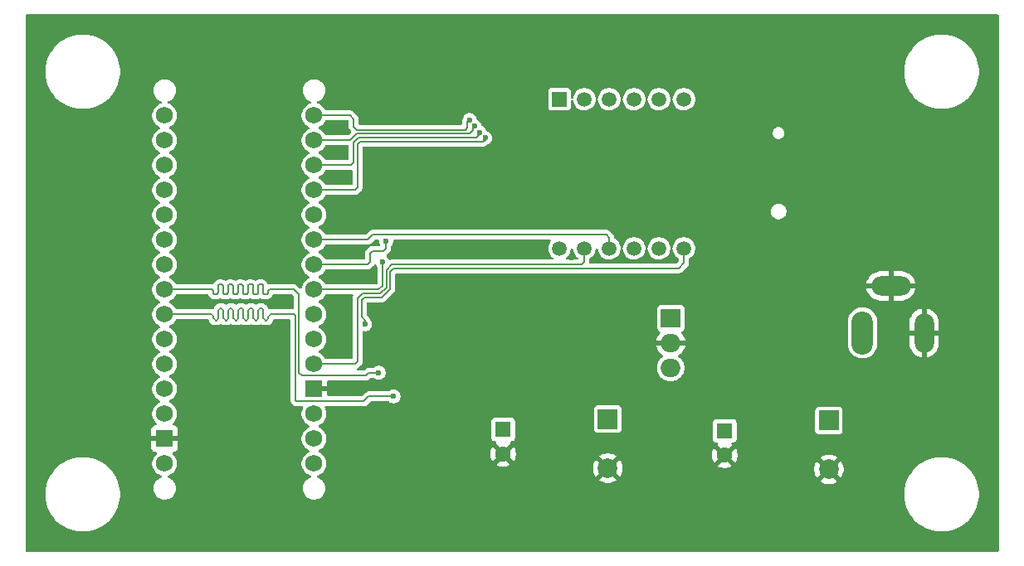
<source format=gbr>
%TF.GenerationSoftware,KiCad,Pcbnew,9.0.1*%
%TF.CreationDate,2025-06-17T23:00:35+08:00*%
%TF.ProjectId,EpochCounter,45706f63-6843-46f7-956e-7465722e6b69,rev?*%
%TF.SameCoordinates,Original*%
%TF.FileFunction,Copper,L2,Bot*%
%TF.FilePolarity,Positive*%
%FSLAX46Y46*%
G04 Gerber Fmt 4.6, Leading zero omitted, Abs format (unit mm)*
G04 Created by KiCad (PCBNEW 9.0.1) date 2025-06-17 23:00:35*
%MOMM*%
%LPD*%
G01*
G04 APERTURE LIST*
%TA.AperFunction,ComponentPad*%
%ADD10R,2.000000X2.000000*%
%TD*%
%TA.AperFunction,ComponentPad*%
%ADD11C,2.000000*%
%TD*%
%TA.AperFunction,ComponentPad*%
%ADD12R,1.600000X1.600000*%
%TD*%
%TA.AperFunction,ComponentPad*%
%ADD13C,1.600000*%
%TD*%
%TA.AperFunction,ComponentPad*%
%ADD14R,2.000000X1.905000*%
%TD*%
%TA.AperFunction,ComponentPad*%
%ADD15O,2.000000X1.905000*%
%TD*%
%TA.AperFunction,ComponentPad*%
%ADD16C,1.727200*%
%TD*%
%TA.AperFunction,ComponentPad*%
%ADD17R,1.727200X1.727200*%
%TD*%
%TA.AperFunction,ComponentPad*%
%ADD18O,2.200000X4.400000*%
%TD*%
%TA.AperFunction,ComponentPad*%
%ADD19O,2.000000X4.000000*%
%TD*%
%TA.AperFunction,ComponentPad*%
%ADD20O,4.000000X2.000000*%
%TD*%
%TA.AperFunction,ComponentPad*%
%ADD21R,1.500000X1.500000*%
%TD*%
%TA.AperFunction,ComponentPad*%
%ADD22C,1.500000*%
%TD*%
%TA.AperFunction,ViaPad*%
%ADD23C,0.600000*%
%TD*%
%TA.AperFunction,Conductor*%
%ADD24C,0.200000*%
%TD*%
G04 APERTURE END LIST*
D10*
%TO.P,C4,1*%
%TO.N,+5V*%
X156440000Y-116782323D03*
D11*
%TO.P,C4,2*%
%TO.N,GND*%
X156440000Y-121782323D03*
%TD*%
D12*
%TO.P,C1,1*%
%TO.N,Net-(U3-IN)*%
X168378000Y-117967621D03*
D13*
%TO.P,C1,2*%
%TO.N,GND*%
X168378000Y-120467621D03*
%TD*%
D10*
%TO.P,C3,1*%
%TO.N,Net-(U3-IN)*%
X179003000Y-116909323D03*
D11*
%TO.P,C3,2*%
%TO.N,GND*%
X179003000Y-121909323D03*
%TD*%
D14*
%TO.P,U3,1,IN*%
%TO.N,Net-(U3-IN)*%
X162861000Y-106450000D03*
D15*
%TO.P,U3,2,GND*%
%TO.N,GND*%
X162861000Y-108990000D03*
%TO.P,U3,3,OUT*%
%TO.N,+5V*%
X162861000Y-111530000D03*
%TD*%
D16*
%TO.P,A1,3V3,3.3V*%
%TO.N,unconnected-(A1-3.3V-Pad3V3)*%
X111228000Y-88289000D03*
%TO.P,A1,5V,5V*%
%TO.N,unconnected-(A1-Pad5V)*%
X111228000Y-113689000D03*
%TO.P,A1,A0,A0*%
%TO.N,unconnected-(A1-PadA0)*%
X111228000Y-93369000D03*
%TO.P,A1,A1,A1*%
%TO.N,unconnected-(A1-PadA1)*%
X111228000Y-95909000D03*
%TO.P,A1,A2,A2*%
%TO.N,unconnected-(A1-PadA2)*%
X111228000Y-98449000D03*
%TO.P,A1,A3,A3*%
%TO.N,unconnected-(A1-PadA3)*%
X111228000Y-100989000D03*
%TO.P,A1,A4,A4/SDA*%
%TO.N,Net-(A1-A4{slash}SDA)*%
X111228000Y-103529000D03*
%TO.P,A1,A5,A5/SCL*%
%TO.N,Net-(A1-A5{slash}SCL)*%
X111228000Y-106069000D03*
%TO.P,A1,A6,A6*%
%TO.N,unconnected-(A1-PadA6)*%
X111228000Y-108609000D03*
%TO.P,A1,A7,A7*%
%TO.N,unconnected-(A1-PadA7)*%
X111228000Y-111149000D03*
%TO.P,A1,AREF,AREF*%
%TO.N,unconnected-(A1-PadAREF)*%
X111228000Y-90829000D03*
%TO.P,A1,D0,D0/RX*%
%TO.N,unconnected-(A1-D0{slash}RX-PadD0)*%
X126468000Y-118769000D03*
%TO.P,A1,D1,D1/TX*%
%TO.N,unconnected-(A1-D1{slash}TX-PadD1)*%
X126468000Y-121309000D03*
%TO.P,A1,D2,D2_INT0*%
%TO.N,Net-(A1-D2_INT0)*%
X126468000Y-111149000D03*
%TO.P,A1,D3,D3_INT1*%
%TO.N,Net-(A1-D3_INT1)*%
X126468000Y-108609000D03*
%TO.P,A1,D4,D4*%
%TO.N,Net-(U1-c)*%
X126468000Y-106069000D03*
%TO.P,A1,D5,D5*%
%TO.N,Net-(U1-d)*%
X126468000Y-103529000D03*
%TO.P,A1,D6,D6*%
%TO.N,Net-(U1-e)*%
X126468000Y-100989000D03*
%TO.P,A1,D7,D7*%
%TO.N,Net-(U1-f)*%
X126468000Y-98449000D03*
%TO.P,A1,D8,D8*%
%TO.N,Net-(U1-g)*%
X126468000Y-95909000D03*
%TO.P,A1,D9,D9*%
%TO.N,Net-(A1-PadD9)*%
X126468000Y-93369000D03*
%TO.P,A1,D10,D10*%
%TO.N,Net-(A1-PadD10)*%
X126468000Y-90829000D03*
%TO.P,A1,D11,D11_MOSI*%
%TO.N,Net-(A1-D11_MOSI)*%
X126468000Y-88289000D03*
%TO.P,A1,D12,D12_MISO*%
%TO.N,Net-(A1-D12_MISO)*%
X126468000Y-85749000D03*
%TO.P,A1,D13,D13_SCK*%
%TO.N,unconnected-(A1-D13_SCK-PadD13)*%
X111228000Y-85749000D03*
D17*
%TO.P,A1,GND1,GND*%
%TO.N,GND*%
X126468000Y-113689000D03*
%TO.P,A1,GND2,GND*%
X111228000Y-118769000D03*
D16*
%TO.P,A1,RST1,RESET*%
%TO.N,unconnected-(A1-RESET-PadRST1)*%
X126468000Y-116229000D03*
%TO.P,A1,RST2,RESET*%
%TO.N,unconnected-(A1-RESET-PadRST2)*%
X111228000Y-116229000D03*
%TO.P,A1,VIN,VIN*%
%TO.N,+5V*%
X111228000Y-121309000D03*
%TD*%
D12*
%TO.P,C2,1*%
%TO.N,+5V*%
X145772000Y-117840621D03*
D13*
%TO.P,C2,2*%
%TO.N,GND*%
X145772000Y-120340621D03*
%TD*%
D18*
%TO.P,J1,1*%
%TO.N,Net-(U3-IN)*%
X182426000Y-107965000D03*
D19*
%TO.P,J1,2*%
%TO.N,GND*%
X188726000Y-107965000D03*
D20*
%TO.P,J1,3*%
X185326000Y-103165000D03*
%TD*%
D21*
%TO.P,U1,1,e*%
%TO.N,Net-(U1-e)*%
X151511000Y-84102000D03*
D22*
%TO.P,U1,2,d*%
%TO.N,Net-(U1-d)*%
X154051000Y-84102000D03*
%TO.P,U1,3,DPX*%
%TO.N,unconnected-(U1-DPX-Pad3)*%
X156591000Y-84102000D03*
%TO.P,U1,4,c*%
%TO.N,Net-(U1-c)*%
X159131000Y-84102000D03*
%TO.P,U1,5,g*%
%TO.N,Net-(U1-g)*%
X161671000Y-84102000D03*
%TO.P,U1,6,CC4*%
%TO.N,Net-(U1-CC4)*%
X164211000Y-84102000D03*
%TO.P,U1,7,b*%
%TO.N,Net-(A1-D3_INT1)*%
X164211000Y-99342000D03*
%TO.P,U1,8,CC3*%
%TO.N,Net-(U1-CC3)*%
X161671000Y-99342000D03*
%TO.P,U1,9,CC2*%
%TO.N,Net-(U1-CC2)*%
X159131000Y-99342000D03*
%TO.P,U1,10,f*%
%TO.N,Net-(U1-f)*%
X156591000Y-99342000D03*
%TO.P,U1,11,a*%
%TO.N,Net-(A1-D2_INT0)*%
X154051000Y-99342000D03*
%TO.P,U1,12,CC1*%
%TO.N,Net-(U1-CC1)*%
X151511000Y-99342000D03*
%TD*%
D23*
%TO.N,Net-(A1-PadD10)*%
X143359000Y-87469313D03*
%TO.N,GND*%
X129540000Y-92075000D03*
X129540000Y-86995000D03*
X157861000Y-100330000D03*
X129540000Y-104775000D03*
X160401000Y-81280000D03*
X135890000Y-99695000D03*
X151765000Y-89789000D03*
X155321000Y-100330000D03*
X148590000Y-99695000D03*
X129540000Y-97155000D03*
X162941000Y-100330000D03*
X129540000Y-109982000D03*
X155194000Y-81280000D03*
X123190000Y-104775000D03*
X129540000Y-89535000D03*
X152781000Y-100330000D03*
X129540000Y-107315000D03*
X129540000Y-102235000D03*
X129540000Y-99695000D03*
X135255000Y-113157000D03*
X160401000Y-100330000D03*
X160401000Y-97790000D03*
X114300000Y-104775000D03*
X148463000Y-89789000D03*
X152781000Y-81280000D03*
X155067000Y-89789000D03*
X153670000Y-96520000D03*
X157480000Y-81280000D03*
X157861000Y-97790000D03*
%TO.N,Net-(A1-A4{slash}SDA)*%
X133072000Y-112038000D03*
%TO.N,Net-(U1-d)*%
X133453000Y-100735000D03*
%TO.N,Net-(A1-PadD9)*%
X143924687Y-88035000D03*
%TO.N,Net-(U1-e)*%
X133834000Y-98576000D03*
%TO.N,Net-(A1-D3_INT1)*%
X131675000Y-107085000D03*
%TO.N,Net-(A1-A5{slash}SCL)*%
X134596000Y-114451000D03*
%TO.N,Net-(A1-D12_MISO)*%
X142343000Y-86199313D03*
%TO.N,Net-(A1-D11_MOSI)*%
X142851000Y-86834313D03*
%TD*%
D24*
%TO.N,Net-(A1-A4{slash}SDA)*%
X132056000Y-112038000D02*
X133072000Y-112038000D01*
X125219600Y-112313600D02*
X131780400Y-112313600D01*
X124944000Y-112038000D02*
X125219600Y-112313600D01*
X124436000Y-103529000D02*
X124944000Y-104037000D01*
X121979000Y-103529000D02*
X124436000Y-103529000D01*
X121938621Y-103529999D02*
X121979000Y-103529000D01*
X121775999Y-103692621D02*
X121806904Y-103618009D01*
X121775000Y-103845000D02*
X121775000Y-103733000D01*
X121774001Y-103885379D02*
X121775000Y-103845000D01*
X121743096Y-103959991D02*
X121774001Y-103885379D01*
X121685991Y-104017096D02*
X121743096Y-103959991D01*
X121611379Y-104048001D02*
X121685991Y-104017096D01*
X121571000Y-104049000D02*
X121611379Y-104048001D01*
X121469000Y-104049000D02*
X121571000Y-104049000D01*
X121354009Y-104017096D02*
X121428621Y-104048001D01*
X121296904Y-103959991D02*
X121354009Y-104017096D01*
X121265999Y-103885379D02*
X121296904Y-103959991D01*
X121265000Y-103213000D02*
X121265000Y-103845000D01*
X121264001Y-103172621D02*
X121265000Y-103213000D01*
X121233096Y-103098009D02*
X121264001Y-103172621D01*
X121175991Y-103040904D02*
X121233096Y-103098009D01*
X120959000Y-103009000D02*
X121061000Y-103009000D01*
X120918621Y-103009999D02*
X120959000Y-103009000D01*
X120844009Y-103040904D02*
X120918621Y-103009999D01*
X120786904Y-103098009D02*
X120844009Y-103040904D01*
X120755999Y-103172621D02*
X120786904Y-103098009D01*
X120755000Y-103213000D02*
X120755999Y-103172621D01*
X121428621Y-104048001D02*
X121469000Y-104049000D01*
X120755000Y-103845000D02*
X120755000Y-103213000D01*
X120665991Y-104017096D02*
X120723096Y-103959991D01*
X120591379Y-104048001D02*
X120665991Y-104017096D01*
X120551000Y-104049000D02*
X120591379Y-104048001D01*
X121101379Y-103009999D02*
X121175991Y-103040904D01*
X120449000Y-104049000D02*
X120551000Y-104049000D01*
X120334009Y-104017096D02*
X120408621Y-104048001D01*
X120276904Y-103959991D02*
X120334009Y-104017096D01*
X120245999Y-103885379D02*
X120276904Y-103959991D01*
X120245000Y-103845000D02*
X120245999Y-103885379D01*
X120245000Y-103213000D02*
X120245000Y-103845000D01*
X120244001Y-103172621D02*
X120245000Y-103213000D01*
X120213096Y-103098009D02*
X120244001Y-103172621D01*
X121061000Y-103009000D02*
X121101379Y-103009999D01*
X120155991Y-103040904D02*
X120213096Y-103098009D01*
X120081379Y-103009999D02*
X120155991Y-103040904D01*
X120041000Y-103009000D02*
X120081379Y-103009999D01*
X119939000Y-103009000D02*
X120041000Y-103009000D01*
X131780400Y-112313600D02*
X132056000Y-112038000D01*
X119898621Y-103009999D02*
X119939000Y-103009000D01*
X119735999Y-103172621D02*
X119766904Y-103098009D01*
X119735000Y-103213000D02*
X119735999Y-103172621D01*
X119735000Y-103845000D02*
X119735000Y-103213000D01*
X119734001Y-103885379D02*
X119735000Y-103845000D01*
X120723096Y-103959991D02*
X120754001Y-103885379D01*
X119703096Y-103959991D02*
X119734001Y-103885379D01*
X119645991Y-104017096D02*
X119703096Y-103959991D01*
X119571379Y-104048001D02*
X119645991Y-104017096D01*
X119531000Y-104049000D02*
X119571379Y-104048001D01*
X119388621Y-104048001D02*
X119429000Y-104049000D01*
X119314009Y-104017096D02*
X119388621Y-104048001D01*
X119766904Y-103098009D02*
X119824009Y-103040904D01*
X119225000Y-103213000D02*
X119225000Y-103845000D01*
X119224001Y-103172621D02*
X119225000Y-103213000D01*
X119193096Y-103098009D02*
X119224001Y-103172621D01*
X119135991Y-103040904D02*
X119193096Y-103098009D01*
X119061379Y-103009999D02*
X119135991Y-103040904D01*
X119021000Y-103009000D02*
X119061379Y-103009999D01*
X118919000Y-103009000D02*
X119021000Y-103009000D01*
X118878621Y-103009999D02*
X118919000Y-103009000D01*
X118804009Y-103040904D02*
X118878621Y-103009999D01*
X120408621Y-104048001D02*
X120449000Y-104049000D01*
X118746904Y-103098009D02*
X118804009Y-103040904D01*
X124944000Y-104037000D02*
X124944000Y-112038000D01*
X118715999Y-103172621D02*
X118746904Y-103098009D01*
X118715000Y-103213000D02*
X118715999Y-103172621D01*
X119824009Y-103040904D02*
X119898621Y-103009999D01*
X118715000Y-103845000D02*
X118715000Y-103213000D01*
X118714001Y-103885379D02*
X118715000Y-103845000D01*
X118683096Y-103959991D02*
X118714001Y-103885379D01*
X118551379Y-104048001D02*
X118625991Y-104017096D01*
X120754001Y-103885379D02*
X120755000Y-103845000D01*
X118511000Y-104049000D02*
X118551379Y-104048001D01*
X121265000Y-103845000D02*
X121265999Y-103885379D01*
X118409000Y-104049000D02*
X118511000Y-104049000D01*
X119429000Y-104049000D02*
X119531000Y-104049000D01*
X118368621Y-104048001D02*
X118409000Y-104049000D01*
X121864009Y-103560904D02*
X121938621Y-103529999D01*
X118625991Y-104017096D02*
X118683096Y-103959991D01*
X118204001Y-103172621D02*
X118205000Y-103213000D01*
X118173096Y-103098009D02*
X118204001Y-103172621D01*
X118041379Y-103009999D02*
X118115991Y-103040904D01*
X117695999Y-103172621D02*
X117726904Y-103098009D01*
X117695000Y-103213000D02*
X117695999Y-103172621D01*
X117694001Y-103885379D02*
X117695000Y-103845000D01*
X117663096Y-103959991D02*
X117694001Y-103885379D01*
X117531379Y-104048001D02*
X117605991Y-104017096D01*
X121806904Y-103618009D02*
X121864009Y-103560904D01*
X117491000Y-104049000D02*
X117531379Y-104048001D01*
X117389000Y-104049000D02*
X117491000Y-104049000D01*
X119225999Y-103885379D02*
X119256904Y-103959991D01*
X117185999Y-103885379D02*
X117216904Y-103959991D01*
X117185000Y-103213000D02*
X117185000Y-103845000D01*
X117899000Y-103009000D02*
X118001000Y-103009000D01*
X119256904Y-103959991D02*
X119314009Y-104017096D01*
X118205999Y-103885379D02*
X118236904Y-103959991D01*
X117184001Y-103172621D02*
X117185000Y-103213000D01*
X117153096Y-103098009D02*
X117184001Y-103172621D01*
X117095991Y-103040904D02*
X117153096Y-103098009D01*
X116981000Y-103009000D02*
X117021379Y-103009999D01*
X118236904Y-103959991D02*
X118294009Y-104017096D01*
X116879000Y-103009000D02*
X116981000Y-103009000D01*
X117274009Y-104017096D02*
X117348621Y-104048001D01*
X116838621Y-103009999D02*
X116879000Y-103009000D01*
X116764009Y-103040904D02*
X116838621Y-103009999D01*
X119225000Y-103845000D02*
X119225999Y-103885379D01*
X116706904Y-103098009D02*
X116764009Y-103040904D01*
X116675999Y-103172621D02*
X116706904Y-103098009D01*
X118001000Y-103009000D02*
X118041379Y-103009999D01*
X116675000Y-103213000D02*
X116675999Y-103172621D01*
X117348621Y-104048001D02*
X117389000Y-104049000D01*
X116674001Y-103885379D02*
X116675000Y-103845000D01*
X117185000Y-103845000D02*
X117185999Y-103885379D01*
X116643096Y-103959991D02*
X116674001Y-103885379D01*
X116585991Y-104017096D02*
X116643096Y-103959991D01*
X117605991Y-104017096D02*
X117663096Y-103959991D01*
X116511379Y-104048001D02*
X116585991Y-104017096D01*
X116675000Y-103845000D02*
X116675000Y-103213000D01*
X118115991Y-103040904D02*
X118173096Y-103098009D01*
X118294009Y-104017096D02*
X118368621Y-104048001D01*
X116471000Y-104049000D02*
X116511379Y-104048001D01*
X116369000Y-104049000D02*
X116471000Y-104049000D01*
X116328621Y-104048001D02*
X116369000Y-104049000D01*
X117695000Y-103845000D02*
X117695000Y-103213000D01*
X116254009Y-104017096D02*
X116328621Y-104048001D01*
X117784009Y-103040904D02*
X117858621Y-103009999D01*
X116196904Y-103959991D02*
X116254009Y-104017096D01*
X117858621Y-103009999D02*
X117899000Y-103009000D01*
X116165000Y-103845000D02*
X116165999Y-103885379D01*
X117216904Y-103959991D02*
X117274009Y-104017096D01*
X116075991Y-103560904D02*
X116133096Y-103618009D01*
X116001379Y-103529999D02*
X116075991Y-103560904D01*
X118205000Y-103213000D02*
X118205000Y-103845000D01*
X117021379Y-103009999D02*
X117095991Y-103040904D01*
X116165999Y-103885379D02*
X116196904Y-103959991D01*
X118205000Y-103845000D02*
X118205999Y-103885379D01*
X116164001Y-103692621D02*
X116165000Y-103733000D01*
X115961000Y-103529000D02*
X116001379Y-103529999D01*
X111228000Y-103529000D02*
X115961000Y-103529000D01*
X116133096Y-103618009D02*
X116164001Y-103692621D01*
X116165000Y-103733000D02*
X116165000Y-103845000D01*
X121775000Y-103733000D02*
X121775999Y-103692621D01*
X117726904Y-103098009D02*
X117784009Y-103040904D01*
%TO.N,Net-(A1-PadD10)*%
X143359000Y-87654000D02*
X143359000Y-87469313D01*
X131000900Y-88015000D02*
X142998000Y-88015000D01*
X126849000Y-90829000D02*
X130258000Y-90829000D01*
X142998000Y-88015000D02*
X143359000Y-87654000D01*
X130258000Y-90829000D02*
X130512000Y-90575000D01*
X130512000Y-90575000D02*
X130512000Y-88503900D01*
X130512000Y-88503900D02*
X131000900Y-88015000D01*
%TO.N,Net-(A1-D2_INT0)*%
X130913000Y-104418000D02*
X130913000Y-110895000D01*
X130659000Y-111149000D02*
X126849000Y-111149000D01*
X131401000Y-103930000D02*
X130913000Y-104418000D01*
X133854000Y-103314100D02*
X133238100Y-103930000D01*
X153773000Y-100989000D02*
X134409900Y-100989000D01*
X154051000Y-99342000D02*
X154051000Y-100711000D01*
X133238100Y-103930000D02*
X131401000Y-103930000D01*
X154051000Y-100711000D02*
X153773000Y-100989000D01*
X134409900Y-100989000D02*
X133854000Y-101544900D01*
X133854000Y-101544900D02*
X133854000Y-103314100D01*
X130913000Y-110895000D02*
X130659000Y-111149000D01*
%TO.N,Net-(U1-d)*%
X133453000Y-103148000D02*
X133072000Y-103529000D01*
X133072000Y-103529000D02*
X126849000Y-103529000D01*
X133453000Y-100735000D02*
X133453000Y-103148000D01*
%TO.N,Net-(A1-PadD9)*%
X130913000Y-93115000D02*
X130659000Y-93369000D01*
X130659000Y-93369000D02*
X126849000Y-93369000D01*
X143924687Y-88035000D02*
X143924687Y-88231313D01*
X130913000Y-88670000D02*
X130913000Y-93115000D01*
X143740000Y-88416000D02*
X131167000Y-88416000D01*
X143924687Y-88231313D02*
X143740000Y-88416000D01*
X131167000Y-88416000D02*
X130913000Y-88670000D01*
%TO.N,Net-(U1-e)*%
X132183000Y-99846000D02*
X132183000Y-100735000D01*
X133834000Y-99338000D02*
X133580000Y-99592000D01*
X133580000Y-99592000D02*
X132437000Y-99592000D01*
X132437000Y-99592000D02*
X132183000Y-99846000D01*
X133834000Y-98576000D02*
X133834000Y-99338000D01*
X132183000Y-100735000D02*
X131929000Y-100989000D01*
X131929000Y-100989000D02*
X126849000Y-100989000D01*
%TO.N,Net-(U1-f)*%
X126849000Y-98449000D02*
X131929000Y-98449000D01*
X156313000Y-97941000D02*
X156591000Y-98219000D01*
X132437000Y-97941000D02*
X156313000Y-97941000D01*
X131929000Y-98449000D02*
X132437000Y-97941000D01*
X156591000Y-98219000D02*
X156591000Y-99342000D01*
%TO.N,Net-(A1-D3_INT1)*%
X164211000Y-99342000D02*
X164211000Y-100838000D01*
X131314000Y-106069000D02*
X131314000Y-106343000D01*
X131675000Y-106704000D02*
X131675000Y-107085000D01*
X134255000Y-101711000D02*
X134255000Y-103480200D01*
X132310000Y-104331000D02*
X131567100Y-104331000D01*
X151614000Y-101390000D02*
X151487000Y-101390000D01*
X164211000Y-100838000D02*
X163659000Y-101390000D01*
X131314000Y-106343000D02*
X131675000Y-106704000D01*
X131567100Y-104331000D02*
X131314000Y-104584100D01*
X163659000Y-101390000D02*
X151614000Y-101390000D01*
X134255000Y-103480200D02*
X133404200Y-104331000D01*
X151614000Y-101390000D02*
X134576000Y-101390000D01*
X131314000Y-104584100D02*
X131314000Y-106069000D01*
X134576000Y-101390000D02*
X134255000Y-101711000D01*
X133404200Y-104331000D02*
X132310000Y-104331000D01*
%TO.N,Net-(A1-A5{slash}SCL)*%
X132056000Y-114451000D02*
X131548000Y-114959000D01*
X120289000Y-106485000D02*
X120289000Y-106069000D01*
X118045000Y-105449000D02*
X117943000Y-105449000D01*
X117025000Y-105449000D02*
X116923000Y-105449000D01*
X118249000Y-106069000D02*
X118249000Y-105653000D01*
X121309000Y-106485000D02*
X121309000Y-106273000D01*
X134596000Y-114451000D02*
X132056000Y-114451000D01*
X119779000Y-106069000D02*
X119779000Y-106485000D01*
X119065000Y-105449000D02*
X118963000Y-105449000D01*
X121309000Y-106069000D02*
X121309000Y-105653000D01*
X117535000Y-106689000D02*
X117433000Y-106689000D01*
X116719000Y-106069000D02*
X116719000Y-106273000D01*
X116719000Y-106273000D02*
X116719000Y-106485000D01*
X119779000Y-105653000D02*
X119779000Y-106069000D01*
X118759000Y-106069000D02*
X118759000Y-106485000D01*
X120595000Y-106689000D02*
X120493000Y-106689000D01*
X120799000Y-106069000D02*
X120799000Y-106485000D01*
X121615000Y-106689000D02*
X121513000Y-106689000D01*
X118759000Y-105653000D02*
X118759000Y-106069000D01*
X120289000Y-106069000D02*
X120289000Y-105653000D01*
X119575000Y-106689000D02*
X119473000Y-106689000D01*
X115419000Y-106069000D02*
X111228000Y-106069000D01*
X116719000Y-105653000D02*
X116719000Y-106069000D01*
X120799000Y-105653000D02*
X120799000Y-106069000D01*
X119269000Y-106069000D02*
X119269000Y-105653000D01*
X118249000Y-106485000D02*
X118249000Y-106069000D01*
X131548000Y-114959000D02*
X124690000Y-114959000D01*
X120085000Y-105449000D02*
X119983000Y-105449000D01*
X116005000Y-106069000D02*
X115903000Y-106069000D01*
X119269000Y-106485000D02*
X119269000Y-106069000D01*
X124690000Y-114959000D02*
X124543000Y-114812000D01*
X121309000Y-106273000D02*
X121309000Y-106069000D01*
X115903000Y-106069000D02*
X115419000Y-106069000D01*
X116209000Y-106485000D02*
X116209000Y-106273000D01*
X117229000Y-106485000D02*
X117229000Y-106069000D01*
X117739000Y-106069000D02*
X117739000Y-106485000D01*
X124543000Y-114812000D02*
X124543000Y-106176000D01*
X117739000Y-105653000D02*
X117739000Y-106069000D01*
X117229000Y-106069000D02*
X117229000Y-105653000D01*
X118555000Y-106689000D02*
X118453000Y-106689000D01*
X121819000Y-106273000D02*
X121819000Y-106485000D01*
X124436000Y-106069000D02*
X122023000Y-106069000D01*
X121105000Y-105449000D02*
X121003000Y-105449000D01*
X124543000Y-106176000D02*
X124436000Y-106069000D01*
X116515000Y-106689000D02*
X116413000Y-106689000D01*
X118759000Y-106485000D02*
G75*
G02*
X118555000Y-106689000I-204000J0D01*
G01*
X117433000Y-106689000D02*
G75*
G02*
X117229000Y-106485000I0J204000D01*
G01*
X118453000Y-106689000D02*
G75*
G02*
X118249000Y-106485000I0J204000D01*
G01*
X121513000Y-106689000D02*
G75*
G02*
X121309000Y-106485000I0J204000D01*
G01*
X118249000Y-105653000D02*
G75*
G03*
X118045000Y-105449000I-204000J0D01*
G01*
X119983000Y-105449000D02*
G75*
G03*
X119779000Y-105653000I0J-204000D01*
G01*
X117229000Y-105653000D02*
G75*
G03*
X117025000Y-105449000I-204000J0D01*
G01*
X120493000Y-106689000D02*
G75*
G02*
X120289000Y-106485000I0J204000D01*
G01*
X121003000Y-105449000D02*
G75*
G03*
X120799000Y-105653000I0J-204000D01*
G01*
X118963000Y-105449000D02*
G75*
G03*
X118759000Y-105653000I0J-204000D01*
G01*
X116413000Y-106689000D02*
G75*
G02*
X116209000Y-106485000I0J204000D01*
G01*
X122023000Y-106069000D02*
G75*
G03*
X121819000Y-106273000I0J-204000D01*
G01*
X116209000Y-106273000D02*
G75*
G03*
X116005000Y-106069000I-204000J0D01*
G01*
X120289000Y-105653000D02*
G75*
G03*
X120085000Y-105449000I-204000J0D01*
G01*
X117739000Y-106485000D02*
G75*
G02*
X117535000Y-106689000I-204000J0D01*
G01*
X119269000Y-105653000D02*
G75*
G03*
X119065000Y-105449000I-204000J0D01*
G01*
X121819000Y-106485000D02*
G75*
G02*
X121615000Y-106689000I-204000J0D01*
G01*
X120799000Y-106485000D02*
G75*
G02*
X120595000Y-106689000I-204000J0D01*
G01*
X116923000Y-105449000D02*
G75*
G03*
X116719000Y-105653000I0J-204000D01*
G01*
X119779000Y-106485000D02*
G75*
G02*
X119575000Y-106689000I-204000J0D01*
G01*
X116719000Y-106485000D02*
G75*
G02*
X116515000Y-106689000I-204000J0D01*
G01*
X117943000Y-105449000D02*
G75*
G03*
X117739000Y-105653000I0J-204000D01*
G01*
X119473000Y-106689000D02*
G75*
G02*
X119269000Y-106485000I0J204000D01*
G01*
X121309000Y-105653000D02*
G75*
G03*
X121105000Y-105449000I-204000J0D01*
G01*
%TO.N,Net-(A1-D12_MISO)*%
X142089000Y-87019000D02*
X141895000Y-87213000D01*
X142273687Y-86199313D02*
X142089000Y-86384000D01*
X142089000Y-86384000D02*
X142089000Y-87019000D01*
X130532000Y-86892000D02*
X130532000Y-86130000D01*
X141895000Y-87213000D02*
X130853000Y-87213000D01*
X130853000Y-87213000D02*
X130532000Y-86892000D01*
X130151000Y-85749000D02*
X126849000Y-85749000D01*
X130532000Y-86130000D02*
X130151000Y-85749000D01*
X142343000Y-86199313D02*
X142273687Y-86199313D01*
%TO.N,Net-(A1-D11_MOSI)*%
X130826000Y-87614000D02*
X130151000Y-88289000D01*
X130151000Y-88289000D02*
X126849000Y-88289000D01*
X142383000Y-87614000D02*
X130826000Y-87614000D01*
X142724000Y-87273000D02*
X142383000Y-87614000D01*
X142724000Y-86961313D02*
X142724000Y-87273000D01*
X142851000Y-86834313D02*
X142724000Y-86961313D01*
%TD*%
%TA.AperFunction,Conductor*%
%TO.N,GND*%
G36*
X130411637Y-104049185D02*
G01*
X130457392Y-104101989D01*
X130467336Y-104171147D01*
X130451985Y-104215501D01*
X130446608Y-104224812D01*
X130412500Y-104352108D01*
X130412500Y-110524500D01*
X130392815Y-110591539D01*
X130340011Y-110637294D01*
X130288500Y-110648500D01*
X127707703Y-110648500D01*
X127640664Y-110628815D01*
X127597218Y-110580795D01*
X127570599Y-110528553D01*
X127549155Y-110486467D01*
X127526704Y-110455566D01*
X127432207Y-110325500D01*
X127432203Y-110325495D01*
X127291504Y-110184796D01*
X127291499Y-110184792D01*
X127130536Y-110067847D01*
X127130535Y-110067846D01*
X127130533Y-110067845D01*
X126976743Y-109989484D01*
X126925948Y-109941510D01*
X126909153Y-109873689D01*
X126931691Y-109807554D01*
X126976744Y-109768515D01*
X127010783Y-109751171D01*
X127130533Y-109690155D01*
X127291506Y-109573202D01*
X127432202Y-109432506D01*
X127549155Y-109271533D01*
X127639488Y-109094246D01*
X127700974Y-108905011D01*
X127721137Y-108777708D01*
X127732100Y-108708492D01*
X127732100Y-108509507D01*
X127700974Y-108312988D01*
X127673594Y-108228723D01*
X127639488Y-108123754D01*
X127549155Y-107946467D01*
X127481926Y-107853933D01*
X127432207Y-107785500D01*
X127432203Y-107785495D01*
X127291504Y-107644796D01*
X127291499Y-107644792D01*
X127130536Y-107527847D01*
X127130535Y-107527846D01*
X127130533Y-107527845D01*
X126976743Y-107449484D01*
X126925948Y-107401510D01*
X126909153Y-107333689D01*
X126931691Y-107267554D01*
X126976744Y-107228515D01*
X127130533Y-107150155D01*
X127291506Y-107033202D01*
X127432202Y-106892506D01*
X127549155Y-106731533D01*
X127639488Y-106554246D01*
X127700974Y-106365011D01*
X127713012Y-106289008D01*
X127732100Y-106168492D01*
X127732100Y-105969507D01*
X127700974Y-105772988D01*
X127683914Y-105720483D01*
X127639488Y-105583754D01*
X127549155Y-105406467D01*
X127485821Y-105319294D01*
X127432207Y-105245500D01*
X127432203Y-105245495D01*
X127291504Y-105104796D01*
X127291499Y-105104792D01*
X127130536Y-104987847D01*
X127130535Y-104987846D01*
X127130533Y-104987845D01*
X126976743Y-104909484D01*
X126925948Y-104861510D01*
X126909153Y-104793689D01*
X126931691Y-104727554D01*
X126976744Y-104688515D01*
X127130533Y-104610155D01*
X127291506Y-104493202D01*
X127432202Y-104352506D01*
X127549155Y-104191533D01*
X127597218Y-104097204D01*
X127645193Y-104046409D01*
X127707703Y-104029500D01*
X130344598Y-104029500D01*
X130411637Y-104049185D01*
G37*
%TD.AperFunction*%
%TA.AperFunction,Conductor*%
G36*
X115665027Y-104049185D02*
G01*
X115703809Y-104088863D01*
X115704527Y-104090039D01*
X115704528Y-104090041D01*
X115708904Y-104097205D01*
X115711355Y-104101217D01*
X115714950Y-104109601D01*
X115719701Y-104117461D01*
X115723072Y-104125414D01*
X115730512Y-104153177D01*
X115746795Y-104181381D01*
X115749770Y-104188399D01*
X115750162Y-104189333D01*
X115759718Y-104212401D01*
X115774912Y-104232202D01*
X115779860Y-104238650D01*
X115796404Y-104267305D01*
X115819797Y-104290698D01*
X115824744Y-104297145D01*
X115839941Y-104316950D01*
X115839942Y-104316951D01*
X115859301Y-104331806D01*
X115882188Y-104354693D01*
X115897047Y-104374057D01*
X115897049Y-104374059D01*
X115916851Y-104389253D01*
X115929048Y-104399949D01*
X115946695Y-104417596D01*
X115956809Y-104423435D01*
X115968308Y-104430074D01*
X115981794Y-104439085D01*
X115993301Y-104447914D01*
X116001601Y-104454283D01*
X116024757Y-104463874D01*
X116025601Y-104464228D01*
X116032609Y-104467199D01*
X116060823Y-104483488D01*
X116088582Y-104490926D01*
X116096539Y-104494299D01*
X116100073Y-104497195D01*
X116112780Y-104502644D01*
X116123961Y-104509473D01*
X116123960Y-104509473D01*
X116155343Y-104518720D01*
X116167740Y-104523099D01*
X116197966Y-104535619D01*
X116218166Y-104538278D01*
X116224620Y-104539130D01*
X116250370Y-104546718D01*
X116289338Y-104547682D01*
X116295891Y-104548548D01*
X116295893Y-104548549D01*
X116310846Y-104550520D01*
X116311463Y-104550560D01*
X116328623Y-104552820D01*
X116345679Y-104550574D01*
X116364917Y-104549552D01*
X116410923Y-104550690D01*
X116415898Y-104551017D01*
X116416906Y-104550992D01*
X116423094Y-104550992D01*
X116424110Y-104551017D01*
X116429065Y-104550690D01*
X116475082Y-104549552D01*
X116494321Y-104550574D01*
X116511377Y-104552820D01*
X116528575Y-104550555D01*
X116528799Y-104550527D01*
X116536731Y-104549500D01*
X116536892Y-104549500D01*
X116537041Y-104549459D01*
X116544400Y-104548507D01*
X116544476Y-104548519D01*
X116557240Y-104547519D01*
X116589629Y-104546718D01*
X116606116Y-104541859D01*
X116624984Y-104537863D01*
X116642034Y-104535619D01*
X116672406Y-104523037D01*
X116673194Y-104522715D01*
X116678824Y-104520436D01*
X116716041Y-104509472D01*
X116735908Y-104497335D01*
X116745340Y-104493519D01*
X116749452Y-104493110D01*
X116759763Y-104488689D01*
X116779177Y-104483488D01*
X116800798Y-104471004D01*
X116815329Y-104463838D01*
X116838399Y-104454283D01*
X116854507Y-104441921D01*
X116872712Y-104434882D01*
X116888524Y-104423435D01*
X116904630Y-104422541D01*
X116919675Y-104416724D01*
X116938796Y-104420644D01*
X116958286Y-104419563D01*
X116977192Y-104428517D01*
X116988120Y-104430758D01*
X116991154Y-104432422D01*
X116998648Y-104436670D01*
X117021601Y-104454283D01*
X117051718Y-104466758D01*
X117058360Y-104470523D01*
X117058485Y-104470652D01*
X117059206Y-104471008D01*
X117080817Y-104483485D01*
X117080822Y-104483488D01*
X117100239Y-104488691D01*
X117132780Y-104502644D01*
X117143961Y-104509473D01*
X117143960Y-104509473D01*
X117175343Y-104518720D01*
X117187740Y-104523099D01*
X117217966Y-104535619D01*
X117238166Y-104538278D01*
X117244620Y-104539130D01*
X117270370Y-104546718D01*
X117309338Y-104547682D01*
X117315891Y-104548548D01*
X117315893Y-104548549D01*
X117330846Y-104550520D01*
X117331463Y-104550560D01*
X117348623Y-104552820D01*
X117365679Y-104550574D01*
X117384917Y-104549552D01*
X117430923Y-104550690D01*
X117435898Y-104551017D01*
X117436906Y-104550992D01*
X117443094Y-104550992D01*
X117444110Y-104551017D01*
X117449065Y-104550690D01*
X117495082Y-104549552D01*
X117514321Y-104550574D01*
X117531377Y-104552820D01*
X117548575Y-104550555D01*
X117548799Y-104550527D01*
X117556731Y-104549500D01*
X117556892Y-104549500D01*
X117557041Y-104549459D01*
X117564400Y-104548507D01*
X117564476Y-104548519D01*
X117577240Y-104547519D01*
X117609629Y-104546718D01*
X117626116Y-104541859D01*
X117644984Y-104537863D01*
X117662034Y-104535619D01*
X117692406Y-104523037D01*
X117693194Y-104522715D01*
X117698824Y-104520436D01*
X117736041Y-104509472D01*
X117755908Y-104497335D01*
X117765340Y-104493519D01*
X117769452Y-104493110D01*
X117779763Y-104488689D01*
X117799177Y-104483488D01*
X117820798Y-104471004D01*
X117835329Y-104463838D01*
X117858399Y-104454283D01*
X117874507Y-104441921D01*
X117892712Y-104434882D01*
X117908524Y-104423435D01*
X117924630Y-104422541D01*
X117939675Y-104416724D01*
X117958796Y-104420644D01*
X117978286Y-104419563D01*
X117997192Y-104428517D01*
X118008120Y-104430758D01*
X118011154Y-104432422D01*
X118018648Y-104436670D01*
X118041601Y-104454283D01*
X118071718Y-104466758D01*
X118078360Y-104470523D01*
X118078485Y-104470652D01*
X118079206Y-104471008D01*
X118100817Y-104483485D01*
X118100822Y-104483488D01*
X118120239Y-104488691D01*
X118152780Y-104502644D01*
X118163961Y-104509473D01*
X118163960Y-104509473D01*
X118195343Y-104518720D01*
X118207740Y-104523099D01*
X118237966Y-104535619D01*
X118258166Y-104538278D01*
X118264620Y-104539130D01*
X118290370Y-104546718D01*
X118329338Y-104547682D01*
X118335891Y-104548548D01*
X118335893Y-104548549D01*
X118350846Y-104550520D01*
X118351463Y-104550560D01*
X118368623Y-104552820D01*
X118385679Y-104550574D01*
X118404917Y-104549552D01*
X118450923Y-104550690D01*
X118455898Y-104551017D01*
X118456906Y-104550992D01*
X118463094Y-104550992D01*
X118464110Y-104551017D01*
X118469065Y-104550690D01*
X118515082Y-104549552D01*
X118534321Y-104550574D01*
X118551377Y-104552820D01*
X118568575Y-104550555D01*
X118568799Y-104550527D01*
X118576731Y-104549500D01*
X118576892Y-104549500D01*
X118577041Y-104549459D01*
X118584400Y-104548507D01*
X118584476Y-104548519D01*
X118597240Y-104547519D01*
X118629629Y-104546718D01*
X118646116Y-104541859D01*
X118664984Y-104537863D01*
X118682034Y-104535619D01*
X118712406Y-104523037D01*
X118713194Y-104522715D01*
X118718824Y-104520436D01*
X118756041Y-104509472D01*
X118775908Y-104497335D01*
X118785340Y-104493519D01*
X118789452Y-104493110D01*
X118799763Y-104488689D01*
X118819177Y-104483488D01*
X118840798Y-104471004D01*
X118855329Y-104463838D01*
X118878399Y-104454283D01*
X118894507Y-104441921D01*
X118912712Y-104434882D01*
X118928524Y-104423435D01*
X118944630Y-104422541D01*
X118959675Y-104416724D01*
X118978796Y-104420644D01*
X118998286Y-104419563D01*
X119017192Y-104428517D01*
X119028120Y-104430758D01*
X119031154Y-104432422D01*
X119038648Y-104436670D01*
X119061601Y-104454283D01*
X119091718Y-104466758D01*
X119098360Y-104470523D01*
X119098485Y-104470652D01*
X119099206Y-104471008D01*
X119120817Y-104483485D01*
X119120822Y-104483488D01*
X119140239Y-104488691D01*
X119172780Y-104502644D01*
X119183961Y-104509473D01*
X119183960Y-104509473D01*
X119215343Y-104518720D01*
X119227740Y-104523099D01*
X119257966Y-104535619D01*
X119278166Y-104538278D01*
X119284620Y-104539130D01*
X119310370Y-104546718D01*
X119349338Y-104547682D01*
X119355891Y-104548548D01*
X119355893Y-104548549D01*
X119370846Y-104550520D01*
X119371463Y-104550560D01*
X119388623Y-104552820D01*
X119405679Y-104550574D01*
X119424917Y-104549552D01*
X119470923Y-104550690D01*
X119475898Y-104551017D01*
X119476906Y-104550992D01*
X119483094Y-104550992D01*
X119484110Y-104551017D01*
X119489065Y-104550690D01*
X119535082Y-104549552D01*
X119554321Y-104550574D01*
X119571377Y-104552820D01*
X119588575Y-104550555D01*
X119588799Y-104550527D01*
X119596731Y-104549500D01*
X119596892Y-104549500D01*
X119597041Y-104549459D01*
X119604400Y-104548507D01*
X119604476Y-104548519D01*
X119617240Y-104547519D01*
X119649629Y-104546718D01*
X119666116Y-104541859D01*
X119684984Y-104537863D01*
X119702034Y-104535619D01*
X119732406Y-104523037D01*
X119733194Y-104522715D01*
X119738824Y-104520436D01*
X119776041Y-104509472D01*
X119795908Y-104497335D01*
X119805340Y-104493519D01*
X119809452Y-104493110D01*
X119819763Y-104488689D01*
X119839177Y-104483488D01*
X119860798Y-104471004D01*
X119875329Y-104463838D01*
X119898399Y-104454283D01*
X119914507Y-104441921D01*
X119932712Y-104434882D01*
X119948524Y-104423435D01*
X119964630Y-104422541D01*
X119979675Y-104416724D01*
X119998796Y-104420644D01*
X120018286Y-104419563D01*
X120037192Y-104428517D01*
X120048120Y-104430758D01*
X120051154Y-104432422D01*
X120058648Y-104436670D01*
X120081601Y-104454283D01*
X120111718Y-104466758D01*
X120118360Y-104470523D01*
X120118485Y-104470652D01*
X120119206Y-104471008D01*
X120140817Y-104483485D01*
X120140822Y-104483488D01*
X120160239Y-104488691D01*
X120192780Y-104502644D01*
X120203961Y-104509473D01*
X120203960Y-104509473D01*
X120235343Y-104518720D01*
X120247740Y-104523099D01*
X120277966Y-104535619D01*
X120298166Y-104538278D01*
X120304620Y-104539130D01*
X120330370Y-104546718D01*
X120369338Y-104547682D01*
X120375891Y-104548548D01*
X120375893Y-104548549D01*
X120390846Y-104550520D01*
X120391463Y-104550560D01*
X120408623Y-104552820D01*
X120425679Y-104550574D01*
X120444917Y-104549552D01*
X120490923Y-104550690D01*
X120495898Y-104551017D01*
X120496906Y-104550992D01*
X120503094Y-104550992D01*
X120504110Y-104551017D01*
X120509065Y-104550690D01*
X120555082Y-104549552D01*
X120574321Y-104550574D01*
X120591377Y-104552820D01*
X120608575Y-104550555D01*
X120608799Y-104550527D01*
X120616731Y-104549500D01*
X120616892Y-104549500D01*
X120617041Y-104549459D01*
X120624400Y-104548507D01*
X120624476Y-104548519D01*
X120637240Y-104547519D01*
X120669629Y-104546718D01*
X120686116Y-104541859D01*
X120704984Y-104537863D01*
X120722034Y-104535619D01*
X120752406Y-104523037D01*
X120753194Y-104522715D01*
X120758824Y-104520436D01*
X120796041Y-104509472D01*
X120815908Y-104497335D01*
X120825340Y-104493519D01*
X120829452Y-104493110D01*
X120839763Y-104488689D01*
X120859177Y-104483488D01*
X120880798Y-104471004D01*
X120895329Y-104463838D01*
X120918399Y-104454283D01*
X120934507Y-104441921D01*
X120952712Y-104434882D01*
X120968524Y-104423435D01*
X120984630Y-104422541D01*
X120999675Y-104416724D01*
X121018796Y-104420644D01*
X121038286Y-104419563D01*
X121057192Y-104428517D01*
X121068120Y-104430758D01*
X121071154Y-104432422D01*
X121078648Y-104436670D01*
X121101601Y-104454283D01*
X121131718Y-104466758D01*
X121138360Y-104470523D01*
X121138485Y-104470652D01*
X121139206Y-104471008D01*
X121160817Y-104483485D01*
X121160822Y-104483488D01*
X121180239Y-104488691D01*
X121212780Y-104502644D01*
X121223961Y-104509473D01*
X121223960Y-104509473D01*
X121255343Y-104518720D01*
X121267740Y-104523099D01*
X121297966Y-104535619D01*
X121318166Y-104538278D01*
X121324620Y-104539130D01*
X121350370Y-104546718D01*
X121389338Y-104547682D01*
X121395891Y-104548548D01*
X121395893Y-104548549D01*
X121410846Y-104550520D01*
X121411463Y-104550560D01*
X121428623Y-104552820D01*
X121445679Y-104550574D01*
X121464917Y-104549552D01*
X121510923Y-104550690D01*
X121515898Y-104551017D01*
X121516906Y-104550992D01*
X121523094Y-104550992D01*
X121524110Y-104551017D01*
X121529065Y-104550690D01*
X121575082Y-104549552D01*
X121594321Y-104550574D01*
X121611377Y-104552820D01*
X121628575Y-104550555D01*
X121628799Y-104550527D01*
X121636731Y-104549500D01*
X121636892Y-104549500D01*
X121637041Y-104549459D01*
X121644400Y-104548507D01*
X121644476Y-104548519D01*
X121657240Y-104547519D01*
X121689629Y-104546718D01*
X121706116Y-104541859D01*
X121724984Y-104537863D01*
X121742034Y-104535619D01*
X121772406Y-104523037D01*
X121773194Y-104522715D01*
X121778824Y-104520436D01*
X121816041Y-104509472D01*
X121835908Y-104497335D01*
X121845340Y-104493519D01*
X121849452Y-104493110D01*
X121859763Y-104488689D01*
X121879177Y-104483488D01*
X121900798Y-104471004D01*
X121915329Y-104463838D01*
X121938399Y-104454283D01*
X121964650Y-104434139D01*
X121993305Y-104417596D01*
X122016700Y-104394200D01*
X122042951Y-104374058D01*
X122057810Y-104354693D01*
X122080694Y-104331808D01*
X122100058Y-104316951D01*
X122115254Y-104297145D01*
X122125952Y-104284948D01*
X122143596Y-104267305D01*
X122156081Y-104245678D01*
X122165079Y-104232211D01*
X122180283Y-104212399D01*
X122189909Y-104189157D01*
X122190229Y-104188396D01*
X122193199Y-104181388D01*
X122209488Y-104153177D01*
X122216926Y-104125415D01*
X122220298Y-104117462D01*
X122223195Y-104113926D01*
X122228644Y-104101219D01*
X122236192Y-104088862D01*
X122287936Y-104041912D01*
X122342012Y-104029500D01*
X124177324Y-104029500D01*
X124244363Y-104049185D01*
X124265005Y-104065819D01*
X124407181Y-104207995D01*
X124440666Y-104269318D01*
X124443500Y-104295676D01*
X124443500Y-105444500D01*
X124423815Y-105511539D01*
X124371011Y-105557294D01*
X124319500Y-105568500D01*
X121953613Y-105568500D01*
X121933708Y-105572459D01*
X121864117Y-105566230D01*
X121808940Y-105523366D01*
X121787902Y-105475032D01*
X121782427Y-105447505D01*
X121729320Y-105319294D01*
X121729319Y-105319293D01*
X121729316Y-105319287D01*
X121652221Y-105203907D01*
X121652218Y-105203903D01*
X121554096Y-105105781D01*
X121554092Y-105105778D01*
X121438712Y-105028683D01*
X121438703Y-105028678D01*
X121310495Y-104975573D01*
X121310487Y-104975571D01*
X121174391Y-104948500D01*
X121174387Y-104948500D01*
X121170892Y-104948500D01*
X121068892Y-104948500D01*
X121003000Y-104948500D01*
X120933613Y-104948500D01*
X120933608Y-104948500D01*
X120797512Y-104975571D01*
X120797504Y-104975573D01*
X120669296Y-105028678D01*
X120669289Y-105028682D01*
X120612890Y-105066367D01*
X120546212Y-105087244D01*
X120478832Y-105068759D01*
X120475110Y-105066367D01*
X120418710Y-105028682D01*
X120418703Y-105028678D01*
X120290495Y-104975573D01*
X120290487Y-104975571D01*
X120154391Y-104948500D01*
X120154387Y-104948500D01*
X120150892Y-104948500D01*
X120048892Y-104948500D01*
X119983000Y-104948500D01*
X119913613Y-104948500D01*
X119913608Y-104948500D01*
X119777512Y-104975571D01*
X119777504Y-104975573D01*
X119649296Y-105028678D01*
X119649289Y-105028682D01*
X119592890Y-105066367D01*
X119526212Y-105087244D01*
X119458832Y-105068759D01*
X119455110Y-105066367D01*
X119398710Y-105028682D01*
X119398703Y-105028678D01*
X119270495Y-104975573D01*
X119270487Y-104975571D01*
X119134391Y-104948500D01*
X119134387Y-104948500D01*
X119130892Y-104948500D01*
X119028892Y-104948500D01*
X118963000Y-104948500D01*
X118893613Y-104948500D01*
X118893608Y-104948500D01*
X118757512Y-104975571D01*
X118757504Y-104975573D01*
X118629296Y-105028678D01*
X118629289Y-105028682D01*
X118572890Y-105066367D01*
X118506212Y-105087244D01*
X118438832Y-105068759D01*
X118435110Y-105066367D01*
X118378710Y-105028682D01*
X118378703Y-105028678D01*
X118250495Y-104975573D01*
X118250487Y-104975571D01*
X118114391Y-104948500D01*
X118114387Y-104948500D01*
X118110892Y-104948500D01*
X118008892Y-104948500D01*
X117943000Y-104948500D01*
X117873613Y-104948500D01*
X117873608Y-104948500D01*
X117737512Y-104975571D01*
X117737504Y-104975573D01*
X117609296Y-105028678D01*
X117609289Y-105028682D01*
X117552890Y-105066367D01*
X117486212Y-105087244D01*
X117418832Y-105068759D01*
X117415110Y-105066367D01*
X117358710Y-105028682D01*
X117358703Y-105028678D01*
X117230495Y-104975573D01*
X117230487Y-104975571D01*
X117094391Y-104948500D01*
X117094387Y-104948500D01*
X117090892Y-104948500D01*
X116988892Y-104948500D01*
X116923000Y-104948500D01*
X116853613Y-104948500D01*
X116853608Y-104948500D01*
X116717512Y-104975571D01*
X116717504Y-104975573D01*
X116589296Y-105028678D01*
X116589287Y-105028683D01*
X116473907Y-105105778D01*
X116473903Y-105105781D01*
X116375781Y-105203903D01*
X116375778Y-105203907D01*
X116298683Y-105319287D01*
X116298678Y-105319296D01*
X116245573Y-105447504D01*
X116245571Y-105447512D01*
X116240097Y-105475032D01*
X116207712Y-105536943D01*
X116146996Y-105571517D01*
X116094290Y-105572458D01*
X116074387Y-105568500D01*
X116074386Y-105568500D01*
X112467703Y-105568500D01*
X112400664Y-105548815D01*
X112357218Y-105500795D01*
X112344091Y-105475032D01*
X112309155Y-105406467D01*
X112245821Y-105319294D01*
X112192207Y-105245500D01*
X112192203Y-105245495D01*
X112051504Y-105104796D01*
X112051499Y-105104792D01*
X111890536Y-104987847D01*
X111890535Y-104987846D01*
X111890533Y-104987845D01*
X111736743Y-104909484D01*
X111685948Y-104861510D01*
X111669153Y-104793689D01*
X111691691Y-104727554D01*
X111736744Y-104688515D01*
X111890533Y-104610155D01*
X112051506Y-104493202D01*
X112192202Y-104352506D01*
X112309155Y-104191533D01*
X112357218Y-104097204D01*
X112405193Y-104046409D01*
X112467703Y-104029500D01*
X115597988Y-104029500D01*
X115665027Y-104049185D01*
G37*
%TD.AperFunction*%
%TA.AperFunction,Conductor*%
G36*
X132729046Y-100963304D02*
G01*
X132743237Y-100963811D01*
X132760835Y-100976029D01*
X132780728Y-100983993D01*
X132790083Y-100996336D01*
X132800630Y-101003659D01*
X132818639Y-101034012D01*
X132832223Y-101066808D01*
X132832228Y-101066817D01*
X132908885Y-101181541D01*
X132916177Y-101188833D01*
X132949665Y-101250155D01*
X132952500Y-101276518D01*
X132952500Y-102889324D01*
X132943855Y-102918764D01*
X132937332Y-102948751D01*
X132933577Y-102953766D01*
X132932815Y-102956363D01*
X132916181Y-102977005D01*
X132901005Y-102992181D01*
X132839682Y-103025666D01*
X132813324Y-103028500D01*
X127707703Y-103028500D01*
X127640664Y-103008815D01*
X127597218Y-102960795D01*
X127594960Y-102956363D01*
X127549155Y-102866467D01*
X127494104Y-102790695D01*
X127432207Y-102705500D01*
X127432203Y-102705495D01*
X127291504Y-102564796D01*
X127291499Y-102564792D01*
X127130536Y-102447847D01*
X127130535Y-102447846D01*
X127130533Y-102447845D01*
X126976743Y-102369484D01*
X126925948Y-102321510D01*
X126909153Y-102253689D01*
X126931691Y-102187554D01*
X126976744Y-102148515D01*
X127130533Y-102070155D01*
X127291506Y-101953202D01*
X127432202Y-101812506D01*
X127549155Y-101651533D01*
X127597218Y-101557204D01*
X127645193Y-101506409D01*
X127707703Y-101489500D01*
X131994890Y-101489500D01*
X131994892Y-101489500D01*
X132122186Y-101455392D01*
X132236314Y-101389500D01*
X132472873Y-101152938D01*
X132472876Y-101152937D01*
X132490313Y-101135500D01*
X132490314Y-101135500D01*
X132583500Y-101042314D01*
X132596691Y-101019465D01*
X132606966Y-101009668D01*
X132613323Y-100996969D01*
X132631751Y-100986035D01*
X132647256Y-100971251D01*
X132661198Y-100968563D01*
X132673412Y-100961317D01*
X132694822Y-100962081D01*
X132715862Y-100958026D01*
X132729046Y-100963304D01*
G37*
%TD.AperFunction*%
%TA.AperFunction,Conductor*%
G36*
X162977630Y-99352253D02*
G01*
X163035863Y-99390863D01*
X163063473Y-99451321D01*
X163088829Y-99611410D01*
X163144787Y-99783636D01*
X163144788Y-99783639D01*
X163227006Y-99944997D01*
X163333441Y-100091494D01*
X163333445Y-100091499D01*
X163461500Y-100219554D01*
X163461505Y-100219558D01*
X163608001Y-100325993D01*
X163608003Y-100325994D01*
X163608006Y-100325996D01*
X163642794Y-100343721D01*
X163653858Y-100354170D01*
X163667703Y-100360493D01*
X163678743Y-100377672D01*
X163693590Y-100391694D01*
X163697831Y-100407374D01*
X163705477Y-100419271D01*
X163710500Y-100454206D01*
X163710500Y-100579324D01*
X163690815Y-100646363D01*
X163674181Y-100667005D01*
X163488005Y-100853181D01*
X163426682Y-100886666D01*
X163400324Y-100889500D01*
X154675500Y-100889500D01*
X154608461Y-100869815D01*
X154562706Y-100817011D01*
X154551500Y-100765500D01*
X154551500Y-100454206D01*
X154571185Y-100387167D01*
X154619205Y-100343721D01*
X154653994Y-100325996D01*
X154800501Y-100219553D01*
X154928553Y-100091501D01*
X155034996Y-99944994D01*
X155117211Y-99783639D01*
X155173171Y-99611409D01*
X155196688Y-99462930D01*
X155198527Y-99451321D01*
X155228456Y-99388186D01*
X155287768Y-99351255D01*
X155357630Y-99352253D01*
X155415863Y-99390863D01*
X155443473Y-99451321D01*
X155468829Y-99611410D01*
X155524787Y-99783636D01*
X155524788Y-99783639D01*
X155607006Y-99944997D01*
X155713441Y-100091494D01*
X155713445Y-100091499D01*
X155841500Y-100219554D01*
X155841505Y-100219558D01*
X155936339Y-100288458D01*
X155988006Y-100325996D01*
X156055710Y-100360493D01*
X156149360Y-100408211D01*
X156149363Y-100408212D01*
X156188091Y-100420795D01*
X156321591Y-100464171D01*
X156397407Y-100476179D01*
X156500449Y-100492500D01*
X156500454Y-100492500D01*
X156681551Y-100492500D01*
X156777553Y-100477294D01*
X156860409Y-100464171D01*
X157032639Y-100408211D01*
X157193994Y-100325996D01*
X157340501Y-100219553D01*
X157468553Y-100091501D01*
X157574996Y-99944994D01*
X157657211Y-99783639D01*
X157713171Y-99611409D01*
X157736688Y-99462930D01*
X157738527Y-99451321D01*
X157768456Y-99388186D01*
X157827768Y-99351255D01*
X157897630Y-99352253D01*
X157955863Y-99390863D01*
X157983473Y-99451321D01*
X158008829Y-99611410D01*
X158064787Y-99783636D01*
X158064788Y-99783639D01*
X158147006Y-99944997D01*
X158253441Y-100091494D01*
X158253445Y-100091499D01*
X158381500Y-100219554D01*
X158381505Y-100219558D01*
X158476339Y-100288458D01*
X158528006Y-100325996D01*
X158595710Y-100360493D01*
X158689360Y-100408211D01*
X158689363Y-100408212D01*
X158728091Y-100420795D01*
X158861591Y-100464171D01*
X158937407Y-100476179D01*
X159040449Y-100492500D01*
X159040454Y-100492500D01*
X159221551Y-100492500D01*
X159317553Y-100477294D01*
X159400409Y-100464171D01*
X159572639Y-100408211D01*
X159733994Y-100325996D01*
X159880501Y-100219553D01*
X160008553Y-100091501D01*
X160114996Y-99944994D01*
X160197211Y-99783639D01*
X160253171Y-99611409D01*
X160276688Y-99462930D01*
X160278527Y-99451321D01*
X160308456Y-99388186D01*
X160367768Y-99351255D01*
X160437630Y-99352253D01*
X160495863Y-99390863D01*
X160523473Y-99451321D01*
X160548829Y-99611410D01*
X160604787Y-99783636D01*
X160604788Y-99783639D01*
X160687006Y-99944997D01*
X160793441Y-100091494D01*
X160793445Y-100091499D01*
X160921500Y-100219554D01*
X160921505Y-100219558D01*
X161016339Y-100288458D01*
X161068006Y-100325996D01*
X161135710Y-100360493D01*
X161229360Y-100408211D01*
X161229363Y-100408212D01*
X161268091Y-100420795D01*
X161401591Y-100464171D01*
X161477407Y-100476179D01*
X161580449Y-100492500D01*
X161580454Y-100492500D01*
X161761551Y-100492500D01*
X161857553Y-100477294D01*
X161940409Y-100464171D01*
X162112639Y-100408211D01*
X162273994Y-100325996D01*
X162420501Y-100219553D01*
X162548553Y-100091501D01*
X162654996Y-99944994D01*
X162737211Y-99783639D01*
X162793171Y-99611409D01*
X162816688Y-99462930D01*
X162818527Y-99451321D01*
X162848456Y-99388186D01*
X162907768Y-99351255D01*
X162977630Y-99352253D01*
G37*
%TD.AperFunction*%
%TA.AperFunction,Conductor*%
G36*
X150566829Y-98461185D02*
G01*
X150612584Y-98513989D01*
X150622528Y-98583147D01*
X150600108Y-98638385D01*
X150527006Y-98739002D01*
X150444788Y-98900360D01*
X150444787Y-98900363D01*
X150388829Y-99072589D01*
X150360500Y-99251448D01*
X150360500Y-99432551D01*
X150388829Y-99611410D01*
X150444787Y-99783636D01*
X150444788Y-99783639D01*
X150527006Y-99944997D01*
X150633441Y-100091494D01*
X150633445Y-100091499D01*
X150633447Y-100091501D01*
X150761499Y-100219553D01*
X150822925Y-100264181D01*
X150865591Y-100319511D01*
X150871570Y-100389124D01*
X150838965Y-100450920D01*
X150778126Y-100485277D01*
X150750040Y-100488500D01*
X134344005Y-100488500D01*
X134237616Y-100517006D01*
X134167766Y-100515343D01*
X134109904Y-100476179D01*
X134090963Y-100444684D01*
X134073776Y-100403191D01*
X134073771Y-100403182D01*
X133997114Y-100288458D01*
X133997111Y-100288454D01*
X133899545Y-100190888D01*
X133899541Y-100190885D01*
X133898685Y-100190313D01*
X133898337Y-100189897D01*
X133894834Y-100187022D01*
X133895379Y-100186357D01*
X133853880Y-100136700D01*
X133845173Y-100067375D01*
X133875328Y-100004348D01*
X133881737Y-99998417D01*
X133881567Y-99998247D01*
X133887314Y-99992500D01*
X134123873Y-99755938D01*
X134123876Y-99755937D01*
X134141313Y-99738500D01*
X134141314Y-99738500D01*
X134234500Y-99645314D01*
X134300392Y-99531186D01*
X134326822Y-99432546D01*
X134334500Y-99403893D01*
X134334500Y-99272108D01*
X134334500Y-99117518D01*
X134354185Y-99050479D01*
X134370823Y-99029833D01*
X134378114Y-99022542D01*
X134454775Y-98907811D01*
X134507580Y-98780328D01*
X134534500Y-98644993D01*
X134534500Y-98565500D01*
X134554185Y-98498461D01*
X134606989Y-98452706D01*
X134658500Y-98441500D01*
X150499790Y-98441500D01*
X150566829Y-98461185D01*
G37*
%TD.AperFunction*%
%TA.AperFunction,Conductor*%
G36*
X133076539Y-98461185D02*
G01*
X133122294Y-98513989D01*
X133133500Y-98565500D01*
X133133500Y-98644993D01*
X133133500Y-98644995D01*
X133133499Y-98644995D01*
X133160418Y-98780322D01*
X133160421Y-98780332D01*
X133213221Y-98907803D01*
X133213886Y-98909047D01*
X133214037Y-98909773D01*
X133215556Y-98913440D01*
X133214860Y-98913728D01*
X133228127Y-98977450D01*
X133203127Y-99042694D01*
X133146821Y-99084064D01*
X133104527Y-99091500D01*
X132371107Y-99091500D01*
X132296342Y-99111532D01*
X132296343Y-99111533D01*
X132258602Y-99121645D01*
X132258599Y-99121646D01*
X132243814Y-99125608D01*
X132209051Y-99145678D01*
X132209023Y-99145692D01*
X132129689Y-99191498D01*
X132129683Y-99191502D01*
X132036500Y-99284686D01*
X132036497Y-99284687D01*
X131858253Y-99462930D01*
X131858244Y-99462942D01*
X131782500Y-99538686D01*
X131716608Y-99652812D01*
X131682500Y-99780108D01*
X131682500Y-100364500D01*
X131662815Y-100431539D01*
X131610011Y-100477294D01*
X131558500Y-100488500D01*
X127707703Y-100488500D01*
X127640664Y-100468815D01*
X127597218Y-100420795D01*
X127549155Y-100326467D01*
X127471478Y-100219553D01*
X127432207Y-100165500D01*
X127432203Y-100165495D01*
X127291504Y-100024796D01*
X127291499Y-100024792D01*
X127130536Y-99907847D01*
X127130535Y-99907846D01*
X127130533Y-99907845D01*
X126976743Y-99829484D01*
X126925948Y-99781510D01*
X126909153Y-99713689D01*
X126931691Y-99647554D01*
X126976744Y-99608515D01*
X127130533Y-99530155D01*
X127291506Y-99413202D01*
X127432202Y-99272506D01*
X127549155Y-99111533D01*
X127597218Y-99017204D01*
X127645193Y-98966409D01*
X127707703Y-98949500D01*
X131994889Y-98949500D01*
X131994892Y-98949500D01*
X132122186Y-98915392D01*
X132236314Y-98849500D01*
X132607995Y-98477819D01*
X132669318Y-98444334D01*
X132695676Y-98441500D01*
X133009500Y-98441500D01*
X133076539Y-98461185D01*
G37*
%TD.AperFunction*%
%TA.AperFunction,Conductor*%
G36*
X152817630Y-99352253D02*
G01*
X152875863Y-99390863D01*
X152903473Y-99451321D01*
X152928829Y-99611410D01*
X152984787Y-99783636D01*
X152984788Y-99783639D01*
X153067006Y-99944997D01*
X153173441Y-100091494D01*
X153173445Y-100091499D01*
X153173447Y-100091501D01*
X153301499Y-100219553D01*
X153362925Y-100264181D01*
X153405591Y-100319511D01*
X153411570Y-100389124D01*
X153378965Y-100450920D01*
X153318126Y-100485277D01*
X153290040Y-100488500D01*
X152271960Y-100488500D01*
X152204921Y-100468815D01*
X152159166Y-100416011D01*
X152149222Y-100346853D01*
X152178247Y-100283297D01*
X152199073Y-100264182D01*
X152260501Y-100219553D01*
X152388553Y-100091501D01*
X152494996Y-99944994D01*
X152577211Y-99783639D01*
X152633171Y-99611409D01*
X152656688Y-99462930D01*
X152658527Y-99451321D01*
X152688456Y-99388186D01*
X152747768Y-99351255D01*
X152817630Y-99352253D01*
G37*
%TD.AperFunction*%
%TA.AperFunction,Conductor*%
G36*
X130355539Y-91349185D02*
G01*
X130401294Y-91401989D01*
X130412500Y-91453500D01*
X130412500Y-92744500D01*
X130392815Y-92811539D01*
X130340011Y-92857294D01*
X130288500Y-92868500D01*
X127707703Y-92868500D01*
X127640664Y-92848815D01*
X127597218Y-92800795D01*
X127549155Y-92706467D01*
X127534212Y-92685899D01*
X127432207Y-92545500D01*
X127432203Y-92545495D01*
X127291504Y-92404796D01*
X127291499Y-92404792D01*
X127130536Y-92287847D01*
X127130535Y-92287846D01*
X127130533Y-92287845D01*
X126976743Y-92209484D01*
X126925948Y-92161510D01*
X126909153Y-92093689D01*
X126931691Y-92027554D01*
X126976744Y-91988515D01*
X127130533Y-91910155D01*
X127291506Y-91793202D01*
X127432202Y-91652506D01*
X127549155Y-91491533D01*
X127597218Y-91397204D01*
X127645193Y-91346409D01*
X127707703Y-91329500D01*
X130288500Y-91329500D01*
X130355539Y-91349185D01*
G37*
%TD.AperFunction*%
%TA.AperFunction,Conductor*%
G36*
X129954539Y-88809185D02*
G01*
X130000294Y-88861989D01*
X130011500Y-88913500D01*
X130011500Y-90204500D01*
X129991815Y-90271539D01*
X129939011Y-90317294D01*
X129887500Y-90328500D01*
X127707703Y-90328500D01*
X127640664Y-90308815D01*
X127597218Y-90260795D01*
X127549155Y-90166467D01*
X127534212Y-90145899D01*
X127432207Y-90005500D01*
X127432203Y-90005495D01*
X127291504Y-89864796D01*
X127291499Y-89864792D01*
X127130536Y-89747847D01*
X127130535Y-89747846D01*
X127130533Y-89747845D01*
X126976743Y-89669484D01*
X126925948Y-89621510D01*
X126909153Y-89553689D01*
X126931691Y-89487554D01*
X126976744Y-89448515D01*
X127130533Y-89370155D01*
X127291506Y-89253202D01*
X127432202Y-89112506D01*
X127549155Y-88951533D01*
X127597218Y-88857204D01*
X127645193Y-88806409D01*
X127707703Y-88789500D01*
X129887500Y-88789500D01*
X129954539Y-88809185D01*
G37*
%TD.AperFunction*%
%TA.AperFunction,Conductor*%
G36*
X129921764Y-86258144D02*
G01*
X129951751Y-86264668D01*
X129956766Y-86268422D01*
X129959363Y-86269185D01*
X129980005Y-86285819D01*
X129995181Y-86300995D01*
X130028666Y-86362318D01*
X130031500Y-86388676D01*
X130031500Y-86957891D01*
X130065608Y-87085187D01*
X130091184Y-87129485D01*
X130131500Y-87199314D01*
X130131502Y-87199316D01*
X130244505Y-87312319D01*
X130277990Y-87373642D01*
X130273006Y-87443334D01*
X130244505Y-87487681D01*
X129980005Y-87752181D01*
X129918682Y-87785666D01*
X129892324Y-87788500D01*
X127707703Y-87788500D01*
X127640664Y-87768815D01*
X127597218Y-87720795D01*
X127588247Y-87703189D01*
X127549155Y-87626467D01*
X127450652Y-87490888D01*
X127432207Y-87465500D01*
X127432203Y-87465495D01*
X127291504Y-87324796D01*
X127291499Y-87324792D01*
X127130536Y-87207847D01*
X127130535Y-87207846D01*
X127130533Y-87207845D01*
X126976743Y-87129484D01*
X126925948Y-87081510D01*
X126909153Y-87013689D01*
X126931691Y-86947554D01*
X126976744Y-86908515D01*
X127130533Y-86830155D01*
X127291506Y-86713202D01*
X127432202Y-86572506D01*
X127549155Y-86411533D01*
X127597218Y-86317204D01*
X127645193Y-86266409D01*
X127707703Y-86249500D01*
X129892324Y-86249500D01*
X129921764Y-86258144D01*
G37*
%TD.AperFunction*%
%TA.AperFunction,Conductor*%
G36*
X196292539Y-75450185D02*
G01*
X196338294Y-75502989D01*
X196349500Y-75554500D01*
X196349500Y-130185500D01*
X196329815Y-130252539D01*
X196277011Y-130298294D01*
X196225500Y-130309500D01*
X97144500Y-130309500D01*
X97077461Y-130289815D01*
X97031706Y-130237011D01*
X97020500Y-130185500D01*
X97020500Y-124273195D01*
X99067500Y-124273195D01*
X99067500Y-124302919D01*
X99067500Y-124646805D01*
X99075355Y-124726554D01*
X99104119Y-125018615D01*
X99177006Y-125385040D01*
X99285461Y-125742570D01*
X99428436Y-126087741D01*
X99428438Y-126087746D01*
X99604546Y-126417221D01*
X99604557Y-126417239D01*
X99812123Y-126727883D01*
X100049139Y-127016688D01*
X100313311Y-127280860D01*
X100602116Y-127517876D01*
X100602122Y-127517880D01*
X100912767Y-127725447D01*
X100912776Y-127725452D01*
X100912778Y-127725453D01*
X101242253Y-127901561D01*
X101242255Y-127901561D01*
X101242261Y-127901565D01*
X101587431Y-128044539D01*
X101944954Y-128152992D01*
X102311384Y-128225880D01*
X102683195Y-128262500D01*
X102683198Y-128262500D01*
X103056802Y-128262500D01*
X103056805Y-128262500D01*
X103428616Y-128225880D01*
X103795046Y-128152992D01*
X104152569Y-128044539D01*
X104497739Y-127901565D01*
X104827233Y-127725447D01*
X105137878Y-127517880D01*
X105426683Y-127280865D01*
X105690865Y-127016683D01*
X105903374Y-126757738D01*
X105927876Y-126727883D01*
X105927876Y-126727882D01*
X105927880Y-126727878D01*
X106135447Y-126417233D01*
X106311565Y-126087739D01*
X106454539Y-125742569D01*
X106562992Y-125385046D01*
X106635880Y-125018616D01*
X106672500Y-124646805D01*
X106672500Y-124273195D01*
X106635880Y-123901384D01*
X106562992Y-123534954D01*
X106454539Y-123177431D01*
X106311565Y-122832261D01*
X106264874Y-122744909D01*
X106135453Y-122502778D01*
X106135452Y-122502776D01*
X106135447Y-122502767D01*
X105927880Y-122192122D01*
X105927876Y-122192116D01*
X105690860Y-121903311D01*
X105426688Y-121639139D01*
X105137883Y-121402123D01*
X104827239Y-121194557D01*
X104827238Y-121194556D01*
X104827233Y-121194553D01*
X104827228Y-121194550D01*
X104827221Y-121194546D01*
X104497746Y-121018438D01*
X104497741Y-121018436D01*
X104484588Y-121012988D01*
X104372724Y-120966652D01*
X104152570Y-120875461D01*
X103795040Y-120767006D01*
X103428614Y-120694119D01*
X103428615Y-120694119D01*
X103148583Y-120666539D01*
X103056805Y-120657500D01*
X102683195Y-120657500D01*
X102598394Y-120665852D01*
X102311384Y-120694119D01*
X101944959Y-120767006D01*
X101587429Y-120875461D01*
X101242258Y-121018436D01*
X101242253Y-121018438D01*
X100912778Y-121194546D01*
X100912760Y-121194557D01*
X100602116Y-121402123D01*
X100313311Y-121639139D01*
X100049139Y-121903311D01*
X99812123Y-122192116D01*
X99604557Y-122502760D01*
X99604546Y-122502778D01*
X99428438Y-122832253D01*
X99428436Y-122832258D01*
X99285461Y-123177429D01*
X99177006Y-123534959D01*
X99104119Y-123901384D01*
X99082745Y-124118409D01*
X99067500Y-124273195D01*
X97020500Y-124273195D01*
X97020500Y-117857555D01*
X109864400Y-117857555D01*
X109864400Y-118519000D01*
X110785749Y-118519000D01*
X110754619Y-118572919D01*
X110720000Y-118702120D01*
X110720000Y-118835880D01*
X110754619Y-118965081D01*
X110785749Y-119019000D01*
X109864400Y-119019000D01*
X109864400Y-119680444D01*
X109870801Y-119739972D01*
X109870803Y-119739979D01*
X109921045Y-119874686D01*
X109921049Y-119874693D01*
X110007209Y-119989787D01*
X110007212Y-119989790D01*
X110122306Y-120075950D01*
X110122313Y-120075954D01*
X110257020Y-120126196D01*
X110257027Y-120126198D01*
X110316555Y-120132599D01*
X110316572Y-120132600D01*
X110317330Y-120132600D01*
X110317498Y-120132649D01*
X110319879Y-120132777D01*
X110319869Y-120132955D01*
X110319875Y-120132956D01*
X110319863Y-120133059D01*
X110319848Y-120133339D01*
X110384369Y-120152285D01*
X110430124Y-120205089D01*
X110440068Y-120274247D01*
X110411043Y-120337803D01*
X110405011Y-120344281D01*
X110263796Y-120485495D01*
X110263792Y-120485500D01*
X110146847Y-120646463D01*
X110056513Y-120823751D01*
X109995025Y-121012988D01*
X109963900Y-121209507D01*
X109963900Y-121408492D01*
X109995025Y-121605011D01*
X110031250Y-121716497D01*
X110052638Y-121782324D01*
X110056513Y-121794248D01*
X110146847Y-121971536D01*
X110263792Y-122132499D01*
X110263796Y-122132504D01*
X110404495Y-122273203D01*
X110404500Y-122273207D01*
X110521381Y-122358125D01*
X110565467Y-122390155D01*
X110742754Y-122480488D01*
X110866797Y-122520792D01*
X110924471Y-122560228D01*
X110951670Y-122624587D01*
X110939756Y-122693433D01*
X110892512Y-122744909D01*
X110866797Y-122756653D01*
X110786360Y-122782789D01*
X110625002Y-122865006D01*
X110478505Y-122971441D01*
X110478500Y-122971445D01*
X110350445Y-123099500D01*
X110350441Y-123099505D01*
X110244006Y-123246002D01*
X110161788Y-123407360D01*
X110161787Y-123407363D01*
X110105829Y-123579589D01*
X110077500Y-123758448D01*
X110077500Y-123939551D01*
X110105829Y-124118410D01*
X110161787Y-124290636D01*
X110161788Y-124290639D01*
X110244006Y-124451997D01*
X110350441Y-124598494D01*
X110350445Y-124598499D01*
X110478500Y-124726554D01*
X110478505Y-124726558D01*
X110606287Y-124819396D01*
X110625006Y-124832996D01*
X110730484Y-124886740D01*
X110786360Y-124915211D01*
X110786363Y-124915212D01*
X110872476Y-124943191D01*
X110958591Y-124971171D01*
X111041429Y-124984291D01*
X111137449Y-124999500D01*
X111137454Y-124999500D01*
X111318551Y-124999500D01*
X111405259Y-124985765D01*
X111497409Y-124971171D01*
X111669639Y-124915211D01*
X111830994Y-124832996D01*
X111977501Y-124726553D01*
X112105553Y-124598501D01*
X112211996Y-124451994D01*
X112294211Y-124290639D01*
X112350171Y-124118409D01*
X112370393Y-123990731D01*
X112378500Y-123939551D01*
X112378500Y-123758448D01*
X112362019Y-123654397D01*
X112350171Y-123579591D01*
X112322191Y-123493476D01*
X112294212Y-123407363D01*
X112294211Y-123407360D01*
X112265740Y-123351484D01*
X112211996Y-123246006D01*
X112158537Y-123172425D01*
X112105558Y-123099505D01*
X112105554Y-123099500D01*
X111977499Y-122971445D01*
X111977494Y-122971441D01*
X111830997Y-122865006D01*
X111830996Y-122865005D01*
X111830994Y-122865004D01*
X111669639Y-122782789D01*
X111656214Y-122778427D01*
X111589202Y-122756653D01*
X111531527Y-122717215D01*
X111504329Y-122652856D01*
X111516244Y-122584010D01*
X111563488Y-122532534D01*
X111589196Y-122520794D01*
X111713246Y-122480488D01*
X111890533Y-122390155D01*
X112051506Y-122273202D01*
X112192202Y-122132506D01*
X112309155Y-121971533D01*
X112399488Y-121794246D01*
X112460974Y-121605011D01*
X112476145Y-121509224D01*
X112492100Y-121408492D01*
X112492100Y-121209507D01*
X112460974Y-121012988D01*
X112428556Y-120913217D01*
X112399488Y-120823754D01*
X112309155Y-120646467D01*
X112266329Y-120587522D01*
X112192207Y-120485500D01*
X112192203Y-120485495D01*
X112050989Y-120344281D01*
X112017504Y-120282958D01*
X112022488Y-120213266D01*
X112064360Y-120157333D01*
X112129824Y-120132916D01*
X112138670Y-120132600D01*
X112139428Y-120132600D01*
X112139444Y-120132599D01*
X112198972Y-120126198D01*
X112198979Y-120126196D01*
X112333686Y-120075954D01*
X112333693Y-120075950D01*
X112448787Y-119989790D01*
X112448790Y-119989787D01*
X112534950Y-119874693D01*
X112534954Y-119874686D01*
X112585196Y-119739979D01*
X112585198Y-119739972D01*
X112591599Y-119680444D01*
X112591600Y-119680427D01*
X112591600Y-119019000D01*
X111670251Y-119019000D01*
X111701381Y-118965081D01*
X111736000Y-118835880D01*
X111736000Y-118702120D01*
X111701381Y-118572919D01*
X111670251Y-118519000D01*
X112591600Y-118519000D01*
X112591600Y-117857572D01*
X112591599Y-117857555D01*
X112585198Y-117798027D01*
X112585196Y-117798020D01*
X112534954Y-117663313D01*
X112534950Y-117663306D01*
X112448790Y-117548212D01*
X112448787Y-117548209D01*
X112333693Y-117462049D01*
X112333686Y-117462045D01*
X112198979Y-117411803D01*
X112198972Y-117411801D01*
X112139444Y-117405400D01*
X112138670Y-117405400D01*
X112138501Y-117405350D01*
X112136121Y-117405223D01*
X112136130Y-117405044D01*
X112136125Y-117405044D01*
X112136136Y-117404940D01*
X112136151Y-117404660D01*
X112071631Y-117385715D01*
X112025876Y-117332911D01*
X112015932Y-117263753D01*
X112044957Y-117200197D01*
X112050989Y-117193719D01*
X112113478Y-117131230D01*
X112192202Y-117052506D01*
X112309155Y-116891533D01*
X112399488Y-116714246D01*
X112460974Y-116525011D01*
X112492100Y-116328492D01*
X112492100Y-116129507D01*
X112460974Y-115932988D01*
X112441460Y-115872932D01*
X112399488Y-115743754D01*
X112309155Y-115566467D01*
X112284105Y-115531989D01*
X112192207Y-115405500D01*
X112192202Y-115405494D01*
X112051504Y-115264796D01*
X112051499Y-115264792D01*
X111890536Y-115147847D01*
X111890535Y-115147846D01*
X111890533Y-115147845D01*
X111736743Y-115069484D01*
X111685948Y-115021510D01*
X111669153Y-114953689D01*
X111691691Y-114887554D01*
X111736744Y-114848515D01*
X111890533Y-114770155D01*
X112051506Y-114653202D01*
X112192202Y-114512506D01*
X112309155Y-114351533D01*
X112399488Y-114174246D01*
X112460974Y-113985011D01*
X112466889Y-113947666D01*
X112492100Y-113788492D01*
X112492100Y-113589507D01*
X112460974Y-113392988D01*
X112425073Y-113282498D01*
X112399488Y-113203754D01*
X112309155Y-113026467D01*
X112196247Y-112871061D01*
X112192207Y-112865500D01*
X112192203Y-112865495D01*
X112051504Y-112724796D01*
X112051499Y-112724792D01*
X111890536Y-112607847D01*
X111890535Y-112607846D01*
X111890533Y-112607845D01*
X111736743Y-112529484D01*
X111685948Y-112481510D01*
X111669153Y-112413689D01*
X111691691Y-112347554D01*
X111736744Y-112308515D01*
X111890533Y-112230155D01*
X112051506Y-112113202D01*
X112192202Y-111972506D01*
X112309155Y-111811533D01*
X112399488Y-111634246D01*
X112460974Y-111445011D01*
X112465375Y-111417225D01*
X112492100Y-111248492D01*
X112492100Y-111049507D01*
X112460974Y-110852988D01*
X112446176Y-110807447D01*
X112399488Y-110663754D01*
X112309155Y-110486467D01*
X112286704Y-110455566D01*
X112192207Y-110325500D01*
X112192203Y-110325495D01*
X112051504Y-110184796D01*
X112051499Y-110184792D01*
X111890536Y-110067847D01*
X111890535Y-110067846D01*
X111890533Y-110067845D01*
X111736743Y-109989484D01*
X111685948Y-109941510D01*
X111669153Y-109873689D01*
X111691691Y-109807554D01*
X111736744Y-109768515D01*
X111770783Y-109751171D01*
X111890533Y-109690155D01*
X112051506Y-109573202D01*
X112192202Y-109432506D01*
X112309155Y-109271533D01*
X112399488Y-109094246D01*
X112460974Y-108905011D01*
X112481137Y-108777708D01*
X112492100Y-108708492D01*
X112492100Y-108509507D01*
X112460974Y-108312988D01*
X112433594Y-108228723D01*
X112399488Y-108123754D01*
X112309155Y-107946467D01*
X112241926Y-107853933D01*
X112192207Y-107785500D01*
X112192203Y-107785495D01*
X112051504Y-107644796D01*
X112051499Y-107644792D01*
X111890536Y-107527847D01*
X111890535Y-107527846D01*
X111890533Y-107527845D01*
X111736743Y-107449484D01*
X111685948Y-107401510D01*
X111669153Y-107333689D01*
X111691691Y-107267554D01*
X111736744Y-107228515D01*
X111890533Y-107150155D01*
X112051506Y-107033202D01*
X112192202Y-106892506D01*
X112309155Y-106731533D01*
X112357218Y-106637204D01*
X112405193Y-106586409D01*
X112467703Y-106569500D01*
X115353108Y-106569500D01*
X115609742Y-106569500D01*
X115676781Y-106589185D01*
X115722536Y-106641989D01*
X115731360Y-106669312D01*
X115735572Y-106690492D01*
X115735573Y-106690495D01*
X115788678Y-106818703D01*
X115788683Y-106818712D01*
X115865778Y-106934092D01*
X115865781Y-106934096D01*
X115963903Y-107032218D01*
X115963907Y-107032221D01*
X116079287Y-107109316D01*
X116079293Y-107109319D01*
X116079294Y-107109320D01*
X116207505Y-107162427D01*
X116343608Y-107189499D01*
X116343612Y-107189500D01*
X116343613Y-107189500D01*
X116584388Y-107189500D01*
X116584389Y-107189499D01*
X116720495Y-107162427D01*
X116848706Y-107109320D01*
X116905109Y-107071633D01*
X116971786Y-107050755D01*
X117039166Y-107069239D01*
X117042891Y-107071633D01*
X117099287Y-107109316D01*
X117099293Y-107109319D01*
X117099294Y-107109320D01*
X117227505Y-107162427D01*
X117363608Y-107189499D01*
X117363612Y-107189500D01*
X117363613Y-107189500D01*
X117604388Y-107189500D01*
X117604389Y-107189499D01*
X117740495Y-107162427D01*
X117868706Y-107109320D01*
X117925109Y-107071633D01*
X117991786Y-107050755D01*
X118059166Y-107069239D01*
X118062891Y-107071633D01*
X118119287Y-107109316D01*
X118119293Y-107109319D01*
X118119294Y-107109320D01*
X118247505Y-107162427D01*
X118383608Y-107189499D01*
X118383612Y-107189500D01*
X118383613Y-107189500D01*
X118624388Y-107189500D01*
X118624389Y-107189499D01*
X118760495Y-107162427D01*
X118888706Y-107109320D01*
X118945109Y-107071633D01*
X119011786Y-107050755D01*
X119079166Y-107069239D01*
X119082891Y-107071633D01*
X119139287Y-107109316D01*
X119139293Y-107109319D01*
X119139294Y-107109320D01*
X119267505Y-107162427D01*
X119403608Y-107189499D01*
X119403612Y-107189500D01*
X119403613Y-107189500D01*
X119644388Y-107189500D01*
X119644389Y-107189499D01*
X119780495Y-107162427D01*
X119908706Y-107109320D01*
X119965109Y-107071633D01*
X120031786Y-107050755D01*
X120099166Y-107069239D01*
X120102891Y-107071633D01*
X120159287Y-107109316D01*
X120159293Y-107109319D01*
X120159294Y-107109320D01*
X120287505Y-107162427D01*
X120423608Y-107189499D01*
X120423612Y-107189500D01*
X120423613Y-107189500D01*
X120664388Y-107189500D01*
X120664389Y-107189499D01*
X120800495Y-107162427D01*
X120928706Y-107109320D01*
X120985109Y-107071633D01*
X121051786Y-107050755D01*
X121119166Y-107069239D01*
X121122891Y-107071633D01*
X121179287Y-107109316D01*
X121179293Y-107109319D01*
X121179294Y-107109320D01*
X121307505Y-107162427D01*
X121443608Y-107189499D01*
X121443612Y-107189500D01*
X121443613Y-107189500D01*
X121684388Y-107189500D01*
X121684389Y-107189499D01*
X121820495Y-107162427D01*
X121948706Y-107109320D01*
X122064093Y-107032221D01*
X122162221Y-106934093D01*
X122239320Y-106818706D01*
X122292427Y-106690495D01*
X122296640Y-106669310D01*
X122329024Y-106607400D01*
X122389739Y-106572824D01*
X122418258Y-106569500D01*
X123918500Y-106569500D01*
X123985539Y-106589185D01*
X124031294Y-106641989D01*
X124042500Y-106693500D01*
X124042500Y-114877891D01*
X124076608Y-115005187D01*
X124109554Y-115062250D01*
X124142500Y-115119314D01*
X124289500Y-115266314D01*
X124382686Y-115359500D01*
X124462350Y-115405494D01*
X124468363Y-115408966D01*
X124496811Y-115425391D01*
X124496813Y-115425391D01*
X124496814Y-115425392D01*
X124624107Y-115459500D01*
X124624108Y-115459500D01*
X125238997Y-115459500D01*
X125306036Y-115479185D01*
X125351791Y-115531989D01*
X125361735Y-115601147D01*
X125349482Y-115639795D01*
X125296513Y-115743751D01*
X125235025Y-115932988D01*
X125203900Y-116129507D01*
X125203900Y-116328492D01*
X125235025Y-116525011D01*
X125272427Y-116640121D01*
X125296512Y-116714246D01*
X125386844Y-116891532D01*
X125386847Y-116891536D01*
X125503792Y-117052499D01*
X125503796Y-117052504D01*
X125644495Y-117193203D01*
X125644500Y-117193207D01*
X125805465Y-117310154D01*
X125959256Y-117388516D01*
X126010051Y-117436490D01*
X126026846Y-117504311D01*
X126004308Y-117570446D01*
X125959256Y-117609484D01*
X125805465Y-117687845D01*
X125644500Y-117804792D01*
X125644495Y-117804796D01*
X125503796Y-117945495D01*
X125503792Y-117945500D01*
X125386847Y-118106463D01*
X125296513Y-118283751D01*
X125235025Y-118472988D01*
X125203900Y-118669507D01*
X125203900Y-118868492D01*
X125235025Y-119065011D01*
X125273286Y-119182763D01*
X125296512Y-119254246D01*
X125364115Y-119386924D01*
X125386847Y-119431536D01*
X125503792Y-119592499D01*
X125503796Y-119592504D01*
X125644495Y-119733203D01*
X125644500Y-119733207D01*
X125805465Y-119850154D01*
X125959256Y-119928516D01*
X126010051Y-119976490D01*
X126026846Y-120044311D01*
X126004308Y-120110446D01*
X125959256Y-120149484D01*
X125805465Y-120227845D01*
X125644500Y-120344792D01*
X125644495Y-120344796D01*
X125503796Y-120485495D01*
X125503792Y-120485500D01*
X125386847Y-120646463D01*
X125296513Y-120823751D01*
X125235025Y-121012988D01*
X125203900Y-121209507D01*
X125203900Y-121408492D01*
X125235025Y-121605011D01*
X125271250Y-121716497D01*
X125292638Y-121782324D01*
X125296513Y-121794248D01*
X125386847Y-121971536D01*
X125503792Y-122132499D01*
X125503796Y-122132504D01*
X125644495Y-122273203D01*
X125644500Y-122273207D01*
X125761381Y-122358125D01*
X125805467Y-122390155D01*
X125982754Y-122480488D01*
X126106797Y-122520792D01*
X126164471Y-122560228D01*
X126191670Y-122624587D01*
X126179756Y-122693433D01*
X126132512Y-122744909D01*
X126106797Y-122756653D01*
X126026360Y-122782789D01*
X125865002Y-122865006D01*
X125718505Y-122971441D01*
X125718500Y-122971445D01*
X125590445Y-123099500D01*
X125590441Y-123099505D01*
X125484006Y-123246002D01*
X125401788Y-123407360D01*
X125401787Y-123407363D01*
X125345829Y-123579589D01*
X125317500Y-123758448D01*
X125317500Y-123939551D01*
X125345829Y-124118410D01*
X125401787Y-124290636D01*
X125401788Y-124290639D01*
X125484006Y-124451997D01*
X125590441Y-124598494D01*
X125590445Y-124598499D01*
X125718500Y-124726554D01*
X125718505Y-124726558D01*
X125846287Y-124819396D01*
X125865006Y-124832996D01*
X125970484Y-124886740D01*
X126026360Y-124915211D01*
X126026363Y-124915212D01*
X126112476Y-124943191D01*
X126198591Y-124971171D01*
X126281429Y-124984291D01*
X126377449Y-124999500D01*
X126377454Y-124999500D01*
X126558551Y-124999500D01*
X126645259Y-124985765D01*
X126737409Y-124971171D01*
X126909639Y-124915211D01*
X127070994Y-124832996D01*
X127217501Y-124726553D01*
X127345553Y-124598501D01*
X127451996Y-124451994D01*
X127534211Y-124290639D01*
X127539879Y-124273195D01*
X186697500Y-124273195D01*
X186697500Y-124302919D01*
X186697500Y-124646805D01*
X186705355Y-124726554D01*
X186734119Y-125018615D01*
X186807006Y-125385040D01*
X186915461Y-125742570D01*
X187058436Y-126087741D01*
X187058438Y-126087746D01*
X187234546Y-126417221D01*
X187234557Y-126417239D01*
X187442123Y-126727883D01*
X187679139Y-127016688D01*
X187943311Y-127280860D01*
X188232116Y-127517876D01*
X188232122Y-127517880D01*
X188542767Y-127725447D01*
X188542776Y-127725452D01*
X188542778Y-127725453D01*
X188872253Y-127901561D01*
X188872255Y-127901561D01*
X188872261Y-127901565D01*
X189217431Y-128044539D01*
X189574954Y-128152992D01*
X189941384Y-128225880D01*
X190313195Y-128262500D01*
X190313198Y-128262500D01*
X190686802Y-128262500D01*
X190686805Y-128262500D01*
X191058616Y-128225880D01*
X191425046Y-128152992D01*
X191782569Y-128044539D01*
X192127739Y-127901565D01*
X192457233Y-127725447D01*
X192767878Y-127517880D01*
X193056683Y-127280865D01*
X193320865Y-127016683D01*
X193533374Y-126757738D01*
X193557876Y-126727883D01*
X193557876Y-126727882D01*
X193557880Y-126727878D01*
X193765447Y-126417233D01*
X193941565Y-126087739D01*
X194084539Y-125742569D01*
X194192992Y-125385046D01*
X194265880Y-125018616D01*
X194302500Y-124646805D01*
X194302500Y-124273195D01*
X194265880Y-123901384D01*
X194192992Y-123534954D01*
X194084539Y-123177431D01*
X193941565Y-122832261D01*
X193894874Y-122744909D01*
X193765453Y-122502778D01*
X193765452Y-122502776D01*
X193765447Y-122502767D01*
X193557880Y-122192122D01*
X193557876Y-122192116D01*
X193320860Y-121903311D01*
X193056688Y-121639139D01*
X192767883Y-121402123D01*
X192457239Y-121194557D01*
X192457238Y-121194556D01*
X192457233Y-121194553D01*
X192457228Y-121194550D01*
X192457221Y-121194546D01*
X192127746Y-121018438D01*
X192127741Y-121018436D01*
X192114588Y-121012988D01*
X192002724Y-120966652D01*
X191782570Y-120875461D01*
X191425040Y-120767006D01*
X191058614Y-120694119D01*
X191058615Y-120694119D01*
X190778583Y-120666539D01*
X190686805Y-120657500D01*
X190313195Y-120657500D01*
X190228394Y-120665852D01*
X189941384Y-120694119D01*
X189574959Y-120767006D01*
X189217429Y-120875461D01*
X188872258Y-121018436D01*
X188872253Y-121018438D01*
X188542778Y-121194546D01*
X188542760Y-121194557D01*
X188232116Y-121402123D01*
X187943311Y-121639139D01*
X187679139Y-121903311D01*
X187442123Y-122192116D01*
X187234557Y-122502760D01*
X187234546Y-122502778D01*
X187058438Y-122832253D01*
X187058436Y-122832258D01*
X186915461Y-123177429D01*
X186807006Y-123534959D01*
X186734119Y-123901384D01*
X186712745Y-124118409D01*
X186697500Y-124273195D01*
X127539879Y-124273195D01*
X127590171Y-124118409D01*
X127610393Y-123990731D01*
X127618500Y-123939551D01*
X127618500Y-123758448D01*
X127602019Y-123654397D01*
X127590171Y-123579591D01*
X127562191Y-123493476D01*
X127534212Y-123407363D01*
X127534211Y-123407360D01*
X127505740Y-123351484D01*
X127451996Y-123246006D01*
X127398537Y-123172425D01*
X127345558Y-123099505D01*
X127345554Y-123099500D01*
X127217499Y-122971445D01*
X127217494Y-122971441D01*
X127070997Y-122865006D01*
X127070996Y-122865005D01*
X127070994Y-122865004D01*
X126909639Y-122782789D01*
X126896214Y-122778427D01*
X126829202Y-122756653D01*
X126771527Y-122717215D01*
X126744329Y-122652856D01*
X126756244Y-122584010D01*
X126803488Y-122532534D01*
X126829196Y-122520794D01*
X126953246Y-122480488D01*
X127130533Y-122390155D01*
X127291506Y-122273202D01*
X127432202Y-122132506D01*
X127549155Y-121971533D01*
X127639488Y-121794246D01*
X127681720Y-121664270D01*
X154940000Y-121664270D01*
X154940000Y-121900375D01*
X154976934Y-122133570D01*
X155049897Y-122358125D01*
X155157087Y-122568497D01*
X155217338Y-122651427D01*
X155217340Y-122651428D01*
X155957037Y-121911731D01*
X155974075Y-121975316D01*
X156039901Y-122089330D01*
X156132993Y-122182422D01*
X156247007Y-122248248D01*
X156310590Y-122265285D01*
X155570893Y-123004981D01*
X155653828Y-123065237D01*
X155864197Y-123172425D01*
X156088752Y-123245388D01*
X156088751Y-123245388D01*
X156321948Y-123282323D01*
X156558052Y-123282323D01*
X156791247Y-123245388D01*
X157015802Y-123172425D01*
X157226163Y-123065241D01*
X157226169Y-123065237D01*
X157309105Y-123004981D01*
X156569408Y-122265285D01*
X156632993Y-122248248D01*
X156747007Y-122182422D01*
X156840099Y-122089330D01*
X156905925Y-121975316D01*
X156922962Y-121911732D01*
X157662658Y-122651428D01*
X157662658Y-122651427D01*
X157722914Y-122568492D01*
X157722918Y-122568486D01*
X157830102Y-122358125D01*
X157903065Y-122133570D01*
X157940000Y-121900375D01*
X157940000Y-121791270D01*
X177503000Y-121791270D01*
X177503000Y-122027375D01*
X177539934Y-122260570D01*
X177612897Y-122485125D01*
X177720087Y-122695497D01*
X177780338Y-122778427D01*
X177780340Y-122778428D01*
X178520037Y-122038731D01*
X178537075Y-122102316D01*
X178602901Y-122216330D01*
X178695993Y-122309422D01*
X178810007Y-122375248D01*
X178873590Y-122392285D01*
X178133893Y-123131981D01*
X178216828Y-123192237D01*
X178427197Y-123299425D01*
X178651752Y-123372388D01*
X178651751Y-123372388D01*
X178884948Y-123409323D01*
X179121052Y-123409323D01*
X179354247Y-123372388D01*
X179578802Y-123299425D01*
X179789163Y-123192241D01*
X179789169Y-123192237D01*
X179872104Y-123131981D01*
X179872105Y-123131981D01*
X179132408Y-122392285D01*
X179195993Y-122375248D01*
X179310007Y-122309422D01*
X179403099Y-122216330D01*
X179468925Y-122102316D01*
X179485962Y-122038731D01*
X180225658Y-122778428D01*
X180225658Y-122778427D01*
X180285914Y-122695492D01*
X180285918Y-122695486D01*
X180393102Y-122485125D01*
X180466065Y-122260570D01*
X180503000Y-122027375D01*
X180503000Y-121791270D01*
X180466065Y-121558075D01*
X180393102Y-121333520D01*
X180285914Y-121123151D01*
X180225658Y-121040217D01*
X180225658Y-121040216D01*
X179485962Y-121779913D01*
X179468925Y-121716330D01*
X179403099Y-121602316D01*
X179310007Y-121509224D01*
X179195993Y-121443398D01*
X179132409Y-121426360D01*
X179872105Y-120686663D01*
X179872104Y-120686661D01*
X179789174Y-120626410D01*
X179578802Y-120519220D01*
X179354247Y-120446257D01*
X179354248Y-120446257D01*
X179121052Y-120409323D01*
X178884948Y-120409323D01*
X178651752Y-120446257D01*
X178427197Y-120519220D01*
X178216830Y-120626407D01*
X178133894Y-120686663D01*
X178873591Y-121426360D01*
X178810007Y-121443398D01*
X178695993Y-121509224D01*
X178602901Y-121602316D01*
X178537075Y-121716330D01*
X178520037Y-121779913D01*
X177780340Y-121040217D01*
X177720084Y-121123153D01*
X177612897Y-121333520D01*
X177539934Y-121558075D01*
X177503000Y-121791270D01*
X157940000Y-121791270D01*
X157940000Y-121664269D01*
X157917029Y-121519233D01*
X157903065Y-121431075D01*
X157830102Y-121206520D01*
X157722914Y-120996151D01*
X157662658Y-120913217D01*
X157662658Y-120913216D01*
X156922962Y-121652913D01*
X156905925Y-121589330D01*
X156840099Y-121475316D01*
X156747007Y-121382224D01*
X156632993Y-121316398D01*
X156569409Y-121299360D01*
X157309105Y-120559663D01*
X157309104Y-120559661D01*
X157226174Y-120499410D01*
X157170264Y-120470922D01*
X157015802Y-120392220D01*
X156932961Y-120365303D01*
X167078000Y-120365303D01*
X167078000Y-120569938D01*
X167110009Y-120772038D01*
X167173244Y-120966652D01*
X167266141Y-121148971D01*
X167266147Y-121148980D01*
X167298523Y-121193542D01*
X167298524Y-121193543D01*
X167978000Y-120514067D01*
X167978000Y-120520282D01*
X168005259Y-120622015D01*
X168057920Y-120713227D01*
X168132394Y-120787701D01*
X168223606Y-120840362D01*
X168325339Y-120867621D01*
X168331553Y-120867621D01*
X167652076Y-121547095D01*
X167696650Y-121579480D01*
X167878968Y-121672376D01*
X168073582Y-121735611D01*
X168275683Y-121767621D01*
X168480317Y-121767621D01*
X168682417Y-121735611D01*
X168877031Y-121672376D01*
X169059349Y-121579480D01*
X169103921Y-121547095D01*
X168424447Y-120867621D01*
X168430661Y-120867621D01*
X168532394Y-120840362D01*
X168623606Y-120787701D01*
X168698080Y-120713227D01*
X168750741Y-120622015D01*
X168778000Y-120520282D01*
X168778000Y-120514069D01*
X169457474Y-121193543D01*
X169457474Y-121193542D01*
X169489859Y-121148970D01*
X169582755Y-120966652D01*
X169645989Y-120772039D01*
X169655100Y-120714523D01*
X169655100Y-120714522D01*
X169678000Y-120569938D01*
X169678000Y-120365303D01*
X169645990Y-120163203D01*
X169582755Y-119968589D01*
X169489859Y-119786271D01*
X169457474Y-119741698D01*
X169457474Y-119741697D01*
X168778000Y-120421172D01*
X168778000Y-120414960D01*
X168750741Y-120313227D01*
X168698080Y-120222015D01*
X168623606Y-120147541D01*
X168532394Y-120094880D01*
X168430661Y-120067621D01*
X168424446Y-120067621D01*
X169103922Y-119388145D01*
X169103626Y-119384390D01*
X169067166Y-119337109D01*
X169061187Y-119267495D01*
X169093792Y-119205700D01*
X169154631Y-119171343D01*
X169182716Y-119168120D01*
X169209518Y-119168120D01*
X169303304Y-119153267D01*
X169416342Y-119095671D01*
X169506050Y-119005963D01*
X169563646Y-118892925D01*
X169563646Y-118892923D01*
X169563647Y-118892922D01*
X169578499Y-118799145D01*
X169578500Y-118799140D01*
X169578499Y-117136103D01*
X169563646Y-117042317D01*
X169506050Y-116929279D01*
X169506046Y-116929275D01*
X169506045Y-116929273D01*
X169416347Y-116839575D01*
X169416344Y-116839573D01*
X169416342Y-116839571D01*
X169339517Y-116800426D01*
X169303301Y-116781973D01*
X169209524Y-116767121D01*
X167546482Y-116767121D01*
X167465519Y-116779944D01*
X167452696Y-116781975D01*
X167339658Y-116839571D01*
X167339657Y-116839572D01*
X167339652Y-116839575D01*
X167249954Y-116929273D01*
X167249951Y-116929278D01*
X167249950Y-116929279D01*
X167248896Y-116931348D01*
X167192352Y-117042319D01*
X167177500Y-117136096D01*
X167177500Y-118799138D01*
X167188292Y-118867278D01*
X167192354Y-118892925D01*
X167249950Y-119005963D01*
X167249952Y-119005965D01*
X167249954Y-119005968D01*
X167339652Y-119095666D01*
X167339654Y-119095667D01*
X167339658Y-119095671D01*
X167427630Y-119140495D01*
X167452698Y-119153268D01*
X167546474Y-119168120D01*
X167546475Y-119168120D01*
X167546481Y-119168121D01*
X167573279Y-119168120D01*
X167640316Y-119187802D01*
X167686073Y-119240605D01*
X167696018Y-119309763D01*
X167666996Y-119373320D01*
X167652173Y-119386924D01*
X167652077Y-119388145D01*
X168331554Y-120067621D01*
X168325339Y-120067621D01*
X168223606Y-120094880D01*
X168132394Y-120147541D01*
X168057920Y-120222015D01*
X168005259Y-120313227D01*
X167978000Y-120414960D01*
X167978000Y-120421174D01*
X167298524Y-119741698D01*
X167298523Y-119741698D01*
X167266143Y-119786265D01*
X167173244Y-119968589D01*
X167110009Y-120163203D01*
X167078000Y-120365303D01*
X156932961Y-120365303D01*
X156791247Y-120319257D01*
X156791248Y-120319257D01*
X156558052Y-120282323D01*
X156321948Y-120282323D01*
X156088752Y-120319257D01*
X155864197Y-120392220D01*
X155653830Y-120499407D01*
X155570894Y-120559663D01*
X156310591Y-121299360D01*
X156247007Y-121316398D01*
X156132993Y-121382224D01*
X156039901Y-121475316D01*
X155974075Y-121589330D01*
X155957037Y-121652914D01*
X155217340Y-120913217D01*
X155157084Y-120996153D01*
X155049897Y-121206520D01*
X154976934Y-121431075D01*
X154940000Y-121664270D01*
X127681720Y-121664270D01*
X127700974Y-121605011D01*
X127716145Y-121509224D01*
X127732100Y-121408492D01*
X127732100Y-121209507D01*
X127700974Y-121012988D01*
X127668556Y-120913217D01*
X127639488Y-120823754D01*
X127549155Y-120646467D01*
X127506329Y-120587522D01*
X127432207Y-120485500D01*
X127432203Y-120485495D01*
X127291504Y-120344796D01*
X127291499Y-120344792D01*
X127276308Y-120333755D01*
X127144928Y-120238303D01*
X144472000Y-120238303D01*
X144472000Y-120442938D01*
X144504009Y-120645038D01*
X144567244Y-120839652D01*
X144660141Y-121021971D01*
X144660147Y-121021980D01*
X144692523Y-121066542D01*
X144692524Y-121066543D01*
X145372000Y-120387067D01*
X145372000Y-120393282D01*
X145399259Y-120495015D01*
X145451920Y-120586227D01*
X145526394Y-120660701D01*
X145617606Y-120713362D01*
X145719339Y-120740621D01*
X145725553Y-120740621D01*
X145046076Y-121420095D01*
X145090650Y-121452480D01*
X145272968Y-121545376D01*
X145467582Y-121608611D01*
X145669683Y-121640621D01*
X145874317Y-121640621D01*
X146076417Y-121608611D01*
X146271031Y-121545376D01*
X146453349Y-121452480D01*
X146497921Y-121420095D01*
X145818447Y-120740621D01*
X145824661Y-120740621D01*
X145926394Y-120713362D01*
X146017606Y-120660701D01*
X146092080Y-120586227D01*
X146144741Y-120495015D01*
X146172000Y-120393282D01*
X146172000Y-120387069D01*
X146851474Y-121066543D01*
X146851474Y-121066542D01*
X146883859Y-121021970D01*
X146976755Y-120839652D01*
X147039989Y-120645039D01*
X147049100Y-120587523D01*
X147049100Y-120587522D01*
X147072000Y-120442938D01*
X147072000Y-120238303D01*
X147039990Y-120036203D01*
X146976755Y-119841589D01*
X146883859Y-119659271D01*
X146851474Y-119614698D01*
X146851474Y-119614697D01*
X146172000Y-120294172D01*
X146172000Y-120287960D01*
X146144741Y-120186227D01*
X146092080Y-120095015D01*
X146017606Y-120020541D01*
X145926394Y-119967880D01*
X145824661Y-119940621D01*
X145818446Y-119940621D01*
X146497922Y-119261145D01*
X146497626Y-119257390D01*
X146461166Y-119210109D01*
X146455187Y-119140495D01*
X146487792Y-119078700D01*
X146548631Y-119044343D01*
X146576716Y-119041120D01*
X146603518Y-119041120D01*
X146697304Y-119026267D01*
X146810342Y-118968671D01*
X146900050Y-118878963D01*
X146957646Y-118765925D01*
X146957646Y-118765923D01*
X146957647Y-118765922D01*
X146972499Y-118672145D01*
X146972500Y-118672140D01*
X146972499Y-117009103D01*
X146957646Y-116915317D01*
X146900050Y-116802279D01*
X146900046Y-116802275D01*
X146900045Y-116802273D01*
X146810347Y-116712575D01*
X146810344Y-116712573D01*
X146810342Y-116712571D01*
X146733517Y-116673426D01*
X146697301Y-116654973D01*
X146603524Y-116640121D01*
X144940482Y-116640121D01*
X144859519Y-116652944D01*
X144846696Y-116654975D01*
X144733658Y-116712571D01*
X144733657Y-116712572D01*
X144733652Y-116712575D01*
X144643954Y-116802273D01*
X144643951Y-116802278D01*
X144586352Y-116915319D01*
X144571500Y-117009096D01*
X144571500Y-118672138D01*
X144576249Y-118702120D01*
X144586354Y-118765925D01*
X144643950Y-118878963D01*
X144643952Y-118878965D01*
X144643954Y-118878968D01*
X144733652Y-118968666D01*
X144733654Y-118968667D01*
X144733658Y-118968671D01*
X144832434Y-119019000D01*
X144846698Y-119026268D01*
X144940474Y-119041120D01*
X144940475Y-119041120D01*
X144940481Y-119041121D01*
X144967279Y-119041120D01*
X145034316Y-119060802D01*
X145080073Y-119113605D01*
X145090018Y-119182763D01*
X145060996Y-119246320D01*
X145046173Y-119259924D01*
X145046077Y-119261145D01*
X145725554Y-119940621D01*
X145719339Y-119940621D01*
X145617606Y-119967880D01*
X145526394Y-120020541D01*
X145451920Y-120095015D01*
X145399259Y-120186227D01*
X145372000Y-120287960D01*
X145372000Y-120294174D01*
X144692524Y-119614698D01*
X144692523Y-119614698D01*
X144660143Y-119659265D01*
X144567244Y-119841589D01*
X144504009Y-120036203D01*
X144472000Y-120238303D01*
X127144928Y-120238303D01*
X127130536Y-120227847D01*
X127130535Y-120227846D01*
X127130533Y-120227845D01*
X126976743Y-120149484D01*
X126925948Y-120101510D01*
X126909153Y-120033689D01*
X126931691Y-119967554D01*
X126976744Y-119928515D01*
X127130533Y-119850155D01*
X127291506Y-119733202D01*
X127432202Y-119592506D01*
X127549155Y-119431533D01*
X127639488Y-119254246D01*
X127700974Y-119065011D01*
X127701641Y-119060802D01*
X127732100Y-118868492D01*
X127732100Y-118669507D01*
X127700974Y-118472988D01*
X127665073Y-118362498D01*
X127639488Y-118283754D01*
X127549155Y-118106467D01*
X127496959Y-118034625D01*
X127432207Y-117945500D01*
X127432203Y-117945495D01*
X127291504Y-117804796D01*
X127291499Y-117804792D01*
X127130536Y-117687847D01*
X127130535Y-117687846D01*
X127130533Y-117687845D01*
X126976743Y-117609484D01*
X126925948Y-117561510D01*
X126909153Y-117493689D01*
X126931691Y-117427554D01*
X126976744Y-117388515D01*
X126982239Y-117385715D01*
X127130533Y-117310155D01*
X127291506Y-117193202D01*
X127432202Y-117052506D01*
X127549155Y-116891533D01*
X127639488Y-116714246D01*
X127700974Y-116525011D01*
X127732100Y-116328492D01*
X127732100Y-116129507D01*
X127715592Y-116025288D01*
X127700974Y-115932989D01*
X127641777Y-115750798D01*
X155039500Y-115750798D01*
X155039500Y-117813840D01*
X155050292Y-117881980D01*
X155054354Y-117907627D01*
X155111950Y-118020665D01*
X155111952Y-118020667D01*
X155111954Y-118020670D01*
X155201652Y-118110368D01*
X155201654Y-118110369D01*
X155201658Y-118110373D01*
X155314694Y-118167968D01*
X155314698Y-118167970D01*
X155408475Y-118182822D01*
X155408481Y-118182823D01*
X157471518Y-118182822D01*
X157565304Y-118167969D01*
X157678342Y-118110373D01*
X157768050Y-118020665D01*
X157825646Y-117907627D01*
X157825646Y-117907625D01*
X157825647Y-117907624D01*
X157840500Y-117813847D01*
X157840500Y-117131230D01*
X157840499Y-115877798D01*
X177602500Y-115877798D01*
X177602500Y-117940840D01*
X177613292Y-118008980D01*
X177617354Y-118034627D01*
X177674950Y-118147665D01*
X177674952Y-118147667D01*
X177674954Y-118147670D01*
X177764652Y-118237368D01*
X177764654Y-118237369D01*
X177764658Y-118237373D01*
X177877694Y-118294968D01*
X177877698Y-118294970D01*
X177971475Y-118309822D01*
X177971481Y-118309823D01*
X180034518Y-118309822D01*
X180128304Y-118294969D01*
X180241342Y-118237373D01*
X180331050Y-118147665D01*
X180388646Y-118034627D01*
X180388646Y-118034625D01*
X180388647Y-118034624D01*
X180403499Y-117940847D01*
X180403500Y-117940842D01*
X180403499Y-115877805D01*
X180388646Y-115784019D01*
X180331050Y-115670981D01*
X180331046Y-115670977D01*
X180331045Y-115670975D01*
X180241347Y-115581277D01*
X180241344Y-115581275D01*
X180241342Y-115581273D01*
X180152929Y-115536224D01*
X180128301Y-115523675D01*
X180034524Y-115508823D01*
X177971482Y-115508823D01*
X177890519Y-115521646D01*
X177877696Y-115523677D01*
X177764658Y-115581273D01*
X177764657Y-115581274D01*
X177764652Y-115581277D01*
X177674954Y-115670975D01*
X177674951Y-115670980D01*
X177617352Y-115784021D01*
X177602500Y-115877798D01*
X157840499Y-115877798D01*
X157840499Y-115872932D01*
X157840499Y-115750805D01*
X157839382Y-115743751D01*
X157825646Y-115657019D01*
X157768050Y-115543981D01*
X157768046Y-115543977D01*
X157768045Y-115543975D01*
X157678347Y-115454277D01*
X157678344Y-115454275D01*
X157678342Y-115454273D01*
X157601517Y-115415128D01*
X157565301Y-115396675D01*
X157471524Y-115381823D01*
X155408482Y-115381823D01*
X155327519Y-115394646D01*
X155314696Y-115396677D01*
X155201658Y-115454273D01*
X155201657Y-115454274D01*
X155201652Y-115454277D01*
X155111954Y-115543975D01*
X155111951Y-115543980D01*
X155054352Y-115657021D01*
X155039500Y-115750798D01*
X127641777Y-115750798D01*
X127639488Y-115743754D01*
X127585231Y-115637271D01*
X127584050Y-115634662D01*
X127579566Y-115602776D01*
X127573622Y-115571126D01*
X127574730Y-115568394D01*
X127574320Y-115565473D01*
X127587787Y-115536224D01*
X127599898Y-115506385D01*
X127602309Y-115504685D01*
X127603542Y-115502008D01*
X127630676Y-115484687D01*
X127657004Y-115466128D01*
X127660715Y-115465512D01*
X127662436Y-115464415D01*
X127667251Y-115464429D01*
X127697003Y-115459500D01*
X131613890Y-115459500D01*
X131613892Y-115459500D01*
X131741186Y-115425392D01*
X131855314Y-115359500D01*
X132226995Y-114987819D01*
X132288318Y-114954334D01*
X132314676Y-114951500D01*
X134054481Y-114951500D01*
X134121520Y-114971185D01*
X134142162Y-114987819D01*
X134149454Y-114995111D01*
X134149458Y-114995114D01*
X134264182Y-115071771D01*
X134264195Y-115071778D01*
X134391667Y-115124578D01*
X134391672Y-115124580D01*
X134391676Y-115124580D01*
X134391677Y-115124581D01*
X134527004Y-115151500D01*
X134527007Y-115151500D01*
X134664995Y-115151500D01*
X134756041Y-115133389D01*
X134800328Y-115124580D01*
X134927811Y-115071775D01*
X135042542Y-114995114D01*
X135140114Y-114897542D01*
X135216775Y-114782811D01*
X135269580Y-114655328D01*
X135296500Y-114519993D01*
X135296500Y-114382007D01*
X135296500Y-114382004D01*
X135269581Y-114246677D01*
X135269580Y-114246676D01*
X135269580Y-114246672D01*
X135269578Y-114246667D01*
X135216778Y-114119195D01*
X135216771Y-114119182D01*
X135140114Y-114004458D01*
X135140111Y-114004454D01*
X135042545Y-113906888D01*
X135042541Y-113906885D01*
X134927817Y-113830228D01*
X134927804Y-113830221D01*
X134800332Y-113777421D01*
X134800322Y-113777418D01*
X134664995Y-113750500D01*
X134664993Y-113750500D01*
X134527007Y-113750500D01*
X134527005Y-113750500D01*
X134391677Y-113777418D01*
X134391667Y-113777421D01*
X134264195Y-113830221D01*
X134264182Y-113830228D01*
X134149458Y-113906885D01*
X134149454Y-113906888D01*
X134142162Y-113914181D01*
X134080839Y-113947666D01*
X134054481Y-113950500D01*
X131990107Y-113950500D01*
X131862812Y-113984608D01*
X131748686Y-114050500D01*
X131748683Y-114050502D01*
X131377005Y-114422181D01*
X131315682Y-114455666D01*
X131289324Y-114458500D01*
X127955600Y-114458500D01*
X127888561Y-114438815D01*
X127842806Y-114386011D01*
X127831600Y-114334500D01*
X127831600Y-113939000D01*
X126910251Y-113939000D01*
X126941381Y-113885081D01*
X126976000Y-113755880D01*
X126976000Y-113622120D01*
X126941381Y-113492919D01*
X126910251Y-113439000D01*
X127831600Y-113439000D01*
X127831600Y-112938100D01*
X127851285Y-112871061D01*
X127904089Y-112825306D01*
X127955600Y-112814100D01*
X131846290Y-112814100D01*
X131846292Y-112814100D01*
X131973586Y-112779992D01*
X132087714Y-112714100D01*
X132226995Y-112574819D01*
X132253922Y-112560115D01*
X132279741Y-112543523D01*
X132285941Y-112542631D01*
X132288318Y-112541334D01*
X132314676Y-112538500D01*
X132530481Y-112538500D01*
X132597520Y-112558185D01*
X132618162Y-112574819D01*
X132625454Y-112582111D01*
X132625458Y-112582114D01*
X132740182Y-112658771D01*
X132740195Y-112658778D01*
X132867667Y-112711578D01*
X132867672Y-112711580D01*
X132867676Y-112711580D01*
X132867677Y-112711581D01*
X133003004Y-112738500D01*
X133003007Y-112738500D01*
X133140995Y-112738500D01*
X133263674Y-112714097D01*
X133276328Y-112711580D01*
X133403811Y-112658775D01*
X133518542Y-112582114D01*
X133616114Y-112484542D01*
X133692775Y-112369811D01*
X133745580Y-112242328D01*
X133772500Y-112106993D01*
X133772500Y-111969007D01*
X133772500Y-111969004D01*
X133745581Y-111833677D01*
X133745580Y-111833676D01*
X133745580Y-111833672D01*
X133707033Y-111740611D01*
X133692778Y-111706195D01*
X133692771Y-111706182D01*
X133616114Y-111591458D01*
X133616111Y-111591454D01*
X133518545Y-111493888D01*
X133518541Y-111493885D01*
X133403817Y-111417228D01*
X133403804Y-111417221D01*
X133276332Y-111364421D01*
X133276322Y-111364418D01*
X133140995Y-111337500D01*
X133140993Y-111337500D01*
X133003007Y-111337500D01*
X133003005Y-111337500D01*
X132867677Y-111364418D01*
X132867667Y-111364421D01*
X132740195Y-111417221D01*
X132740182Y-111417228D01*
X132625458Y-111493885D01*
X132625454Y-111493888D01*
X132618162Y-111501181D01*
X132556839Y-111534666D01*
X132530481Y-111537500D01*
X131990107Y-111537500D01*
X131862812Y-111571608D01*
X131748686Y-111637500D01*
X131662572Y-111723614D01*
X131662571Y-111723613D01*
X131662567Y-111723618D01*
X131655498Y-111730686D01*
X131655498Y-111730687D01*
X131609405Y-111776781D01*
X131548084Y-111810266D01*
X131521724Y-111813100D01*
X130972520Y-111813100D01*
X130905481Y-111793415D01*
X130859726Y-111740611D01*
X130849782Y-111671453D01*
X130878807Y-111607897D01*
X130910520Y-111581713D01*
X130928022Y-111571608D01*
X130966314Y-111549500D01*
X131202873Y-111312938D01*
X131202876Y-111312937D01*
X131220313Y-111295500D01*
X131220314Y-111295500D01*
X131313500Y-111202314D01*
X131379392Y-111088186D01*
X131389754Y-111049513D01*
X131413500Y-110960893D01*
X131413500Y-110829108D01*
X131413500Y-108740000D01*
X161382491Y-108740000D01*
X162370252Y-108740000D01*
X162348482Y-108777708D01*
X162311000Y-108917591D01*
X162311000Y-109062409D01*
X162348482Y-109202292D01*
X162370252Y-109240000D01*
X161382491Y-109240000D01*
X161396765Y-109330128D01*
X161467417Y-109547570D01*
X161571211Y-109751276D01*
X161705597Y-109936242D01*
X161867257Y-110097902D01*
X161867263Y-110097907D01*
X162036927Y-110221175D01*
X162079593Y-110276505D01*
X162085572Y-110346118D01*
X162052966Y-110407913D01*
X162036928Y-110421810D01*
X161932085Y-110497984D01*
X161932076Y-110497991D01*
X161781491Y-110648576D01*
X161781491Y-110648577D01*
X161781489Y-110648579D01*
X161770466Y-110663751D01*
X161656310Y-110820872D01*
X161559624Y-111010627D01*
X161559623Y-111010630D01*
X161493815Y-111213170D01*
X161460500Y-111423511D01*
X161460500Y-111636488D01*
X161493815Y-111846829D01*
X161559623Y-112049369D01*
X161559624Y-112049372D01*
X161656310Y-112239127D01*
X161781489Y-112411421D01*
X161932079Y-112562011D01*
X162104373Y-112687190D01*
X162157181Y-112714097D01*
X162294127Y-112783875D01*
X162294130Y-112783876D01*
X162387149Y-112814099D01*
X162496672Y-112849685D01*
X162594092Y-112865114D01*
X162707012Y-112883000D01*
X162707017Y-112883000D01*
X163014988Y-112883000D01*
X163116958Y-112866848D01*
X163225328Y-112849685D01*
X163427872Y-112783875D01*
X163617627Y-112687190D01*
X163789921Y-112562011D01*
X163940511Y-112411421D01*
X164065690Y-112239127D01*
X164162375Y-112049372D01*
X164228185Y-111846828D01*
X164250461Y-111706182D01*
X164261500Y-111636488D01*
X164261500Y-111423511D01*
X164233778Y-111248487D01*
X164228185Y-111213172D01*
X164175011Y-111049517D01*
X164162376Y-111010630D01*
X164162375Y-111010627D01*
X164082053Y-110852988D01*
X164065690Y-110820873D01*
X163940511Y-110648579D01*
X163789921Y-110497989D01*
X163685070Y-110421810D01*
X163642406Y-110366481D01*
X163636427Y-110296867D01*
X163669033Y-110235072D01*
X163685072Y-110221175D01*
X163854736Y-110097907D01*
X163854742Y-110097902D01*
X164016402Y-109936242D01*
X164150788Y-109751276D01*
X164254582Y-109547570D01*
X164325234Y-109330128D01*
X164339509Y-109240000D01*
X163351748Y-109240000D01*
X163373518Y-109202292D01*
X163411000Y-109062409D01*
X163411000Y-108917591D01*
X163373518Y-108777708D01*
X163351748Y-108740000D01*
X164339509Y-108740000D01*
X164325234Y-108649871D01*
X164254582Y-108432429D01*
X164150788Y-108228723D01*
X164016402Y-108043757D01*
X163957593Y-107984948D01*
X163924108Y-107923625D01*
X163929092Y-107853933D01*
X163970964Y-107798000D01*
X163988970Y-107786787D01*
X164099342Y-107730550D01*
X164189050Y-107640842D01*
X164246646Y-107527804D01*
X164246646Y-107527802D01*
X164246647Y-107527801D01*
X164261500Y-107434024D01*
X164261500Y-106746902D01*
X180925500Y-106746902D01*
X180925500Y-109183097D01*
X180962446Y-109416368D01*
X181035433Y-109640996D01*
X181137837Y-109841974D01*
X181142657Y-109851433D01*
X181281483Y-110042510D01*
X181448490Y-110209517D01*
X181639567Y-110348343D01*
X181738991Y-110399002D01*
X181850003Y-110455566D01*
X181850005Y-110455566D01*
X181850008Y-110455568D01*
X181945093Y-110486463D01*
X182074631Y-110528553D01*
X182307903Y-110565500D01*
X182307908Y-110565500D01*
X182544097Y-110565500D01*
X182777368Y-110528553D01*
X182789842Y-110524500D01*
X183001992Y-110455568D01*
X183212433Y-110348343D01*
X183403510Y-110209517D01*
X183570517Y-110042510D01*
X183709343Y-109851433D01*
X183816568Y-109640992D01*
X183889553Y-109416368D01*
X183903212Y-109330128D01*
X183926500Y-109183097D01*
X183926500Y-106846947D01*
X187226000Y-106846947D01*
X187226000Y-107715000D01*
X188226000Y-107715000D01*
X188226000Y-108215000D01*
X187226000Y-108215000D01*
X187226000Y-109083052D01*
X187262934Y-109316247D01*
X187335897Y-109540802D01*
X187443085Y-109751171D01*
X187581866Y-109942186D01*
X187748813Y-110109133D01*
X187939828Y-110247914D01*
X188150195Y-110355102D01*
X188374744Y-110428063D01*
X188374750Y-110428065D01*
X188476000Y-110444101D01*
X188476000Y-109498012D01*
X188533007Y-109530925D01*
X188660174Y-109565000D01*
X188791826Y-109565000D01*
X188918993Y-109530925D01*
X188976000Y-109498012D01*
X188976000Y-110444100D01*
X189077249Y-110428065D01*
X189077255Y-110428063D01*
X189301804Y-110355102D01*
X189512171Y-110247914D01*
X189703186Y-110109133D01*
X189870133Y-109942186D01*
X190008914Y-109751171D01*
X190116102Y-109540802D01*
X190189065Y-109316247D01*
X190226000Y-109083052D01*
X190226000Y-108215000D01*
X189226000Y-108215000D01*
X189226000Y-107715000D01*
X190226000Y-107715000D01*
X190226000Y-106846947D01*
X190189065Y-106613752D01*
X190116102Y-106389197D01*
X190008914Y-106178828D01*
X189870133Y-105987813D01*
X189703186Y-105820866D01*
X189512171Y-105682085D01*
X189301802Y-105574897D01*
X189077247Y-105501934D01*
X188976000Y-105485897D01*
X188976000Y-106431988D01*
X188918993Y-106399075D01*
X188791826Y-106365000D01*
X188660174Y-106365000D01*
X188533007Y-106399075D01*
X188476000Y-106431988D01*
X188476000Y-105485897D01*
X188374752Y-105501934D01*
X188150197Y-105574897D01*
X187939828Y-105682085D01*
X187748813Y-105820866D01*
X187581866Y-105987813D01*
X187443085Y-106178828D01*
X187335897Y-106389197D01*
X187262934Y-106613752D01*
X187226000Y-106846947D01*
X183926500Y-106846947D01*
X183926500Y-106746902D01*
X183889553Y-106513631D01*
X183816566Y-106289003D01*
X183755162Y-106168492D01*
X183709343Y-106078567D01*
X183570517Y-105887490D01*
X183403510Y-105720483D01*
X183212433Y-105581657D01*
X183164618Y-105557294D01*
X183001996Y-105474433D01*
X182777368Y-105401446D01*
X182544097Y-105364500D01*
X182544092Y-105364500D01*
X182307908Y-105364500D01*
X182307903Y-105364500D01*
X182074631Y-105401446D01*
X181850003Y-105474433D01*
X181639566Y-105581657D01*
X181530550Y-105660862D01*
X181448490Y-105720483D01*
X181448488Y-105720485D01*
X181448487Y-105720485D01*
X181281485Y-105887487D01*
X181281485Y-105887488D01*
X181281483Y-105887490D01*
X181221894Y-105969507D01*
X181142657Y-106078566D01*
X181035433Y-106289003D01*
X180962446Y-106513631D01*
X180925500Y-106746902D01*
X164261500Y-106746902D01*
X164261500Y-106742036D01*
X164261499Y-105465982D01*
X164258573Y-105447505D01*
X164246646Y-105372196D01*
X164189050Y-105259158D01*
X164189046Y-105259154D01*
X164189045Y-105259152D01*
X164099347Y-105169454D01*
X164099344Y-105169452D01*
X164099342Y-105169450D01*
X163993825Y-105115686D01*
X163986301Y-105111852D01*
X163892524Y-105097000D01*
X161829482Y-105097000D01*
X161748519Y-105109823D01*
X161735696Y-105111854D01*
X161622658Y-105169450D01*
X161622657Y-105169451D01*
X161622652Y-105169454D01*
X161532954Y-105259152D01*
X161532951Y-105259157D01*
X161475352Y-105372198D01*
X161460500Y-105465975D01*
X161460500Y-107434017D01*
X161471292Y-107502157D01*
X161475354Y-107527804D01*
X161532950Y-107640842D01*
X161532952Y-107640844D01*
X161532954Y-107640847D01*
X161622652Y-107730545D01*
X161622654Y-107730546D01*
X161622658Y-107730550D01*
X161733021Y-107786783D01*
X161783816Y-107834757D01*
X161800611Y-107902578D01*
X161778073Y-107968713D01*
X161764407Y-107984948D01*
X161705595Y-108043760D01*
X161571211Y-108228723D01*
X161467417Y-108432429D01*
X161396765Y-108649871D01*
X161382491Y-108740000D01*
X131413500Y-108740000D01*
X131413500Y-107898302D01*
X131433185Y-107831263D01*
X131485989Y-107785508D01*
X131555147Y-107775564D01*
X131561680Y-107776682D01*
X131589452Y-107782207D01*
X131606006Y-107785500D01*
X131606007Y-107785500D01*
X131743995Y-107785500D01*
X131835041Y-107767389D01*
X131879328Y-107758580D01*
X132006811Y-107705775D01*
X132121542Y-107629114D01*
X132219114Y-107531542D01*
X132295775Y-107416811D01*
X132298412Y-107410446D01*
X132330449Y-107333100D01*
X132348580Y-107289328D01*
X132368437Y-107189500D01*
X132375500Y-107153995D01*
X132375500Y-107016004D01*
X132348581Y-106880677D01*
X132348580Y-106880676D01*
X132348580Y-106880672D01*
X132334611Y-106846947D01*
X132295778Y-106753195D01*
X132295771Y-106753182D01*
X132219114Y-106638458D01*
X132219111Y-106638454D01*
X132183158Y-106602501D01*
X132151064Y-106546913D01*
X132141392Y-106510814D01*
X132075500Y-106396686D01*
X131850819Y-106172005D01*
X131817334Y-106110682D01*
X131814500Y-106084324D01*
X131814500Y-104955500D01*
X131834185Y-104888461D01*
X131886989Y-104842706D01*
X131938500Y-104831500D01*
X133470090Y-104831500D01*
X133470092Y-104831500D01*
X133597386Y-104797392D01*
X133711514Y-104731500D01*
X134655500Y-103787514D01*
X134721392Y-103673386D01*
X134755500Y-103546092D01*
X134755500Y-103414307D01*
X134755500Y-102915000D01*
X182846898Y-102915000D01*
X183792988Y-102915000D01*
X183760075Y-102972007D01*
X183726000Y-103099174D01*
X183726000Y-103230826D01*
X183760075Y-103357993D01*
X183792988Y-103415000D01*
X182846898Y-103415000D01*
X182862934Y-103516247D01*
X182935897Y-103740802D01*
X183043085Y-103951171D01*
X183181866Y-104142186D01*
X183348813Y-104309133D01*
X183539828Y-104447914D01*
X183750197Y-104555102D01*
X183974752Y-104628065D01*
X183974751Y-104628065D01*
X184207948Y-104665000D01*
X185076000Y-104665000D01*
X185076000Y-103665000D01*
X185576000Y-103665000D01*
X185576000Y-104665000D01*
X186444052Y-104665000D01*
X186677247Y-104628065D01*
X186901802Y-104555102D01*
X187112171Y-104447914D01*
X187303186Y-104309133D01*
X187470133Y-104142186D01*
X187608914Y-103951171D01*
X187716102Y-103740802D01*
X187789065Y-103516247D01*
X187805102Y-103415000D01*
X186859012Y-103415000D01*
X186891925Y-103357993D01*
X186926000Y-103230826D01*
X186926000Y-103099174D01*
X186891925Y-102972007D01*
X186859012Y-102915000D01*
X187805102Y-102915000D01*
X187789065Y-102813752D01*
X187716102Y-102589197D01*
X187608914Y-102378828D01*
X187470133Y-102187813D01*
X187303186Y-102020866D01*
X187112171Y-101882085D01*
X186901802Y-101774897D01*
X186677247Y-101701934D01*
X186677248Y-101701934D01*
X186444052Y-101665000D01*
X185576000Y-101665000D01*
X185576000Y-102665000D01*
X185076000Y-102665000D01*
X185076000Y-101665000D01*
X184207948Y-101665000D01*
X183974752Y-101701934D01*
X183750197Y-101774897D01*
X183539828Y-101882085D01*
X183348813Y-102020866D01*
X183181866Y-102187813D01*
X183043085Y-102378828D01*
X182935897Y-102589197D01*
X182862934Y-102813752D01*
X182846898Y-102915000D01*
X134755500Y-102915000D01*
X134755500Y-102014500D01*
X134775185Y-101947461D01*
X134827989Y-101901706D01*
X134879500Y-101890500D01*
X163724890Y-101890500D01*
X163724892Y-101890500D01*
X163852186Y-101856392D01*
X163966314Y-101790500D01*
X164611500Y-101145314D01*
X164677392Y-101031186D01*
X164711500Y-100903892D01*
X164711500Y-100772107D01*
X164711500Y-100454206D01*
X164731185Y-100387167D01*
X164779205Y-100343721D01*
X164813994Y-100325996D01*
X164960501Y-100219553D01*
X165088553Y-100091501D01*
X165194996Y-99944994D01*
X165277211Y-99783639D01*
X165333171Y-99611409D01*
X165356688Y-99462930D01*
X165361500Y-99432551D01*
X165361500Y-99251448D01*
X165340940Y-99121645D01*
X165333171Y-99072591D01*
X165293177Y-98949500D01*
X165277212Y-98900363D01*
X165277211Y-98900360D01*
X165248740Y-98844484D01*
X165194996Y-98739006D01*
X165181396Y-98720287D01*
X165088558Y-98592505D01*
X165088554Y-98592500D01*
X164960499Y-98464445D01*
X164960494Y-98464441D01*
X164813997Y-98358006D01*
X164813996Y-98358005D01*
X164813994Y-98358004D01*
X164762300Y-98331664D01*
X164652639Y-98275788D01*
X164652636Y-98275787D01*
X164480410Y-98219829D01*
X164301551Y-98191500D01*
X164301546Y-98191500D01*
X164120454Y-98191500D01*
X164120449Y-98191500D01*
X163941589Y-98219829D01*
X163769363Y-98275787D01*
X163769360Y-98275788D01*
X163608002Y-98358006D01*
X163461505Y-98464441D01*
X163461500Y-98464445D01*
X163333445Y-98592500D01*
X163333441Y-98592505D01*
X163227006Y-98739002D01*
X163144788Y-98900360D01*
X163144787Y-98900363D01*
X163088829Y-99072589D01*
X163063473Y-99232678D01*
X163033544Y-99295813D01*
X162974232Y-99332744D01*
X162904369Y-99331746D01*
X162846137Y-99293136D01*
X162818527Y-99232678D01*
X162800940Y-99121645D01*
X162793171Y-99072591D01*
X162753177Y-98949500D01*
X162737212Y-98900363D01*
X162737211Y-98900360D01*
X162708740Y-98844484D01*
X162654996Y-98739006D01*
X162641396Y-98720287D01*
X162548558Y-98592505D01*
X162548554Y-98592500D01*
X162420499Y-98464445D01*
X162420494Y-98464441D01*
X162273997Y-98358006D01*
X162273996Y-98358005D01*
X162273994Y-98358004D01*
X162222300Y-98331664D01*
X162112639Y-98275788D01*
X162112636Y-98275787D01*
X161940410Y-98219829D01*
X161761551Y-98191500D01*
X161761546Y-98191500D01*
X161580454Y-98191500D01*
X161580449Y-98191500D01*
X161401589Y-98219829D01*
X161229363Y-98275787D01*
X161229360Y-98275788D01*
X161068002Y-98358006D01*
X160921505Y-98464441D01*
X160921500Y-98464445D01*
X160793445Y-98592500D01*
X160793441Y-98592505D01*
X160687006Y-98739002D01*
X160604788Y-98900360D01*
X160604787Y-98900363D01*
X160548829Y-99072589D01*
X160523473Y-99232678D01*
X160493544Y-99295813D01*
X160434232Y-99332744D01*
X160364369Y-99331746D01*
X160306137Y-99293136D01*
X160278527Y-99232678D01*
X160260940Y-99121645D01*
X160253171Y-99072591D01*
X160213177Y-98949500D01*
X160197212Y-98900363D01*
X160197211Y-98900360D01*
X160168740Y-98844484D01*
X160114996Y-98739006D01*
X160101396Y-98720287D01*
X160008558Y-98592505D01*
X160008554Y-98592500D01*
X159880499Y-98464445D01*
X159880494Y-98464441D01*
X159733997Y-98358006D01*
X159733996Y-98358005D01*
X159733994Y-98358004D01*
X159682300Y-98331664D01*
X159572639Y-98275788D01*
X159572636Y-98275787D01*
X159400410Y-98219829D01*
X159221551Y-98191500D01*
X159221546Y-98191500D01*
X159040454Y-98191500D01*
X159040449Y-98191500D01*
X158861589Y-98219829D01*
X158689363Y-98275787D01*
X158689360Y-98275788D01*
X158528002Y-98358006D01*
X158381505Y-98464441D01*
X158381500Y-98464445D01*
X158253445Y-98592500D01*
X158253441Y-98592505D01*
X158147006Y-98739002D01*
X158064788Y-98900360D01*
X158064787Y-98900363D01*
X158008829Y-99072589D01*
X157983473Y-99232678D01*
X157953544Y-99295813D01*
X157894232Y-99332744D01*
X157824369Y-99331746D01*
X157766137Y-99293136D01*
X157738527Y-99232678D01*
X157720940Y-99121645D01*
X157713171Y-99072591D01*
X157673177Y-98949500D01*
X157657212Y-98900363D01*
X157657211Y-98900360D01*
X157628740Y-98844484D01*
X157574996Y-98739006D01*
X157561396Y-98720287D01*
X157468558Y-98592505D01*
X157468554Y-98592500D01*
X157340499Y-98464445D01*
X157340494Y-98464441D01*
X157193995Y-98358004D01*
X157159202Y-98340275D01*
X157108408Y-98292300D01*
X157091500Y-98229792D01*
X157091500Y-98153110D01*
X157091500Y-98153108D01*
X157057392Y-98025814D01*
X156991500Y-97911686D01*
X156898314Y-97818500D01*
X156620314Y-97540500D01*
X156523836Y-97484798D01*
X156506187Y-97474608D01*
X156442539Y-97457554D01*
X156378892Y-97440500D01*
X132502892Y-97440500D01*
X132371107Y-97440500D01*
X132243812Y-97474608D01*
X132129686Y-97540500D01*
X132129683Y-97540502D01*
X131758005Y-97912181D01*
X131696682Y-97945666D01*
X131670324Y-97948500D01*
X127707703Y-97948500D01*
X127640664Y-97928815D01*
X127597218Y-97880795D01*
X127549155Y-97786467D01*
X127534212Y-97765899D01*
X127432207Y-97625500D01*
X127432203Y-97625495D01*
X127291504Y-97484796D01*
X127291499Y-97484792D01*
X127130536Y-97367847D01*
X127130535Y-97367846D01*
X127130533Y-97367845D01*
X126976743Y-97289484D01*
X126925948Y-97241510D01*
X126909153Y-97173689D01*
X126931691Y-97107554D01*
X126976744Y-97068515D01*
X127130533Y-96990155D01*
X127291506Y-96873202D01*
X127432202Y-96732506D01*
X127549155Y-96571533D01*
X127639488Y-96394246D01*
X127700974Y-96205011D01*
X127723135Y-96065092D01*
X127732100Y-96008492D01*
X127732100Y-95809507D01*
X127715592Y-95705288D01*
X127700974Y-95612989D01*
X127656448Y-95475953D01*
X173062500Y-95475953D01*
X173062500Y-95633646D01*
X173093261Y-95788289D01*
X173093264Y-95788301D01*
X173153602Y-95933972D01*
X173153609Y-95933985D01*
X173241210Y-96065088D01*
X173241213Y-96065092D01*
X173352707Y-96176586D01*
X173352711Y-96176589D01*
X173483814Y-96264190D01*
X173483827Y-96264197D01*
X173629498Y-96324535D01*
X173629503Y-96324537D01*
X173784153Y-96355299D01*
X173784156Y-96355300D01*
X173784158Y-96355300D01*
X173941844Y-96355300D01*
X173941845Y-96355299D01*
X174096497Y-96324537D01*
X174242179Y-96264194D01*
X174373289Y-96176589D01*
X174484789Y-96065089D01*
X174572394Y-95933979D01*
X174632737Y-95788297D01*
X174663500Y-95633642D01*
X174663500Y-95475958D01*
X174663500Y-95475955D01*
X174663499Y-95475953D01*
X174632738Y-95321310D01*
X174632737Y-95321303D01*
X174601739Y-95246467D01*
X174572397Y-95175627D01*
X174572390Y-95175614D01*
X174484789Y-95044511D01*
X174484786Y-95044507D01*
X174373292Y-94933013D01*
X174373288Y-94933010D01*
X174242185Y-94845409D01*
X174242172Y-94845402D01*
X174096501Y-94785064D01*
X174096489Y-94785061D01*
X173941845Y-94754300D01*
X173941842Y-94754300D01*
X173784158Y-94754300D01*
X173784155Y-94754300D01*
X173629510Y-94785061D01*
X173629498Y-94785064D01*
X173483827Y-94845402D01*
X173483814Y-94845409D01*
X173352711Y-94933010D01*
X173352707Y-94933013D01*
X173241213Y-95044507D01*
X173241210Y-95044511D01*
X173153609Y-95175614D01*
X173153602Y-95175627D01*
X173093264Y-95321298D01*
X173093261Y-95321310D01*
X173062500Y-95475953D01*
X127656448Y-95475953D01*
X127639488Y-95423754D01*
X127639486Y-95423751D01*
X127639486Y-95423749D01*
X127606713Y-95359430D01*
X127549155Y-95246467D01*
X127497678Y-95175614D01*
X127432207Y-95085500D01*
X127432203Y-95085495D01*
X127291504Y-94944796D01*
X127291499Y-94944792D01*
X127130536Y-94827847D01*
X127130535Y-94827846D01*
X127130533Y-94827845D01*
X126976743Y-94749484D01*
X126925948Y-94701510D01*
X126909153Y-94633689D01*
X126931691Y-94567554D01*
X126976744Y-94528515D01*
X127130533Y-94450155D01*
X127291506Y-94333202D01*
X127432202Y-94192506D01*
X127549155Y-94031533D01*
X127597218Y-93937204D01*
X127645193Y-93886409D01*
X127707703Y-93869500D01*
X130724890Y-93869500D01*
X130724892Y-93869500D01*
X130852186Y-93835392D01*
X130966314Y-93769500D01*
X131202873Y-93532938D01*
X131202876Y-93532937D01*
X131220313Y-93515500D01*
X131220314Y-93515500D01*
X131313500Y-93422314D01*
X131379392Y-93308186D01*
X131413500Y-93180892D01*
X131413500Y-89040500D01*
X131433185Y-88973461D01*
X131485989Y-88927706D01*
X131537500Y-88916500D01*
X143805890Y-88916500D01*
X143805892Y-88916500D01*
X143933186Y-88882392D01*
X144047314Y-88816500D01*
X144156332Y-88707480D01*
X144196557Y-88680602D01*
X144256498Y-88655775D01*
X144371229Y-88579114D01*
X144468801Y-88481542D01*
X144545462Y-88366811D01*
X144598267Y-88239328D01*
X144608177Y-88189507D01*
X144625187Y-88103995D01*
X144625187Y-87966004D01*
X144598268Y-87830677D01*
X144598267Y-87830676D01*
X144598267Y-87830672D01*
X144552755Y-87720795D01*
X144545465Y-87703195D01*
X144545458Y-87703182D01*
X144468801Y-87588458D01*
X144468798Y-87588454D01*
X144371232Y-87490888D01*
X144371228Y-87490885D01*
X144348567Y-87475743D01*
X173262500Y-87475743D01*
X173262500Y-87633857D01*
X173281078Y-87703189D01*
X173303423Y-87786583D01*
X173303426Y-87786590D01*
X173382475Y-87923509D01*
X173382479Y-87923514D01*
X173382480Y-87923516D01*
X173494284Y-88035320D01*
X173494286Y-88035321D01*
X173494290Y-88035324D01*
X173631209Y-88114373D01*
X173631216Y-88114377D01*
X173783943Y-88155300D01*
X173783945Y-88155300D01*
X173942055Y-88155300D01*
X173942057Y-88155300D01*
X174094784Y-88114377D01*
X174231716Y-88035320D01*
X174343520Y-87923516D01*
X174422577Y-87786584D01*
X174463500Y-87633857D01*
X174463500Y-87475743D01*
X174422577Y-87323016D01*
X174392441Y-87270818D01*
X174343524Y-87186090D01*
X174343518Y-87186082D01*
X174231717Y-87074281D01*
X174231709Y-87074275D01*
X174094790Y-86995226D01*
X174094786Y-86995224D01*
X174094784Y-86995223D01*
X173942057Y-86954300D01*
X173783943Y-86954300D01*
X173631216Y-86995223D01*
X173631209Y-86995226D01*
X173494290Y-87074275D01*
X173494282Y-87074281D01*
X173382481Y-87186082D01*
X173382475Y-87186090D01*
X173303426Y-87323009D01*
X173303423Y-87323016D01*
X173262500Y-87475743D01*
X144348567Y-87475743D01*
X144256504Y-87414228D01*
X144256491Y-87414221D01*
X144129019Y-87361421D01*
X144123183Y-87359651D01*
X144123587Y-87358317D01*
X144067916Y-87329185D01*
X144034640Y-87270729D01*
X144034349Y-87270818D01*
X144033959Y-87269533D01*
X144033351Y-87268465D01*
X144032634Y-87265164D01*
X144032581Y-87264992D01*
X144032580Y-87264985D01*
X143999898Y-87186084D01*
X143979778Y-87137508D01*
X143979771Y-87137495D01*
X143903114Y-87022771D01*
X143903111Y-87022767D01*
X143805545Y-86925201D01*
X143805541Y-86925198D01*
X143690817Y-86848541D01*
X143690808Y-86848536D01*
X143618264Y-86818488D01*
X143563861Y-86774647D01*
X143544100Y-86728118D01*
X143524581Y-86629992D01*
X143524580Y-86629985D01*
X143524578Y-86629980D01*
X143471778Y-86502508D01*
X143471771Y-86502495D01*
X143395114Y-86387771D01*
X143395111Y-86387767D01*
X143297545Y-86290201D01*
X143297541Y-86290198D01*
X143182817Y-86213541D01*
X143182808Y-86213536D01*
X143110264Y-86183488D01*
X143055861Y-86139647D01*
X143036100Y-86093118D01*
X143030330Y-86064110D01*
X143016580Y-85994985D01*
X142992484Y-85936812D01*
X142963778Y-85867508D01*
X142963771Y-85867495D01*
X142887114Y-85752771D01*
X142887111Y-85752767D01*
X142789545Y-85655201D01*
X142789541Y-85655198D01*
X142674817Y-85578541D01*
X142674804Y-85578534D01*
X142547332Y-85525734D01*
X142547322Y-85525731D01*
X142411995Y-85498813D01*
X142411993Y-85498813D01*
X142274007Y-85498813D01*
X142274005Y-85498813D01*
X142138677Y-85525731D01*
X142138667Y-85525734D01*
X142011195Y-85578534D01*
X142011182Y-85578541D01*
X141896458Y-85655198D01*
X141896454Y-85655201D01*
X141798888Y-85752767D01*
X141798885Y-85752771D01*
X141722228Y-85867495D01*
X141722221Y-85867508D01*
X141669421Y-85994980D01*
X141669418Y-85994990D01*
X141642498Y-86130322D01*
X141642031Y-86135071D01*
X141626021Y-86184901D01*
X141622610Y-86190809D01*
X141622608Y-86190814D01*
X141588500Y-86318108D01*
X141588500Y-86588500D01*
X141568815Y-86655539D01*
X141516011Y-86701294D01*
X141464500Y-86712500D01*
X131156500Y-86712500D01*
X131089461Y-86692815D01*
X131043706Y-86640011D01*
X131032500Y-86588500D01*
X131032500Y-86064110D01*
X131032500Y-86064108D01*
X130998392Y-85936814D01*
X130932500Y-85822686D01*
X130839314Y-85729500D01*
X130458314Y-85348500D01*
X130401250Y-85315554D01*
X130344187Y-85282608D01*
X130231820Y-85252500D01*
X130216892Y-85248500D01*
X130216891Y-85248500D01*
X127707703Y-85248500D01*
X127640664Y-85228815D01*
X127597218Y-85180795D01*
X127549155Y-85086467D01*
X127469844Y-84977304D01*
X127432207Y-84925500D01*
X127432203Y-84925495D01*
X127291504Y-84784796D01*
X127291499Y-84784792D01*
X127130536Y-84667847D01*
X127130535Y-84667846D01*
X127130533Y-84667845D01*
X126953246Y-84577512D01*
X126829203Y-84537208D01*
X126771527Y-84497770D01*
X126744329Y-84433412D01*
X126756244Y-84364565D01*
X126803488Y-84313090D01*
X126829204Y-84301346D01*
X126909633Y-84275213D01*
X126909639Y-84275211D01*
X126941203Y-84259128D01*
X127070994Y-84192996D01*
X127217501Y-84086553D01*
X127345553Y-83958501D01*
X127451996Y-83811994D01*
X127534211Y-83650639D01*
X127590171Y-83478409D01*
X127610113Y-83352499D01*
X127615186Y-83320475D01*
X150360500Y-83320475D01*
X150360500Y-84883517D01*
X150371292Y-84951657D01*
X150375354Y-84977304D01*
X150432950Y-85090342D01*
X150432952Y-85090344D01*
X150432954Y-85090347D01*
X150522652Y-85180045D01*
X150522654Y-85180046D01*
X150522658Y-85180050D01*
X150635694Y-85237645D01*
X150635698Y-85237647D01*
X150729475Y-85252499D01*
X150729481Y-85252500D01*
X152292518Y-85252499D01*
X152386304Y-85237646D01*
X152499342Y-85180050D01*
X152589050Y-85090342D01*
X152646646Y-84977304D01*
X152646646Y-84977302D01*
X152646647Y-84977301D01*
X152661499Y-84883524D01*
X152661500Y-84883519D01*
X152661499Y-84259125D01*
X152681183Y-84192089D01*
X152733987Y-84146334D01*
X152803146Y-84136390D01*
X152866702Y-84165415D01*
X152904476Y-84224193D01*
X152907972Y-84239729D01*
X152928829Y-84371410D01*
X152984787Y-84543636D01*
X152984788Y-84543639D01*
X153067006Y-84704997D01*
X153173441Y-84851494D01*
X153173445Y-84851499D01*
X153301500Y-84979554D01*
X153301505Y-84979558D01*
X153392791Y-85045880D01*
X153448006Y-85085996D01*
X153553484Y-85139740D01*
X153609360Y-85168211D01*
X153609363Y-85168212D01*
X153645792Y-85180048D01*
X153781591Y-85224171D01*
X153864429Y-85237291D01*
X153960449Y-85252500D01*
X153960454Y-85252500D01*
X154141551Y-85252500D01*
X154228259Y-85238765D01*
X154320409Y-85224171D01*
X154492639Y-85168211D01*
X154653994Y-85085996D01*
X154800501Y-84979553D01*
X154928553Y-84851501D01*
X155034996Y-84704994D01*
X155117211Y-84543639D01*
X155173171Y-84371409D01*
X155188407Y-84275211D01*
X155198527Y-84211321D01*
X155228456Y-84148186D01*
X155287768Y-84111255D01*
X155357630Y-84112253D01*
X155415863Y-84150863D01*
X155443473Y-84211321D01*
X155468829Y-84371410D01*
X155524787Y-84543636D01*
X155524788Y-84543639D01*
X155607006Y-84704997D01*
X155713441Y-84851494D01*
X155713445Y-84851499D01*
X155841500Y-84979554D01*
X155841505Y-84979558D01*
X155932791Y-85045880D01*
X155988006Y-85085996D01*
X156093484Y-85139740D01*
X156149360Y-85168211D01*
X156149363Y-85168212D01*
X156185792Y-85180048D01*
X156321591Y-85224171D01*
X156404429Y-85237291D01*
X156500449Y-85252500D01*
X156500454Y-85252500D01*
X156681551Y-85252500D01*
X156768259Y-85238765D01*
X156860409Y-85224171D01*
X157032639Y-85168211D01*
X157193994Y-85085996D01*
X157340501Y-84979553D01*
X157468553Y-84851501D01*
X157574996Y-84704994D01*
X157657211Y-84543639D01*
X157713171Y-84371409D01*
X157728407Y-84275211D01*
X157738527Y-84211321D01*
X157768456Y-84148186D01*
X157827768Y-84111255D01*
X157897630Y-84112253D01*
X157955863Y-84150863D01*
X157983473Y-84211321D01*
X158008829Y-84371410D01*
X158064787Y-84543636D01*
X158064788Y-84543639D01*
X158147006Y-84704997D01*
X158253441Y-84851494D01*
X158253445Y-84851499D01*
X158381500Y-84979554D01*
X158381505Y-84979558D01*
X158472791Y-85045880D01*
X158528006Y-85085996D01*
X158633484Y-85139740D01*
X158689360Y-85168211D01*
X158689363Y-85168212D01*
X158725792Y-85180048D01*
X158861591Y-85224171D01*
X158944429Y-85237291D01*
X159040449Y-85252500D01*
X159040454Y-85252500D01*
X159221551Y-85252500D01*
X159308259Y-85238765D01*
X159400409Y-85224171D01*
X159572639Y-85168211D01*
X159733994Y-85085996D01*
X159880501Y-84979553D01*
X160008553Y-84851501D01*
X160114996Y-84704994D01*
X160197211Y-84543639D01*
X160253171Y-84371409D01*
X160268407Y-84275211D01*
X160278527Y-84211321D01*
X160308456Y-84148186D01*
X160367768Y-84111255D01*
X160437630Y-84112253D01*
X160495863Y-84150863D01*
X160523473Y-84211321D01*
X160548829Y-84371410D01*
X160604787Y-84543636D01*
X160604788Y-84543639D01*
X160687006Y-84704997D01*
X160793441Y-84851494D01*
X160793445Y-84851499D01*
X160921500Y-84979554D01*
X160921505Y-84979558D01*
X161012791Y-85045880D01*
X161068006Y-85085996D01*
X161173484Y-85139740D01*
X161229360Y-85168211D01*
X161229363Y-85168212D01*
X161265792Y-85180048D01*
X161401591Y-85224171D01*
X161484429Y-85237291D01*
X161580449Y-85252500D01*
X161580454Y-85252500D01*
X161761551Y-85252500D01*
X161848259Y-85238765D01*
X161940409Y-85224171D01*
X162112639Y-85168211D01*
X162273994Y-85085996D01*
X162420501Y-84979553D01*
X162548553Y-84851501D01*
X162654996Y-84704994D01*
X162737211Y-84543639D01*
X162793171Y-84371409D01*
X162808407Y-84275211D01*
X162818527Y-84211321D01*
X162848456Y-84148186D01*
X162907768Y-84111255D01*
X162977630Y-84112253D01*
X163035863Y-84150863D01*
X163063473Y-84211321D01*
X163088829Y-84371410D01*
X163144787Y-84543636D01*
X163144788Y-84543639D01*
X163227006Y-84704997D01*
X163333441Y-84851494D01*
X163333445Y-84851499D01*
X163461500Y-84979554D01*
X163461505Y-84979558D01*
X163552791Y-85045880D01*
X163608006Y-85085996D01*
X163713484Y-85139740D01*
X163769360Y-85168211D01*
X163769363Y-85168212D01*
X163805792Y-85180048D01*
X163941591Y-85224171D01*
X164024429Y-85237291D01*
X164120449Y-85252500D01*
X164120454Y-85252500D01*
X164301551Y-85252500D01*
X164388259Y-85238765D01*
X164480409Y-85224171D01*
X164652639Y-85168211D01*
X164813994Y-85085996D01*
X164960501Y-84979553D01*
X165088553Y-84851501D01*
X165194996Y-84704994D01*
X165277211Y-84543639D01*
X165333171Y-84371409D01*
X165348407Y-84275211D01*
X165361500Y-84192551D01*
X165361500Y-84011448D01*
X165345019Y-83907397D01*
X165333171Y-83832591D01*
X165277211Y-83660361D01*
X165277211Y-83660360D01*
X165219900Y-83547883D01*
X165194996Y-83499006D01*
X165180031Y-83478409D01*
X165088558Y-83352505D01*
X165088554Y-83352500D01*
X164960499Y-83224445D01*
X164960494Y-83224441D01*
X164813997Y-83118006D01*
X164813996Y-83118005D01*
X164813994Y-83118004D01*
X164762300Y-83091664D01*
X164652639Y-83035788D01*
X164652636Y-83035787D01*
X164480410Y-82979829D01*
X164301551Y-82951500D01*
X164301546Y-82951500D01*
X164120454Y-82951500D01*
X164120449Y-82951500D01*
X163941589Y-82979829D01*
X163769363Y-83035787D01*
X163769360Y-83035788D01*
X163608002Y-83118006D01*
X163461505Y-83224441D01*
X163461500Y-83224445D01*
X163333445Y-83352500D01*
X163333441Y-83352505D01*
X163227006Y-83499002D01*
X163144788Y-83660360D01*
X163144787Y-83660363D01*
X163088829Y-83832589D01*
X163063473Y-83992678D01*
X163033544Y-84055813D01*
X162974232Y-84092744D01*
X162904369Y-84091746D01*
X162846137Y-84053136D01*
X162818527Y-83992678D01*
X162804740Y-83905639D01*
X162793171Y-83832591D01*
X162737211Y-83660361D01*
X162737211Y-83660360D01*
X162679900Y-83547883D01*
X162654996Y-83499006D01*
X162640031Y-83478409D01*
X162548558Y-83352505D01*
X162548554Y-83352500D01*
X162420499Y-83224445D01*
X162420494Y-83224441D01*
X162273997Y-83118006D01*
X162273996Y-83118005D01*
X162273994Y-83118004D01*
X162222300Y-83091664D01*
X162112639Y-83035788D01*
X162112636Y-83035787D01*
X161940410Y-82979829D01*
X161761551Y-82951500D01*
X161761546Y-82951500D01*
X161580454Y-82951500D01*
X161580449Y-82951500D01*
X161401589Y-82979829D01*
X161229363Y-83035787D01*
X161229360Y-83035788D01*
X161068002Y-83118006D01*
X160921505Y-83224441D01*
X160921500Y-83224445D01*
X160793445Y-83352500D01*
X160793441Y-83352505D01*
X160687006Y-83499002D01*
X160604788Y-83660360D01*
X160604787Y-83660363D01*
X160548829Y-83832589D01*
X160523473Y-83992678D01*
X160493544Y-84055813D01*
X160434232Y-84092744D01*
X160364369Y-84091746D01*
X160306137Y-84053136D01*
X160278527Y-83992678D01*
X160264740Y-83905639D01*
X160253171Y-83832591D01*
X160197211Y-83660361D01*
X160197211Y-83660360D01*
X160139900Y-83547883D01*
X160114996Y-83499006D01*
X160100031Y-83478409D01*
X160008558Y-83352505D01*
X160008554Y-83352500D01*
X159880499Y-83224445D01*
X159880494Y-83224441D01*
X159733997Y-83118006D01*
X159733996Y-83118005D01*
X159733994Y-83118004D01*
X159682300Y-83091664D01*
X159572639Y-83035788D01*
X159572636Y-83035787D01*
X159400410Y-82979829D01*
X159221551Y-82951500D01*
X159221546Y-82951500D01*
X159040454Y-82951500D01*
X159040449Y-82951500D01*
X158861589Y-82979829D01*
X158689363Y-83035787D01*
X158689360Y-83035788D01*
X158528002Y-83118006D01*
X158381505Y-83224441D01*
X158381500Y-83224445D01*
X158253445Y-83352500D01*
X158253441Y-83352505D01*
X158147006Y-83499002D01*
X158064788Y-83660360D01*
X158064787Y-83660363D01*
X158008829Y-83832589D01*
X157983473Y-83992678D01*
X157953544Y-84055813D01*
X157894232Y-84092744D01*
X157824369Y-84091746D01*
X157766137Y-84053136D01*
X157738527Y-83992678D01*
X157724740Y-83905639D01*
X157713171Y-83832591D01*
X157657211Y-83660361D01*
X157657211Y-83660360D01*
X157599900Y-83547883D01*
X157574996Y-83499006D01*
X157560031Y-83478409D01*
X157468558Y-83352505D01*
X157468554Y-83352500D01*
X157340499Y-83224445D01*
X157340494Y-83224441D01*
X157193997Y-83118006D01*
X157193996Y-83118005D01*
X157193994Y-83118004D01*
X157142300Y-83091664D01*
X157032639Y-83035788D01*
X157032636Y-83035787D01*
X156860410Y-82979829D01*
X156681551Y-82951500D01*
X156681546Y-82951500D01*
X156500454Y-82951500D01*
X156500449Y-82951500D01*
X156321589Y-82979829D01*
X156149363Y-83035787D01*
X156149360Y-83035788D01*
X155988002Y-83118006D01*
X155841505Y-83224441D01*
X155841500Y-83224445D01*
X155713445Y-83352500D01*
X155713441Y-83352505D01*
X155607006Y-83499002D01*
X155524788Y-83660360D01*
X155524787Y-83660363D01*
X155468829Y-83832589D01*
X155443473Y-83992678D01*
X155413544Y-84055813D01*
X155354232Y-84092744D01*
X155284369Y-84091746D01*
X155226137Y-84053136D01*
X155198527Y-83992678D01*
X155184740Y-83905639D01*
X155173171Y-83832591D01*
X155117211Y-83660361D01*
X155117211Y-83660360D01*
X155059900Y-83547883D01*
X155034996Y-83499006D01*
X155020031Y-83478409D01*
X154928558Y-83352505D01*
X154928554Y-83352500D01*
X154800499Y-83224445D01*
X154800494Y-83224441D01*
X154653997Y-83118006D01*
X154653996Y-83118005D01*
X154653994Y-83118004D01*
X154602300Y-83091664D01*
X154492639Y-83035788D01*
X154492636Y-83035787D01*
X154320410Y-82979829D01*
X154141551Y-82951500D01*
X154141546Y-82951500D01*
X153960454Y-82951500D01*
X153960449Y-82951500D01*
X153781589Y-82979829D01*
X153609363Y-83035787D01*
X153609360Y-83035788D01*
X153448002Y-83118006D01*
X153301505Y-83224441D01*
X153301500Y-83224445D01*
X153173445Y-83352500D01*
X153173441Y-83352505D01*
X153067006Y-83499002D01*
X152984788Y-83660360D01*
X152984787Y-83660363D01*
X152928829Y-83832589D01*
X152907972Y-83964271D01*
X152878042Y-84027405D01*
X152818731Y-84064336D01*
X152748868Y-84063338D01*
X152690636Y-84024728D01*
X152662522Y-83960764D01*
X152661499Y-83944872D01*
X152661499Y-83320482D01*
X152658183Y-83299546D01*
X152646646Y-83226696D01*
X152589050Y-83113658D01*
X152589046Y-83113654D01*
X152589045Y-83113652D01*
X152499347Y-83023954D01*
X152499344Y-83023952D01*
X152499342Y-83023950D01*
X152412750Y-82979829D01*
X152386301Y-82966352D01*
X152292524Y-82951500D01*
X150729482Y-82951500D01*
X150648519Y-82964323D01*
X150635696Y-82966354D01*
X150522658Y-83023950D01*
X150522657Y-83023951D01*
X150522652Y-83023954D01*
X150432954Y-83113652D01*
X150432951Y-83113657D01*
X150432950Y-83113658D01*
X150416079Y-83146770D01*
X150375352Y-83226698D01*
X150360500Y-83320475D01*
X127615186Y-83320475D01*
X127618500Y-83299550D01*
X127618500Y-83118448D01*
X127596544Y-82979829D01*
X127590171Y-82939591D01*
X127534211Y-82767361D01*
X127534211Y-82767360D01*
X127505740Y-82711484D01*
X127451996Y-82606006D01*
X127420437Y-82562569D01*
X127345558Y-82459505D01*
X127345554Y-82459500D01*
X127217499Y-82331445D01*
X127217494Y-82331441D01*
X127070997Y-82225006D01*
X127070996Y-82225005D01*
X127070994Y-82225004D01*
X127019300Y-82198664D01*
X126909639Y-82142788D01*
X126909636Y-82142787D01*
X126737410Y-82086829D01*
X126558551Y-82058500D01*
X126558546Y-82058500D01*
X126377454Y-82058500D01*
X126377449Y-82058500D01*
X126198589Y-82086829D01*
X126026363Y-82142787D01*
X126026360Y-82142788D01*
X125865002Y-82225006D01*
X125718505Y-82331441D01*
X125718500Y-82331445D01*
X125590445Y-82459500D01*
X125590441Y-82459505D01*
X125484006Y-82606002D01*
X125401788Y-82767360D01*
X125401787Y-82767363D01*
X125345829Y-82939589D01*
X125317500Y-83118448D01*
X125317500Y-83299551D01*
X125345829Y-83478410D01*
X125401787Y-83650636D01*
X125401788Y-83650639D01*
X125484006Y-83811997D01*
X125590441Y-83958494D01*
X125590445Y-83958499D01*
X125718500Y-84086554D01*
X125718505Y-84086558D01*
X125827044Y-84165415D01*
X125865006Y-84192996D01*
X125956724Y-84239729D01*
X126026360Y-84275211D01*
X126026363Y-84275212D01*
X126106796Y-84301346D01*
X126164471Y-84340783D01*
X126191670Y-84405142D01*
X126179756Y-84473988D01*
X126132512Y-84525464D01*
X126106797Y-84537208D01*
X125982749Y-84577513D01*
X125805463Y-84667847D01*
X125644500Y-84784792D01*
X125644495Y-84784796D01*
X125503796Y-84925495D01*
X125503792Y-84925500D01*
X125386847Y-85086463D01*
X125296513Y-85263751D01*
X125235025Y-85452988D01*
X125203900Y-85649507D01*
X125203900Y-85848492D01*
X125235025Y-86045011D01*
X125262744Y-86130320D01*
X125296512Y-86234246D01*
X125361768Y-86362318D01*
X125386847Y-86411536D01*
X125503792Y-86572499D01*
X125503796Y-86572504D01*
X125644495Y-86713203D01*
X125644500Y-86713207D01*
X125805465Y-86830154D01*
X125959256Y-86908516D01*
X126010051Y-86956490D01*
X126026846Y-87024311D01*
X126004308Y-87090446D01*
X125959256Y-87129484D01*
X125805465Y-87207845D01*
X125644500Y-87324792D01*
X125644495Y-87324796D01*
X125503796Y-87465495D01*
X125503792Y-87465500D01*
X125386847Y-87626463D01*
X125296513Y-87803751D01*
X125235025Y-87992988D01*
X125203900Y-88189507D01*
X125203900Y-88388492D01*
X125235025Y-88585011D01*
X125266084Y-88680599D01*
X125296512Y-88774246D01*
X125374704Y-88927706D01*
X125386847Y-88951536D01*
X125503792Y-89112499D01*
X125503796Y-89112504D01*
X125644495Y-89253203D01*
X125644500Y-89253207D01*
X125805465Y-89370154D01*
X125959256Y-89448516D01*
X126010051Y-89496490D01*
X126026846Y-89564311D01*
X126004308Y-89630446D01*
X125959256Y-89669484D01*
X125805465Y-89747845D01*
X125644500Y-89864792D01*
X125644495Y-89864796D01*
X125503796Y-90005495D01*
X125503792Y-90005500D01*
X125386847Y-90166463D01*
X125296513Y-90343751D01*
X125235025Y-90532988D01*
X125203900Y-90729507D01*
X125203900Y-90928492D01*
X125235025Y-91125011D01*
X125280566Y-91265169D01*
X125296512Y-91314246D01*
X125314314Y-91349185D01*
X125386847Y-91491536D01*
X125503792Y-91652499D01*
X125503796Y-91652504D01*
X125644495Y-91793203D01*
X125644500Y-91793207D01*
X125805465Y-91910154D01*
X125959256Y-91988516D01*
X126010051Y-92036490D01*
X126026846Y-92104311D01*
X126004308Y-92170446D01*
X125959256Y-92209484D01*
X125805465Y-92287845D01*
X125644500Y-92404792D01*
X125644495Y-92404796D01*
X125503796Y-92545495D01*
X125503792Y-92545500D01*
X125386847Y-92706463D01*
X125296513Y-92883751D01*
X125235025Y-93072988D01*
X125203900Y-93269507D01*
X125203900Y-93468492D01*
X125235025Y-93665011D01*
X125296513Y-93854248D01*
X125386847Y-94031536D01*
X125503792Y-94192499D01*
X125503796Y-94192504D01*
X125644495Y-94333203D01*
X125644500Y-94333207D01*
X125805465Y-94450154D01*
X125959256Y-94528516D01*
X126010051Y-94576490D01*
X126026846Y-94644311D01*
X126004308Y-94710446D01*
X125959256Y-94749484D01*
X125805465Y-94827845D01*
X125644500Y-94944792D01*
X125644495Y-94944796D01*
X125503796Y-95085495D01*
X125503792Y-95085500D01*
X125386847Y-95246463D01*
X125296513Y-95423751D01*
X125235025Y-95612988D01*
X125203900Y-95809507D01*
X125203900Y-96008492D01*
X125235025Y-96205011D01*
X125296513Y-96394248D01*
X125386847Y-96571536D01*
X125503792Y-96732499D01*
X125503796Y-96732504D01*
X125644495Y-96873203D01*
X125644500Y-96873207D01*
X125805465Y-96990154D01*
X125959256Y-97068516D01*
X126010051Y-97116490D01*
X126026846Y-97184311D01*
X126004308Y-97250446D01*
X125959256Y-97289484D01*
X125805465Y-97367845D01*
X125644500Y-97484792D01*
X125644495Y-97484796D01*
X125503796Y-97625495D01*
X125503792Y-97625500D01*
X125386847Y-97786463D01*
X125296513Y-97963751D01*
X125235025Y-98152988D01*
X125203900Y-98349507D01*
X125203900Y-98548492D01*
X125235025Y-98745011D01*
X125246502Y-98780332D01*
X125296512Y-98934246D01*
X125386844Y-99111532D01*
X125386847Y-99111536D01*
X125503792Y-99272499D01*
X125503796Y-99272504D01*
X125644495Y-99413203D01*
X125644500Y-99413207D01*
X125805465Y-99530154D01*
X125959256Y-99608516D01*
X126010051Y-99656490D01*
X126026846Y-99724311D01*
X126004308Y-99790446D01*
X125959256Y-99829484D01*
X125805465Y-99907845D01*
X125644500Y-100024792D01*
X125644495Y-100024796D01*
X125503796Y-100165495D01*
X125503792Y-100165500D01*
X125386847Y-100326463D01*
X125296513Y-100503751D01*
X125235025Y-100692988D01*
X125203900Y-100889507D01*
X125203900Y-101088492D01*
X125235025Y-101285011D01*
X125296513Y-101474248D01*
X125386847Y-101651536D01*
X125503792Y-101812499D01*
X125503796Y-101812504D01*
X125644495Y-101953203D01*
X125644500Y-101953207D01*
X125805465Y-102070154D01*
X125959256Y-102148516D01*
X126010051Y-102196490D01*
X126026846Y-102264311D01*
X126004308Y-102330446D01*
X125959256Y-102369484D01*
X125805465Y-102447845D01*
X125644500Y-102564792D01*
X125644495Y-102564796D01*
X125503796Y-102705495D01*
X125503792Y-102705500D01*
X125386847Y-102866463D01*
X125296513Y-103043751D01*
X125235026Y-103232987D01*
X125220151Y-103326901D01*
X125190221Y-103390035D01*
X125130909Y-103426966D01*
X125061047Y-103425968D01*
X125009997Y-103395183D01*
X124743316Y-103128502D01*
X124743314Y-103128500D01*
X124686250Y-103095554D01*
X124629187Y-103062608D01*
X124552148Y-103041966D01*
X124501892Y-103028500D01*
X124501891Y-103028500D01*
X122052922Y-103028500D01*
X122038595Y-103028497D01*
X122032493Y-103027023D01*
X121973396Y-103028485D01*
X121971834Y-103028485D01*
X121970994Y-103028238D01*
X121955673Y-103027424D01*
X121938627Y-103025180D01*
X121938623Y-103025180D01*
X121921125Y-103027483D01*
X121921069Y-103027491D01*
X121913210Y-103028500D01*
X121913108Y-103028500D01*
X121913012Y-103028525D01*
X121905327Y-103029512D01*
X121905280Y-103029504D01*
X121892608Y-103030483D01*
X121860370Y-103031281D01*
X121854415Y-103032216D01*
X121785135Y-103023159D01*
X121731749Y-102978084D01*
X121729374Y-102974348D01*
X121718642Y-102956777D01*
X121704691Y-102924239D01*
X121699488Y-102904822D01*
X121699485Y-102904817D01*
X121687008Y-102883206D01*
X121679832Y-102868656D01*
X121670283Y-102845601D01*
X121666783Y-102841039D01*
X121655086Y-102825795D01*
X121655086Y-102825796D01*
X121650138Y-102819348D01*
X121633596Y-102790695D01*
X121610200Y-102767299D01*
X121605252Y-102760850D01*
X121590059Y-102741049D01*
X121590057Y-102741047D01*
X121570693Y-102726188D01*
X121558579Y-102715575D01*
X121552788Y-102709795D01*
X121532951Y-102683942D01*
X121506740Y-102663829D01*
X121501583Y-102658682D01*
X121501028Y-102658127D01*
X121501018Y-102658109D01*
X121500951Y-102658050D01*
X121483307Y-102640406D01*
X121483305Y-102640404D01*
X121483302Y-102640402D01*
X121483298Y-102640399D01*
X121461687Y-102627922D01*
X121448202Y-102618912D01*
X121428401Y-102603718D01*
X121405333Y-102594162D01*
X121404399Y-102593770D01*
X121397381Y-102590795D01*
X121369177Y-102574512D01*
X121341414Y-102567072D01*
X121333461Y-102563701D01*
X121329926Y-102560804D01*
X121317219Y-102555356D01*
X121306041Y-102548528D01*
X121286181Y-102542676D01*
X121274654Y-102539280D01*
X121262259Y-102534900D01*
X121232034Y-102522381D01*
X121213937Y-102519998D01*
X121205364Y-102518864D01*
X121179629Y-102511282D01*
X121140743Y-102510318D01*
X121134173Y-102509450D01*
X121134172Y-102509449D01*
X121119001Y-102507469D01*
X121118536Y-102507439D01*
X121101377Y-102505180D01*
X121101373Y-102505180D01*
X121084327Y-102507424D01*
X121065076Y-102508447D01*
X121019042Y-102507308D01*
X121014080Y-102506983D01*
X121013018Y-102507009D01*
X121006982Y-102507009D01*
X121005922Y-102506983D01*
X121000965Y-102507307D01*
X120954925Y-102508447D01*
X120935671Y-102507424D01*
X120918625Y-102505180D01*
X120918623Y-102505180D01*
X120901125Y-102507483D01*
X120901069Y-102507491D01*
X120893210Y-102508500D01*
X120893108Y-102508500D01*
X120893012Y-102508525D01*
X120885327Y-102509512D01*
X120885280Y-102509504D01*
X120872608Y-102510483D01*
X120840369Y-102511281D01*
X120823871Y-102516142D01*
X120805022Y-102520134D01*
X120787967Y-102522380D01*
X120787965Y-102522380D01*
X120757743Y-102534898D01*
X120756812Y-102535279D01*
X120751161Y-102537565D01*
X120713959Y-102548528D01*
X120694097Y-102560658D01*
X120684660Y-102564478D01*
X120680554Y-102564885D01*
X120670245Y-102569306D01*
X120650829Y-102574509D01*
X120650823Y-102574512D01*
X120629200Y-102586995D01*
X120614663Y-102594163D01*
X120591604Y-102603715D01*
X120591603Y-102603715D01*
X120584019Y-102609533D01*
X120575482Y-102616084D01*
X120510314Y-102641276D01*
X120441869Y-102627236D01*
X120424515Y-102616083D01*
X120408400Y-102603718D01*
X120408399Y-102603717D01*
X120396053Y-102598603D01*
X120385333Y-102594162D01*
X120384399Y-102593770D01*
X120377381Y-102590795D01*
X120349177Y-102574512D01*
X120321414Y-102567072D01*
X120313461Y-102563701D01*
X120309926Y-102560804D01*
X120297219Y-102555356D01*
X120286041Y-102548528D01*
X120266181Y-102542676D01*
X120254654Y-102539280D01*
X120242259Y-102534900D01*
X120212034Y-102522381D01*
X120193937Y-102519998D01*
X120185364Y-102518864D01*
X120159629Y-102511282D01*
X120120743Y-102510318D01*
X120114173Y-102509450D01*
X120114172Y-102509449D01*
X120099001Y-102507469D01*
X120098536Y-102507439D01*
X120081377Y-102505180D01*
X120081373Y-102505180D01*
X120064327Y-102507424D01*
X120045076Y-102508447D01*
X119999042Y-102507308D01*
X119994080Y-102506983D01*
X119993018Y-102507009D01*
X119986982Y-102507009D01*
X119985922Y-102506983D01*
X119980965Y-102507307D01*
X119934925Y-102508447D01*
X119915671Y-102507424D01*
X119898625Y-102505180D01*
X119898623Y-102505180D01*
X119881125Y-102507483D01*
X119881069Y-102507491D01*
X119873210Y-102508500D01*
X119873108Y-102508500D01*
X119873012Y-102508525D01*
X119865327Y-102509512D01*
X119865280Y-102509504D01*
X119852608Y-102510483D01*
X119820369Y-102511281D01*
X119803871Y-102516142D01*
X119785022Y-102520134D01*
X119767967Y-102522380D01*
X119767965Y-102522380D01*
X119737743Y-102534898D01*
X119736812Y-102535279D01*
X119731161Y-102537565D01*
X119693959Y-102548528D01*
X119674097Y-102560658D01*
X119664660Y-102564478D01*
X119660554Y-102564885D01*
X119650245Y-102569306D01*
X119630829Y-102574509D01*
X119630823Y-102574512D01*
X119609200Y-102586995D01*
X119594663Y-102594163D01*
X119571604Y-102603715D01*
X119571603Y-102603715D01*
X119564019Y-102609533D01*
X119555482Y-102616084D01*
X119490314Y-102641276D01*
X119421869Y-102627236D01*
X119404515Y-102616083D01*
X119388400Y-102603718D01*
X119388399Y-102603717D01*
X119376053Y-102598603D01*
X119365333Y-102594162D01*
X119364399Y-102593770D01*
X119357381Y-102590795D01*
X119329177Y-102574512D01*
X119301414Y-102567072D01*
X119293461Y-102563701D01*
X119289926Y-102560804D01*
X119277219Y-102555356D01*
X119266041Y-102548528D01*
X119246181Y-102542676D01*
X119234654Y-102539280D01*
X119222259Y-102534900D01*
X119192034Y-102522381D01*
X119173937Y-102519998D01*
X119165364Y-102518864D01*
X119139629Y-102511282D01*
X119100743Y-102510318D01*
X119094173Y-102509450D01*
X119094172Y-102509449D01*
X119079001Y-102507469D01*
X119078536Y-102507439D01*
X119061377Y-102505180D01*
X119061373Y-102505180D01*
X119044327Y-102507424D01*
X119025076Y-102508447D01*
X118979042Y-102507308D01*
X118974080Y-102506983D01*
X118973018Y-102507009D01*
X118966982Y-102507009D01*
X118965922Y-102506983D01*
X118960965Y-102507307D01*
X118914925Y-102508447D01*
X118895671Y-102507424D01*
X118878625Y-102505180D01*
X118878623Y-102505180D01*
X118861125Y-102507483D01*
X118861069Y-102507491D01*
X118853210Y-102508500D01*
X118853108Y-102508500D01*
X118853012Y-102508525D01*
X118845327Y-102509512D01*
X118845280Y-102509504D01*
X118832608Y-102510483D01*
X118800369Y-102511281D01*
X118783871Y-102516142D01*
X118765022Y-102520134D01*
X118747967Y-102522380D01*
X118747965Y-102522380D01*
X118717743Y-102534898D01*
X118716812Y-102535279D01*
X118711161Y-102537565D01*
X118673959Y-102548528D01*
X118654097Y-102560658D01*
X118644660Y-102564478D01*
X118640554Y-102564885D01*
X118630245Y-102569306D01*
X118610829Y-102574509D01*
X118610823Y-102574512D01*
X118589200Y-102586995D01*
X118574663Y-102594163D01*
X118551604Y-102603715D01*
X118551603Y-102603715D01*
X118544019Y-102609533D01*
X118535482Y-102616084D01*
X118470314Y-102641276D01*
X118401869Y-102627236D01*
X118384515Y-102616083D01*
X118368400Y-102603718D01*
X118368399Y-102603717D01*
X118356053Y-102598603D01*
X118345333Y-102594162D01*
X118344399Y-102593770D01*
X118337381Y-102590795D01*
X118309177Y-102574512D01*
X118281414Y-102567072D01*
X118273461Y-102563701D01*
X118269926Y-102560804D01*
X118257219Y-102555356D01*
X118246041Y-102548528D01*
X118226181Y-102542676D01*
X118214654Y-102539280D01*
X118202259Y-102534900D01*
X118172034Y-102522381D01*
X118153937Y-102519998D01*
X118145364Y-102518864D01*
X118119629Y-102511282D01*
X118080743Y-102510318D01*
X118074173Y-102509450D01*
X118074172Y-102509449D01*
X118059001Y-102507469D01*
X118058536Y-102507439D01*
X118041377Y-102505180D01*
X118041373Y-102505180D01*
X118024327Y-102507424D01*
X118005076Y-102508447D01*
X117959042Y-102507308D01*
X117954080Y-102506983D01*
X117953018Y-102507009D01*
X117946982Y-102507009D01*
X117945922Y-102506983D01*
X117940965Y-102507307D01*
X117894925Y-102508447D01*
X117875671Y-102507424D01*
X117858625Y-102505180D01*
X117858623Y-102505180D01*
X117841125Y-102507483D01*
X117841069Y-102507491D01*
X117833210Y-102508500D01*
X117833108Y-102508500D01*
X117833012Y-102508525D01*
X117825327Y-102509512D01*
X117825280Y-102509504D01*
X117812608Y-102510483D01*
X117780369Y-102511281D01*
X117763871Y-102516142D01*
X117745022Y-102520134D01*
X117727967Y-102522380D01*
X117727965Y-102522380D01*
X117697743Y-102534898D01*
X117696812Y-102535279D01*
X117691161Y-102537565D01*
X117653959Y-102548528D01*
X117634097Y-102560658D01*
X117624660Y-102564478D01*
X117620554Y-102564885D01*
X117610245Y-102569306D01*
X117590829Y-102574509D01*
X117590823Y-102574512D01*
X117569200Y-102586995D01*
X117554663Y-102594163D01*
X117531604Y-102603715D01*
X117531603Y-102603715D01*
X117524019Y-102609533D01*
X117515482Y-102616084D01*
X117450314Y-102641276D01*
X117381869Y-102627236D01*
X117364515Y-102616083D01*
X117348400Y-102603718D01*
X117348399Y-102603717D01*
X117336053Y-102598603D01*
X117325333Y-102594162D01*
X117324399Y-102593770D01*
X117317381Y-102590795D01*
X117289177Y-102574512D01*
X117261414Y-102567072D01*
X117253461Y-102563701D01*
X117249926Y-102560804D01*
X117237219Y-102555356D01*
X117226041Y-102548528D01*
X117206181Y-102542676D01*
X117194654Y-102539280D01*
X117182259Y-102534900D01*
X117152034Y-102522381D01*
X117133937Y-102519998D01*
X117125364Y-102518864D01*
X117099629Y-102511282D01*
X117060743Y-102510318D01*
X117054173Y-102509450D01*
X117054172Y-102509449D01*
X117039001Y-102507469D01*
X117038536Y-102507439D01*
X117021377Y-102505180D01*
X117021373Y-102505180D01*
X117004327Y-102507424D01*
X116985076Y-102508447D01*
X116939042Y-102507308D01*
X116934080Y-102506983D01*
X116933018Y-102507009D01*
X116926982Y-102507009D01*
X116925922Y-102506983D01*
X116920965Y-102507307D01*
X116874925Y-102508447D01*
X116855671Y-102507424D01*
X116838625Y-102505180D01*
X116838623Y-102505180D01*
X116821125Y-102507483D01*
X116821069Y-102507491D01*
X116813210Y-102508500D01*
X116813108Y-102508500D01*
X116813012Y-102508525D01*
X116805327Y-102509512D01*
X116805280Y-102509504D01*
X116792608Y-102510483D01*
X116760369Y-102511281D01*
X116743871Y-102516142D01*
X116725022Y-102520134D01*
X116707967Y-102522380D01*
X116707965Y-102522380D01*
X116677743Y-102534898D01*
X116676812Y-102535279D01*
X116671161Y-102537565D01*
X116633959Y-102548528D01*
X116614097Y-102560658D01*
X116604660Y-102564478D01*
X116600554Y-102564885D01*
X116590245Y-102569306D01*
X116570829Y-102574509D01*
X116570823Y-102574512D01*
X116549200Y-102586995D01*
X116534663Y-102594163D01*
X116511604Y-102603715D01*
X116511599Y-102603718D01*
X116491797Y-102618912D01*
X116478318Y-102627919D01*
X116456693Y-102640404D01*
X116439045Y-102658052D01*
X116438971Y-102658127D01*
X116433255Y-102663832D01*
X116407049Y-102683942D01*
X116387210Y-102709794D01*
X116381419Y-102715576D01*
X116378123Y-102717371D01*
X116369307Y-102726188D01*
X116349940Y-102741049D01*
X116349940Y-102741050D01*
X116334740Y-102760858D01*
X116324052Y-102773045D01*
X116306404Y-102790693D01*
X116293920Y-102812314D01*
X116293921Y-102812315D01*
X116293092Y-102813752D01*
X116289860Y-102819349D01*
X116269717Y-102845601D01*
X116257057Y-102876162D01*
X116252994Y-102883200D01*
X116252995Y-102883200D01*
X116240512Y-102904823D01*
X116235307Y-102924245D01*
X116235278Y-102924312D01*
X116235279Y-102924349D01*
X116221534Y-102956363D01*
X116221355Y-102956781D01*
X116210623Y-102974351D01*
X116158879Y-103021301D01*
X116089966Y-103032823D01*
X116085584Y-103032216D01*
X116079628Y-103031281D01*
X116047358Y-103030482D01*
X116034380Y-103029477D01*
X116019001Y-103027469D01*
X116018536Y-103027439D01*
X116001377Y-103025180D01*
X116001372Y-103025180D01*
X115984325Y-103027424D01*
X115965076Y-103028447D01*
X115907504Y-103027022D01*
X115900191Y-103027802D01*
X115887055Y-103028500D01*
X112467703Y-103028500D01*
X112400664Y-103008815D01*
X112357218Y-102960795D01*
X112354960Y-102956363D01*
X112309155Y-102866467D01*
X112254104Y-102790695D01*
X112192207Y-102705500D01*
X112192203Y-102705495D01*
X112051504Y-102564796D01*
X112051499Y-102564792D01*
X111890536Y-102447847D01*
X111890535Y-102447846D01*
X111890533Y-102447845D01*
X111736743Y-102369484D01*
X111685948Y-102321510D01*
X111669153Y-102253689D01*
X111691691Y-102187554D01*
X111736744Y-102148515D01*
X111890533Y-102070155D01*
X112051506Y-101953202D01*
X112192202Y-101812506D01*
X112309155Y-101651533D01*
X112399488Y-101474246D01*
X112460974Y-101285011D01*
X112481892Y-101152941D01*
X112492100Y-101088492D01*
X112492100Y-100889507D01*
X112460974Y-100692988D01*
X112445417Y-100645108D01*
X112399488Y-100503754D01*
X112309155Y-100326467D01*
X112231478Y-100219553D01*
X112192207Y-100165500D01*
X112192203Y-100165495D01*
X112051504Y-100024796D01*
X112051499Y-100024792D01*
X111890536Y-99907847D01*
X111890535Y-99907846D01*
X111890533Y-99907845D01*
X111736743Y-99829484D01*
X111685948Y-99781510D01*
X111669153Y-99713689D01*
X111691691Y-99647554D01*
X111736744Y-99608515D01*
X111890533Y-99530155D01*
X112051506Y-99413202D01*
X112192202Y-99272506D01*
X112309155Y-99111533D01*
X112399488Y-98934246D01*
X112460974Y-98745011D01*
X112476815Y-98644995D01*
X112492100Y-98548492D01*
X112492100Y-98349507D01*
X112460974Y-98152988D01*
X112419652Y-98025814D01*
X112399488Y-97963754D01*
X112309155Y-97786467D01*
X112294212Y-97765899D01*
X112192207Y-97625500D01*
X112192203Y-97625495D01*
X112051504Y-97484796D01*
X112051499Y-97484792D01*
X111890536Y-97367847D01*
X111890535Y-97367846D01*
X111890533Y-97367845D01*
X111736743Y-97289484D01*
X111685948Y-97241510D01*
X111669153Y-97173689D01*
X111691691Y-97107554D01*
X111736744Y-97068515D01*
X111890533Y-96990155D01*
X112051506Y-96873202D01*
X112192202Y-96732506D01*
X112309155Y-96571533D01*
X112399488Y-96394246D01*
X112460974Y-96205011D01*
X112483135Y-96065092D01*
X112492100Y-96008492D01*
X112492100Y-95809507D01*
X112460974Y-95612988D01*
X112446176Y-95567447D01*
X112399488Y-95423754D01*
X112309155Y-95246467D01*
X112257678Y-95175614D01*
X112192207Y-95085500D01*
X112192203Y-95085495D01*
X112051504Y-94944796D01*
X112051499Y-94944792D01*
X111890536Y-94827847D01*
X111890535Y-94827846D01*
X111890533Y-94827845D01*
X111736743Y-94749484D01*
X111685948Y-94701510D01*
X111669153Y-94633689D01*
X111691691Y-94567554D01*
X111736744Y-94528515D01*
X111890533Y-94450155D01*
X112051506Y-94333202D01*
X112192202Y-94192506D01*
X112309155Y-94031533D01*
X112399488Y-93854246D01*
X112460974Y-93665011D01*
X112481892Y-93532941D01*
X112492100Y-93468492D01*
X112492100Y-93269507D01*
X112460974Y-93072988D01*
X112446176Y-93027447D01*
X112399488Y-92883754D01*
X112309155Y-92706467D01*
X112294212Y-92685899D01*
X112192207Y-92545500D01*
X112192203Y-92545495D01*
X112051504Y-92404796D01*
X112051499Y-92404792D01*
X111890536Y-92287847D01*
X111890535Y-92287846D01*
X111890533Y-92287845D01*
X111736743Y-92209484D01*
X111685948Y-92161510D01*
X111669153Y-92093689D01*
X111691691Y-92027554D01*
X111736744Y-91988515D01*
X111890533Y-91910155D01*
X112051506Y-91793202D01*
X112192202Y-91652506D01*
X112309155Y-91491533D01*
X112399488Y-91314246D01*
X112460974Y-91125011D01*
X112492100Y-90928492D01*
X112492100Y-90729507D01*
X112460974Y-90532988D01*
X112446176Y-90487447D01*
X112399488Y-90343754D01*
X112309155Y-90166467D01*
X112294212Y-90145899D01*
X112192207Y-90005500D01*
X112192203Y-90005495D01*
X112051504Y-89864796D01*
X112051499Y-89864792D01*
X111890536Y-89747847D01*
X111890535Y-89747846D01*
X111890533Y-89747845D01*
X111736743Y-89669484D01*
X111685948Y-89621510D01*
X111669153Y-89553689D01*
X111691691Y-89487554D01*
X111736744Y-89448515D01*
X111890533Y-89370155D01*
X112051506Y-89253202D01*
X112192202Y-89112506D01*
X112309155Y-88951533D01*
X112399488Y-88774246D01*
X112460974Y-88585011D01*
X112461908Y-88579114D01*
X112492100Y-88388492D01*
X112492100Y-88189507D01*
X112460974Y-87992988D01*
X112438401Y-87923516D01*
X112399488Y-87803754D01*
X112309155Y-87626467D01*
X112210652Y-87490888D01*
X112192207Y-87465500D01*
X112192203Y-87465495D01*
X112051504Y-87324796D01*
X112051499Y-87324792D01*
X111890536Y-87207847D01*
X111890535Y-87207846D01*
X111890533Y-87207845D01*
X111736743Y-87129484D01*
X111685948Y-87081510D01*
X111669153Y-87013689D01*
X111691691Y-86947554D01*
X111736744Y-86908515D01*
X111890533Y-86830155D01*
X112051506Y-86713202D01*
X112192202Y-86572506D01*
X112309155Y-86411533D01*
X112399488Y-86234246D01*
X112460974Y-86045011D01*
X112468896Y-85994992D01*
X112492100Y-85848492D01*
X112492100Y-85649507D01*
X112460974Y-85452988D01*
X112427024Y-85348502D01*
X112399488Y-85263754D01*
X112309155Y-85086467D01*
X112229844Y-84977304D01*
X112192207Y-84925500D01*
X112192203Y-84925495D01*
X112051504Y-84784796D01*
X112051499Y-84784792D01*
X111890536Y-84667847D01*
X111890535Y-84667846D01*
X111890533Y-84667845D01*
X111713246Y-84577512D01*
X111589203Y-84537208D01*
X111531527Y-84497770D01*
X111504329Y-84433412D01*
X111516244Y-84364565D01*
X111563488Y-84313090D01*
X111589204Y-84301346D01*
X111669633Y-84275213D01*
X111669639Y-84275211D01*
X111701203Y-84259128D01*
X111830994Y-84192996D01*
X111977501Y-84086553D01*
X112105553Y-83958501D01*
X112211996Y-83811994D01*
X112294211Y-83650639D01*
X112350171Y-83478409D01*
X112370113Y-83352499D01*
X112378500Y-83299551D01*
X112378500Y-83118448D01*
X112356544Y-82979829D01*
X112350171Y-82939591D01*
X112294211Y-82767361D01*
X112294211Y-82767360D01*
X112265740Y-82711484D01*
X112211996Y-82606006D01*
X112180437Y-82562569D01*
X112105558Y-82459505D01*
X112105554Y-82459500D01*
X111977499Y-82331445D01*
X111977494Y-82331441D01*
X111830997Y-82225006D01*
X111830996Y-82225005D01*
X111830994Y-82225004D01*
X111779300Y-82198664D01*
X111669639Y-82142788D01*
X111669636Y-82142787D01*
X111497410Y-82086829D01*
X111318551Y-82058500D01*
X111318546Y-82058500D01*
X111137454Y-82058500D01*
X111137449Y-82058500D01*
X110958589Y-82086829D01*
X110786363Y-82142787D01*
X110786360Y-82142788D01*
X110625002Y-82225006D01*
X110478505Y-82331441D01*
X110478500Y-82331445D01*
X110350445Y-82459500D01*
X110350441Y-82459505D01*
X110244006Y-82606002D01*
X110161788Y-82767360D01*
X110161787Y-82767363D01*
X110105829Y-82939589D01*
X110077500Y-83118448D01*
X110077500Y-83299551D01*
X110105829Y-83478410D01*
X110161787Y-83650636D01*
X110161788Y-83650639D01*
X110244006Y-83811997D01*
X110350441Y-83958494D01*
X110350445Y-83958499D01*
X110478500Y-84086554D01*
X110478505Y-84086558D01*
X110587044Y-84165415D01*
X110625006Y-84192996D01*
X110716724Y-84239729D01*
X110786360Y-84275211D01*
X110786363Y-84275212D01*
X110866796Y-84301346D01*
X110924471Y-84340783D01*
X110951670Y-84405142D01*
X110939756Y-84473988D01*
X110892512Y-84525464D01*
X110866797Y-84537208D01*
X110742749Y-84577513D01*
X110565463Y-84667847D01*
X110404500Y-84784792D01*
X110404495Y-84784796D01*
X110263796Y-84925495D01*
X110263792Y-84925500D01*
X110146847Y-85086463D01*
X110056513Y-85263751D01*
X109995025Y-85452988D01*
X109963900Y-85649507D01*
X109963900Y-85848492D01*
X109995025Y-86045011D01*
X110022744Y-86130320D01*
X110056512Y-86234246D01*
X110121768Y-86362318D01*
X110146847Y-86411536D01*
X110263792Y-86572499D01*
X110263796Y-86572504D01*
X110404495Y-86713203D01*
X110404500Y-86713207D01*
X110565465Y-86830154D01*
X110719256Y-86908516D01*
X110770051Y-86956490D01*
X110786846Y-87024311D01*
X110764308Y-87090446D01*
X110719256Y-87129484D01*
X110565465Y-87207845D01*
X110404500Y-87324792D01*
X110404495Y-87324796D01*
X110263796Y-87465495D01*
X110263792Y-87465500D01*
X110146847Y-87626463D01*
X110056513Y-87803751D01*
X109995025Y-87992988D01*
X109963900Y-88189507D01*
X109963900Y-88388492D01*
X109995025Y-88585011D01*
X110026084Y-88680599D01*
X110056512Y-88774246D01*
X110134704Y-88927706D01*
X110146847Y-88951536D01*
X110263792Y-89112499D01*
X110263796Y-89112504D01*
X110404495Y-89253203D01*
X110404500Y-89253207D01*
X110565465Y-89370154D01*
X110719256Y-89448516D01*
X110770051Y-89496490D01*
X110786846Y-89564311D01*
X110764308Y-89630446D01*
X110719256Y-89669484D01*
X110565465Y-89747845D01*
X110404500Y-89864792D01*
X110404495Y-89864796D01*
X110263796Y-90005495D01*
X110263792Y-90005500D01*
X110146847Y-90166463D01*
X110056513Y-90343751D01*
X109995025Y-90532988D01*
X109963900Y-90729507D01*
X109963900Y-90928492D01*
X109995025Y-91125011D01*
X110040566Y-91265169D01*
X110056512Y-91314246D01*
X110074314Y-91349185D01*
X110146847Y-91491536D01*
X110263792Y-91652499D01*
X110263796Y-91652504D01*
X110404495Y-91793203D01*
X110404500Y-91793207D01*
X110565465Y-91910154D01*
X110719256Y-91988516D01*
X110770051Y-92036490D01*
X110786846Y-92104311D01*
X110764308Y-92170446D01*
X110719256Y-92209484D01*
X110565465Y-92287845D01*
X110404500Y-92404792D01*
X110404495Y-92404796D01*
X110263796Y-92545495D01*
X110263792Y-92545500D01*
X110146847Y-92706463D01*
X110056513Y-92883751D01*
X109995025Y-93072988D01*
X109963900Y-93269507D01*
X109963900Y-93468492D01*
X109995025Y-93665011D01*
X110056513Y-93854248D01*
X110146847Y-94031536D01*
X110263792Y-94192499D01*
X110263796Y-94192504D01*
X110404495Y-94333203D01*
X110404500Y-94333207D01*
X110565465Y-94450154D01*
X110719256Y-94528516D01*
X110770051Y-94576490D01*
X110786846Y-94644311D01*
X110764308Y-94710446D01*
X110719256Y-94749484D01*
X110565465Y-94827845D01*
X110404500Y-94944792D01*
X110404495Y-94944796D01*
X110263796Y-95085495D01*
X110263792Y-95085500D01*
X110146847Y-95246463D01*
X110056513Y-95423751D01*
X109995025Y-95612988D01*
X109963900Y-95809507D01*
X109963900Y-96008492D01*
X109995025Y-96205011D01*
X110056513Y-96394248D01*
X110146847Y-96571536D01*
X110263792Y-96732499D01*
X110263796Y-96732504D01*
X110404495Y-96873203D01*
X110404500Y-96873207D01*
X110565465Y-96990154D01*
X110719256Y-97068516D01*
X110770051Y-97116490D01*
X110786846Y-97184311D01*
X110764308Y-97250446D01*
X110719256Y-97289484D01*
X110565465Y-97367845D01*
X110404500Y-97484792D01*
X110404495Y-97484796D01*
X110263796Y-97625495D01*
X110263792Y-97625500D01*
X110146847Y-97786463D01*
X110056513Y-97963751D01*
X109995025Y-98152988D01*
X109963900Y-98349507D01*
X109963900Y-98548492D01*
X109995025Y-98745011D01*
X110006502Y-98780332D01*
X110056512Y-98934246D01*
X110146844Y-99111532D01*
X110146847Y-99111536D01*
X110263792Y-99272499D01*
X110263796Y-99272504D01*
X110404495Y-99413203D01*
X110404500Y-99413207D01*
X110565465Y-99530154D01*
X110719256Y-99608516D01*
X110770051Y-99656490D01*
X110786846Y-99724311D01*
X110764308Y-99790446D01*
X110719256Y-99829484D01*
X110565465Y-99907845D01*
X110404500Y-100024792D01*
X110404495Y-100024796D01*
X110263796Y-100165495D01*
X110263792Y-100165500D01*
X110146847Y-100326463D01*
X110056513Y-100503751D01*
X109995025Y-100692988D01*
X109963900Y-100889507D01*
X109963900Y-101088492D01*
X109995025Y-101285011D01*
X110056513Y-101474248D01*
X110146847Y-101651536D01*
X110263792Y-101812499D01*
X110263796Y-101812504D01*
X110404495Y-101953203D01*
X110404500Y-101953207D01*
X110565465Y-102070154D01*
X110719256Y-102148516D01*
X110770051Y-102196490D01*
X110786846Y-102264311D01*
X110764308Y-102330446D01*
X110719256Y-102369484D01*
X110565465Y-102447845D01*
X110404500Y-102564792D01*
X110404495Y-102564796D01*
X110263796Y-102705495D01*
X110263792Y-102705500D01*
X110146847Y-102866463D01*
X110056513Y-103043751D01*
X109995025Y-103232988D01*
X109963900Y-103429507D01*
X109963900Y-103628492D01*
X109995025Y-103825011D01*
X110036018Y-103951171D01*
X110056512Y-104014246D01*
X110145248Y-104188399D01*
X110146847Y-104191536D01*
X110263792Y-104352499D01*
X110263796Y-104352504D01*
X110404495Y-104493203D01*
X110404500Y-104493207D01*
X110565465Y-104610154D01*
X110719256Y-104688516D01*
X110770051Y-104736490D01*
X110786846Y-104804311D01*
X110764308Y-104870446D01*
X110719256Y-104909484D01*
X110565465Y-104987845D01*
X110404500Y-105104792D01*
X110404495Y-105104796D01*
X110263796Y-105245495D01*
X110263792Y-105245500D01*
X110146847Y-105406463D01*
X110056513Y-105583751D01*
X109995025Y-105772988D01*
X109963900Y-105969507D01*
X109963900Y-106168492D01*
X109995025Y-106365011D01*
X110027482Y-106464901D01*
X110056512Y-106554246D01*
X110125933Y-106690492D01*
X110146847Y-106731536D01*
X110263792Y-106892499D01*
X110263796Y-106892504D01*
X110404495Y-107033203D01*
X110404500Y-107033207D01*
X110565465Y-107150154D01*
X110719256Y-107228516D01*
X110770051Y-107276490D01*
X110786846Y-107344311D01*
X110764308Y-107410446D01*
X110719256Y-107449484D01*
X110565465Y-107527845D01*
X110404500Y-107644792D01*
X110404495Y-107644796D01*
X110263796Y-107785495D01*
X110263792Y-107785500D01*
X110146847Y-107946463D01*
X110056513Y-108123751D01*
X109995025Y-108312988D01*
X109963900Y-108509507D01*
X109963900Y-108708492D01*
X109995025Y-108905011D01*
X110056513Y-109094248D01*
X110146847Y-109271536D01*
X110263792Y-109432499D01*
X110263796Y-109432504D01*
X110404495Y-109573203D01*
X110404500Y-109573207D01*
X110565465Y-109690154D01*
X110719256Y-109768516D01*
X110770051Y-109816490D01*
X110786846Y-109884311D01*
X110764308Y-109950446D01*
X110719256Y-109989484D01*
X110565465Y-110067845D01*
X110404500Y-110184792D01*
X110404495Y-110184796D01*
X110263796Y-110325495D01*
X110263792Y-110325500D01*
X110146847Y-110486463D01*
X110056513Y-110663751D01*
X109995025Y-110852988D01*
X109963900Y-111049507D01*
X109963900Y-111248492D01*
X109995025Y-111445011D01*
X110025077Y-111537500D01*
X110056512Y-111634246D01*
X110146199Y-111810266D01*
X110146847Y-111811536D01*
X110263792Y-111972499D01*
X110263796Y-111972504D01*
X110404495Y-112113203D01*
X110404500Y-112113207D01*
X110565465Y-112230154D01*
X110719256Y-112308516D01*
X110770051Y-112356490D01*
X110786846Y-112424311D01*
X110764308Y-112490446D01*
X110719256Y-112529484D01*
X110565465Y-112607845D01*
X110404500Y-112724792D01*
X110404495Y-112724796D01*
X110263796Y-112865495D01*
X110263792Y-112865500D01*
X110146847Y-113026463D01*
X110056513Y-113203751D01*
X109995025Y-113392988D01*
X109963900Y-113589507D01*
X109963900Y-113788492D01*
X109995025Y-113985011D01*
X110038621Y-114119182D01*
X110056512Y-114174246D01*
X110138166Y-114334500D01*
X110146847Y-114351536D01*
X110263792Y-114512499D01*
X110263796Y-114512504D01*
X110404495Y-114653203D01*
X110404500Y-114653207D01*
X110565465Y-114770154D01*
X110719256Y-114848516D01*
X110770051Y-114896490D01*
X110786846Y-114964311D01*
X110764308Y-115030446D01*
X110719256Y-115069484D01*
X110565465Y-115147845D01*
X110404500Y-115264792D01*
X110404495Y-115264796D01*
X110263798Y-115405494D01*
X110263792Y-115405500D01*
X110146847Y-115566463D01*
X110056513Y-115743751D01*
X109995025Y-115932988D01*
X109963900Y-116129507D01*
X109963900Y-116328492D01*
X109995025Y-116525011D01*
X110032427Y-116640121D01*
X110056512Y-116714246D01*
X110146844Y-116891532D01*
X110146847Y-116891536D01*
X110263792Y-117052499D01*
X110263796Y-117052504D01*
X110405011Y-117193719D01*
X110438496Y-117255042D01*
X110433512Y-117324734D01*
X110391640Y-117380667D01*
X110326176Y-117405084D01*
X110317330Y-117405400D01*
X110316555Y-117405400D01*
X110257027Y-117411801D01*
X110257020Y-117411803D01*
X110122313Y-117462045D01*
X110122306Y-117462049D01*
X110007212Y-117548209D01*
X110007209Y-117548212D01*
X109921049Y-117663306D01*
X109921045Y-117663313D01*
X109870803Y-117798020D01*
X109870801Y-117798027D01*
X109864400Y-117857555D01*
X97020500Y-117857555D01*
X97020500Y-81093198D01*
X99067500Y-81093198D01*
X99067500Y-81466801D01*
X99104119Y-81838615D01*
X99177006Y-82205040D01*
X99285461Y-82562570D01*
X99428436Y-82907741D01*
X99428438Y-82907746D01*
X99604546Y-83237221D01*
X99604557Y-83237239D01*
X99812123Y-83547883D01*
X100049139Y-83836688D01*
X100313311Y-84100860D01*
X100602116Y-84337876D01*
X100602122Y-84337880D01*
X100912767Y-84545447D01*
X100912776Y-84545452D01*
X100912778Y-84545453D01*
X101242253Y-84721561D01*
X101242255Y-84721561D01*
X101242261Y-84721565D01*
X101587431Y-84864539D01*
X101944954Y-84972992D01*
X102311384Y-85045880D01*
X102683195Y-85082500D01*
X102683198Y-85082500D01*
X103056802Y-85082500D01*
X103056805Y-85082500D01*
X103428616Y-85045880D01*
X103795046Y-84972992D01*
X104152569Y-84864539D01*
X104497739Y-84721565D01*
X104827233Y-84545447D01*
X105137878Y-84337880D01*
X105426683Y-84100865D01*
X105690865Y-83836683D01*
X105903374Y-83577738D01*
X105927876Y-83547883D01*
X105927876Y-83547882D01*
X105927880Y-83547878D01*
X106135447Y-83237233D01*
X106311565Y-82907739D01*
X106454539Y-82562569D01*
X106562992Y-82205046D01*
X106635880Y-81838616D01*
X106672500Y-81466805D01*
X106672500Y-81093198D01*
X186697500Y-81093198D01*
X186697500Y-81466801D01*
X186734119Y-81838615D01*
X186807006Y-82205040D01*
X186915461Y-82562570D01*
X187058436Y-82907741D01*
X187058438Y-82907746D01*
X187234546Y-83237221D01*
X187234557Y-83237239D01*
X187442123Y-83547883D01*
X187679139Y-83836688D01*
X187943311Y-84100860D01*
X188232116Y-84337876D01*
X188232122Y-84337880D01*
X188542767Y-84545447D01*
X188542776Y-84545452D01*
X188542778Y-84545453D01*
X188872253Y-84721561D01*
X188872255Y-84721561D01*
X188872261Y-84721565D01*
X189217431Y-84864539D01*
X189574954Y-84972992D01*
X189941384Y-85045880D01*
X190313195Y-85082500D01*
X190313198Y-85082500D01*
X190686802Y-85082500D01*
X190686805Y-85082500D01*
X191058616Y-85045880D01*
X191425046Y-84972992D01*
X191782569Y-84864539D01*
X192127739Y-84721565D01*
X192457233Y-84545447D01*
X192767878Y-84337880D01*
X193056683Y-84100865D01*
X193320865Y-83836683D01*
X193533374Y-83577738D01*
X193557876Y-83547883D01*
X193557876Y-83547882D01*
X193557880Y-83547878D01*
X193765447Y-83237233D01*
X193941565Y-82907739D01*
X194084539Y-82562569D01*
X194192992Y-82205046D01*
X194265880Y-81838616D01*
X194302500Y-81466805D01*
X194302500Y-81093195D01*
X194265880Y-80721384D01*
X194192992Y-80354954D01*
X194084539Y-79997431D01*
X193941565Y-79652261D01*
X193813800Y-79413230D01*
X193765453Y-79322778D01*
X193765452Y-79322776D01*
X193765447Y-79322767D01*
X193557880Y-79012122D01*
X193557876Y-79012116D01*
X193320860Y-78723311D01*
X193056688Y-78459139D01*
X192767883Y-78222123D01*
X192457239Y-78014557D01*
X192457238Y-78014556D01*
X192457233Y-78014553D01*
X192457228Y-78014550D01*
X192457221Y-78014546D01*
X192127746Y-77838438D01*
X192127741Y-77838436D01*
X191782570Y-77695461D01*
X191425040Y-77587006D01*
X191058614Y-77514119D01*
X191058615Y-77514119D01*
X190778583Y-77486539D01*
X190686805Y-77477500D01*
X190313195Y-77477500D01*
X190228394Y-77485852D01*
X189941384Y-77514119D01*
X189574959Y-77587006D01*
X189217429Y-77695461D01*
X188872258Y-77838436D01*
X188872253Y-77838438D01*
X188542778Y-78014546D01*
X188542760Y-78014557D01*
X188232116Y-78222123D01*
X187943311Y-78459139D01*
X187679139Y-78723311D01*
X187442123Y-79012116D01*
X187234557Y-79322760D01*
X187234546Y-79322778D01*
X187058438Y-79652253D01*
X187058436Y-79652258D01*
X186915461Y-79997429D01*
X186807006Y-80354959D01*
X186734119Y-80721384D01*
X186697500Y-81093198D01*
X106672500Y-81093198D01*
X106672500Y-81093195D01*
X106635880Y-80721384D01*
X106562992Y-80354954D01*
X106454539Y-79997431D01*
X106311565Y-79652261D01*
X106183800Y-79413230D01*
X106135453Y-79322778D01*
X106135452Y-79322776D01*
X106135447Y-79322767D01*
X105927880Y-79012122D01*
X105927876Y-79012116D01*
X105690860Y-78723311D01*
X105426688Y-78459139D01*
X105137883Y-78222123D01*
X104827239Y-78014557D01*
X104827238Y-78014556D01*
X104827233Y-78014553D01*
X104827228Y-78014550D01*
X104827221Y-78014546D01*
X104497746Y-77838438D01*
X104497741Y-77838436D01*
X104152570Y-77695461D01*
X103795040Y-77587006D01*
X103428614Y-77514119D01*
X103428615Y-77514119D01*
X103148583Y-77486539D01*
X103056805Y-77477500D01*
X102683195Y-77477500D01*
X102598394Y-77485852D01*
X102311384Y-77514119D01*
X101944959Y-77587006D01*
X101587429Y-77695461D01*
X101242258Y-77838436D01*
X101242253Y-77838438D01*
X100912778Y-78014546D01*
X100912760Y-78014557D01*
X100602116Y-78222123D01*
X100313311Y-78459139D01*
X100049139Y-78723311D01*
X99812123Y-79012116D01*
X99604557Y-79322760D01*
X99604546Y-79322778D01*
X99428438Y-79652253D01*
X99428436Y-79652258D01*
X99285461Y-79997429D01*
X99177006Y-80354959D01*
X99104119Y-80721384D01*
X99067500Y-81093198D01*
X97020500Y-81093198D01*
X97020500Y-75554500D01*
X97040185Y-75487461D01*
X97092989Y-75441706D01*
X97144500Y-75430500D01*
X196225500Y-75430500D01*
X196292539Y-75450185D01*
G37*
%TD.AperFunction*%
%TD*%
M02*

</source>
